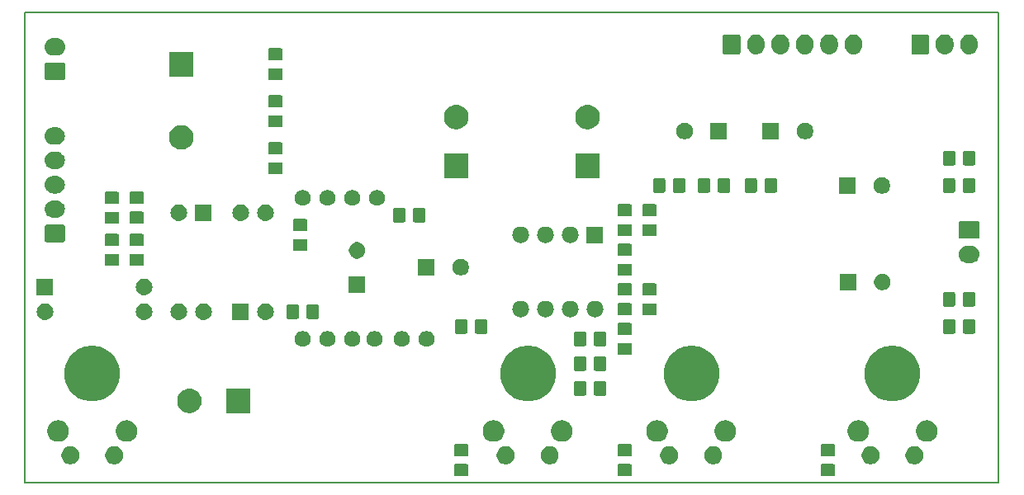
<source format=gts>
%TF.GenerationSoftware,KiCad,Pcbnew,5.0.2+dfsg1-1*%
%TF.CreationDate,2022-03-26T23:50:01+09:00*%
%TF.ProjectId,car-bluetooth,6361722d-626c-4756-9574-6f6f74682e6b,rev?*%
%TF.SameCoordinates,Original*%
%TF.FileFunction,Soldermask,Top*%
%TF.FilePolarity,Negative*%
%FSLAX46Y46*%
G04 Gerber Fmt 4.6, Leading zero omitted, Abs format (unit mm)*
G04 Created by KiCad (PCBNEW 5.0.2+dfsg1-1) date Sat 26 Mar 2022 11:50:01 PM JST*
%MOMM*%
%LPD*%
G01*
G04 APERTURE LIST*
%ADD10C,0.150000*%
%ADD11C,0.100000*%
G04 APERTURE END LIST*
D10*
X61214000Y-104140000D02*
X61214000Y-152400000D01*
X161036000Y-104140000D02*
X61214000Y-104140000D01*
X161036000Y-152400000D02*
X161036000Y-104140000D01*
X61214000Y-152400000D02*
X161036000Y-152400000D01*
D11*
G36*
X106506677Y-150508465D02*
X106544364Y-150519898D01*
X106579103Y-150538466D01*
X106609548Y-150563452D01*
X106634534Y-150593897D01*
X106653102Y-150628636D01*
X106664535Y-150666323D01*
X106669000Y-150711661D01*
X106669000Y-151548339D01*
X106664535Y-151593677D01*
X106653102Y-151631364D01*
X106634534Y-151666103D01*
X106609548Y-151696548D01*
X106579103Y-151721534D01*
X106544364Y-151740102D01*
X106506677Y-151751535D01*
X106461339Y-151756000D01*
X105374661Y-151756000D01*
X105329323Y-151751535D01*
X105291636Y-151740102D01*
X105256897Y-151721534D01*
X105226452Y-151696548D01*
X105201466Y-151666103D01*
X105182898Y-151631364D01*
X105171465Y-151593677D01*
X105167000Y-151548339D01*
X105167000Y-150711661D01*
X105171465Y-150666323D01*
X105182898Y-150628636D01*
X105201466Y-150593897D01*
X105226452Y-150563452D01*
X105256897Y-150538466D01*
X105291636Y-150519898D01*
X105329323Y-150508465D01*
X105374661Y-150504000D01*
X106461339Y-150504000D01*
X106506677Y-150508465D01*
X106506677Y-150508465D01*
G37*
G36*
X123270677Y-150508465D02*
X123308364Y-150519898D01*
X123343103Y-150538466D01*
X123373548Y-150563452D01*
X123398534Y-150593897D01*
X123417102Y-150628636D01*
X123428535Y-150666323D01*
X123433000Y-150711661D01*
X123433000Y-151548339D01*
X123428535Y-151593677D01*
X123417102Y-151631364D01*
X123398534Y-151666103D01*
X123373548Y-151696548D01*
X123343103Y-151721534D01*
X123308364Y-151740102D01*
X123270677Y-151751535D01*
X123225339Y-151756000D01*
X122138661Y-151756000D01*
X122093323Y-151751535D01*
X122055636Y-151740102D01*
X122020897Y-151721534D01*
X121990452Y-151696548D01*
X121965466Y-151666103D01*
X121946898Y-151631364D01*
X121935465Y-151593677D01*
X121931000Y-151548339D01*
X121931000Y-150711661D01*
X121935465Y-150666323D01*
X121946898Y-150628636D01*
X121965466Y-150593897D01*
X121990452Y-150563452D01*
X122020897Y-150538466D01*
X122055636Y-150519898D01*
X122093323Y-150508465D01*
X122138661Y-150504000D01*
X123225339Y-150504000D01*
X123270677Y-150508465D01*
X123270677Y-150508465D01*
G37*
G36*
X144098677Y-150508465D02*
X144136364Y-150519898D01*
X144171103Y-150538466D01*
X144201548Y-150563452D01*
X144226534Y-150593897D01*
X144245102Y-150628636D01*
X144256535Y-150666323D01*
X144261000Y-150711661D01*
X144261000Y-151548339D01*
X144256535Y-151593677D01*
X144245102Y-151631364D01*
X144226534Y-151666103D01*
X144201548Y-151696548D01*
X144171103Y-151721534D01*
X144136364Y-151740102D01*
X144098677Y-151751535D01*
X144053339Y-151756000D01*
X142966661Y-151756000D01*
X142921323Y-151751535D01*
X142883636Y-151740102D01*
X142848897Y-151721534D01*
X142818452Y-151696548D01*
X142793466Y-151666103D01*
X142774898Y-151631364D01*
X142763465Y-151593677D01*
X142759000Y-151548339D01*
X142759000Y-150711661D01*
X142763465Y-150666323D01*
X142774898Y-150628636D01*
X142793466Y-150593897D01*
X142818452Y-150563452D01*
X142848897Y-150538466D01*
X142883636Y-150519898D01*
X142921323Y-150508465D01*
X142966661Y-150504000D01*
X144053339Y-150504000D01*
X144098677Y-150508465D01*
X144098677Y-150508465D01*
G37*
G36*
X127524104Y-148715585D02*
X127692626Y-148785389D01*
X127844291Y-148886728D01*
X127973272Y-149015709D01*
X128074611Y-149167374D01*
X128144415Y-149335896D01*
X128180000Y-149514797D01*
X128180000Y-149697203D01*
X128144415Y-149876104D01*
X128074611Y-150044626D01*
X127973272Y-150196291D01*
X127844291Y-150325272D01*
X127692626Y-150426611D01*
X127524104Y-150496415D01*
X127345203Y-150532000D01*
X127162797Y-150532000D01*
X126983896Y-150496415D01*
X126815374Y-150426611D01*
X126663709Y-150325272D01*
X126534728Y-150196291D01*
X126433389Y-150044626D01*
X126363585Y-149876104D01*
X126328000Y-149697203D01*
X126328000Y-149514797D01*
X126363585Y-149335896D01*
X126433389Y-149167374D01*
X126534728Y-149015709D01*
X126663709Y-148886728D01*
X126815374Y-148785389D01*
X126983896Y-148715585D01*
X127162797Y-148680000D01*
X127345203Y-148680000D01*
X127524104Y-148715585D01*
X127524104Y-148715585D01*
G37*
G36*
X148170104Y-148715585D02*
X148338626Y-148785389D01*
X148490291Y-148886728D01*
X148619272Y-149015709D01*
X148720611Y-149167374D01*
X148790415Y-149335896D01*
X148826000Y-149514797D01*
X148826000Y-149697203D01*
X148790415Y-149876104D01*
X148720611Y-150044626D01*
X148619272Y-150196291D01*
X148490291Y-150325272D01*
X148338626Y-150426611D01*
X148170104Y-150496415D01*
X147991203Y-150532000D01*
X147808797Y-150532000D01*
X147629896Y-150496415D01*
X147461374Y-150426611D01*
X147309709Y-150325272D01*
X147180728Y-150196291D01*
X147079389Y-150044626D01*
X147009585Y-149876104D01*
X146974000Y-149697203D01*
X146974000Y-149514797D01*
X147009585Y-149335896D01*
X147079389Y-149167374D01*
X147180728Y-149015709D01*
X147309709Y-148886728D01*
X147461374Y-148785389D01*
X147629896Y-148715585D01*
X147808797Y-148680000D01*
X147991203Y-148680000D01*
X148170104Y-148715585D01*
X148170104Y-148715585D01*
G37*
G36*
X132024104Y-148715585D02*
X132192626Y-148785389D01*
X132344291Y-148886728D01*
X132473272Y-149015709D01*
X132574611Y-149167374D01*
X132644415Y-149335896D01*
X132680000Y-149514797D01*
X132680000Y-149697203D01*
X132644415Y-149876104D01*
X132574611Y-150044626D01*
X132473272Y-150196291D01*
X132344291Y-150325272D01*
X132192626Y-150426611D01*
X132024104Y-150496415D01*
X131845203Y-150532000D01*
X131662797Y-150532000D01*
X131483896Y-150496415D01*
X131315374Y-150426611D01*
X131163709Y-150325272D01*
X131034728Y-150196291D01*
X130933389Y-150044626D01*
X130863585Y-149876104D01*
X130828000Y-149697203D01*
X130828000Y-149514797D01*
X130863585Y-149335896D01*
X130933389Y-149167374D01*
X131034728Y-149015709D01*
X131163709Y-148886728D01*
X131315374Y-148785389D01*
X131483896Y-148715585D01*
X131662797Y-148680000D01*
X131845203Y-148680000D01*
X132024104Y-148715585D01*
X132024104Y-148715585D01*
G37*
G36*
X152670104Y-148715585D02*
X152838626Y-148785389D01*
X152990291Y-148886728D01*
X153119272Y-149015709D01*
X153220611Y-149167374D01*
X153290415Y-149335896D01*
X153326000Y-149514797D01*
X153326000Y-149697203D01*
X153290415Y-149876104D01*
X153220611Y-150044626D01*
X153119272Y-150196291D01*
X152990291Y-150325272D01*
X152838626Y-150426611D01*
X152670104Y-150496415D01*
X152491203Y-150532000D01*
X152308797Y-150532000D01*
X152129896Y-150496415D01*
X151961374Y-150426611D01*
X151809709Y-150325272D01*
X151680728Y-150196291D01*
X151579389Y-150044626D01*
X151509585Y-149876104D01*
X151474000Y-149697203D01*
X151474000Y-149514797D01*
X151509585Y-149335896D01*
X151579389Y-149167374D01*
X151680728Y-149015709D01*
X151809709Y-148886728D01*
X151961374Y-148785389D01*
X152129896Y-148715585D01*
X152308797Y-148680000D01*
X152491203Y-148680000D01*
X152670104Y-148715585D01*
X152670104Y-148715585D01*
G37*
G36*
X66128104Y-148715585D02*
X66296626Y-148785389D01*
X66448291Y-148886728D01*
X66577272Y-149015709D01*
X66678611Y-149167374D01*
X66748415Y-149335896D01*
X66784000Y-149514797D01*
X66784000Y-149697203D01*
X66748415Y-149876104D01*
X66678611Y-150044626D01*
X66577272Y-150196291D01*
X66448291Y-150325272D01*
X66296626Y-150426611D01*
X66128104Y-150496415D01*
X65949203Y-150532000D01*
X65766797Y-150532000D01*
X65587896Y-150496415D01*
X65419374Y-150426611D01*
X65267709Y-150325272D01*
X65138728Y-150196291D01*
X65037389Y-150044626D01*
X64967585Y-149876104D01*
X64932000Y-149697203D01*
X64932000Y-149514797D01*
X64967585Y-149335896D01*
X65037389Y-149167374D01*
X65138728Y-149015709D01*
X65267709Y-148886728D01*
X65419374Y-148785389D01*
X65587896Y-148715585D01*
X65766797Y-148680000D01*
X65949203Y-148680000D01*
X66128104Y-148715585D01*
X66128104Y-148715585D01*
G37*
G36*
X70628104Y-148715585D02*
X70796626Y-148785389D01*
X70948291Y-148886728D01*
X71077272Y-149015709D01*
X71178611Y-149167374D01*
X71248415Y-149335896D01*
X71284000Y-149514797D01*
X71284000Y-149697203D01*
X71248415Y-149876104D01*
X71178611Y-150044626D01*
X71077272Y-150196291D01*
X70948291Y-150325272D01*
X70796626Y-150426611D01*
X70628104Y-150496415D01*
X70449203Y-150532000D01*
X70266797Y-150532000D01*
X70087896Y-150496415D01*
X69919374Y-150426611D01*
X69767709Y-150325272D01*
X69638728Y-150196291D01*
X69537389Y-150044626D01*
X69467585Y-149876104D01*
X69432000Y-149697203D01*
X69432000Y-149514797D01*
X69467585Y-149335896D01*
X69537389Y-149167374D01*
X69638728Y-149015709D01*
X69767709Y-148886728D01*
X69919374Y-148785389D01*
X70087896Y-148715585D01*
X70266797Y-148680000D01*
X70449203Y-148680000D01*
X70628104Y-148715585D01*
X70628104Y-148715585D01*
G37*
G36*
X115260104Y-148715585D02*
X115428626Y-148785389D01*
X115580291Y-148886728D01*
X115709272Y-149015709D01*
X115810611Y-149167374D01*
X115880415Y-149335896D01*
X115916000Y-149514797D01*
X115916000Y-149697203D01*
X115880415Y-149876104D01*
X115810611Y-150044626D01*
X115709272Y-150196291D01*
X115580291Y-150325272D01*
X115428626Y-150426611D01*
X115260104Y-150496415D01*
X115081203Y-150532000D01*
X114898797Y-150532000D01*
X114719896Y-150496415D01*
X114551374Y-150426611D01*
X114399709Y-150325272D01*
X114270728Y-150196291D01*
X114169389Y-150044626D01*
X114099585Y-149876104D01*
X114064000Y-149697203D01*
X114064000Y-149514797D01*
X114099585Y-149335896D01*
X114169389Y-149167374D01*
X114270728Y-149015709D01*
X114399709Y-148886728D01*
X114551374Y-148785389D01*
X114719896Y-148715585D01*
X114898797Y-148680000D01*
X115081203Y-148680000D01*
X115260104Y-148715585D01*
X115260104Y-148715585D01*
G37*
G36*
X110760104Y-148715585D02*
X110928626Y-148785389D01*
X111080291Y-148886728D01*
X111209272Y-149015709D01*
X111310611Y-149167374D01*
X111380415Y-149335896D01*
X111416000Y-149514797D01*
X111416000Y-149697203D01*
X111380415Y-149876104D01*
X111310611Y-150044626D01*
X111209272Y-150196291D01*
X111080291Y-150325272D01*
X110928626Y-150426611D01*
X110760104Y-150496415D01*
X110581203Y-150532000D01*
X110398797Y-150532000D01*
X110219896Y-150496415D01*
X110051374Y-150426611D01*
X109899709Y-150325272D01*
X109770728Y-150196291D01*
X109669389Y-150044626D01*
X109599585Y-149876104D01*
X109564000Y-149697203D01*
X109564000Y-149514797D01*
X109599585Y-149335896D01*
X109669389Y-149167374D01*
X109770728Y-149015709D01*
X109899709Y-148886728D01*
X110051374Y-148785389D01*
X110219896Y-148715585D01*
X110398797Y-148680000D01*
X110581203Y-148680000D01*
X110760104Y-148715585D01*
X110760104Y-148715585D01*
G37*
G36*
X144098677Y-148458465D02*
X144136364Y-148469898D01*
X144171103Y-148488466D01*
X144201548Y-148513452D01*
X144226534Y-148543897D01*
X144245102Y-148578636D01*
X144256535Y-148616323D01*
X144261000Y-148661661D01*
X144261000Y-149498339D01*
X144256535Y-149543677D01*
X144245102Y-149581364D01*
X144226534Y-149616103D01*
X144201548Y-149646548D01*
X144171103Y-149671534D01*
X144136364Y-149690102D01*
X144098677Y-149701535D01*
X144053339Y-149706000D01*
X142966661Y-149706000D01*
X142921323Y-149701535D01*
X142883636Y-149690102D01*
X142848897Y-149671534D01*
X142818452Y-149646548D01*
X142793466Y-149616103D01*
X142774898Y-149581364D01*
X142763465Y-149543677D01*
X142759000Y-149498339D01*
X142759000Y-148661661D01*
X142763465Y-148616323D01*
X142774898Y-148578636D01*
X142793466Y-148543897D01*
X142818452Y-148513452D01*
X142848897Y-148488466D01*
X142883636Y-148469898D01*
X142921323Y-148458465D01*
X142966661Y-148454000D01*
X144053339Y-148454000D01*
X144098677Y-148458465D01*
X144098677Y-148458465D01*
G37*
G36*
X123270677Y-148458465D02*
X123308364Y-148469898D01*
X123343103Y-148488466D01*
X123373548Y-148513452D01*
X123398534Y-148543897D01*
X123417102Y-148578636D01*
X123428535Y-148616323D01*
X123433000Y-148661661D01*
X123433000Y-149498339D01*
X123428535Y-149543677D01*
X123417102Y-149581364D01*
X123398534Y-149616103D01*
X123373548Y-149646548D01*
X123343103Y-149671534D01*
X123308364Y-149690102D01*
X123270677Y-149701535D01*
X123225339Y-149706000D01*
X122138661Y-149706000D01*
X122093323Y-149701535D01*
X122055636Y-149690102D01*
X122020897Y-149671534D01*
X121990452Y-149646548D01*
X121965466Y-149616103D01*
X121946898Y-149581364D01*
X121935465Y-149543677D01*
X121931000Y-149498339D01*
X121931000Y-148661661D01*
X121935465Y-148616323D01*
X121946898Y-148578636D01*
X121965466Y-148543897D01*
X121990452Y-148513452D01*
X122020897Y-148488466D01*
X122055636Y-148469898D01*
X122093323Y-148458465D01*
X122138661Y-148454000D01*
X123225339Y-148454000D01*
X123270677Y-148458465D01*
X123270677Y-148458465D01*
G37*
G36*
X106506677Y-148458465D02*
X106544364Y-148469898D01*
X106579103Y-148488466D01*
X106609548Y-148513452D01*
X106634534Y-148543897D01*
X106653102Y-148578636D01*
X106664535Y-148616323D01*
X106669000Y-148661661D01*
X106669000Y-149498339D01*
X106664535Y-149543677D01*
X106653102Y-149581364D01*
X106634534Y-149616103D01*
X106609548Y-149646548D01*
X106579103Y-149671534D01*
X106544364Y-149690102D01*
X106506677Y-149701535D01*
X106461339Y-149706000D01*
X105374661Y-149706000D01*
X105329323Y-149701535D01*
X105291636Y-149690102D01*
X105256897Y-149671534D01*
X105226452Y-149646548D01*
X105201466Y-149616103D01*
X105182898Y-149581364D01*
X105171465Y-149543677D01*
X105167000Y-149498339D01*
X105167000Y-148661661D01*
X105171465Y-148616323D01*
X105182898Y-148578636D01*
X105201466Y-148543897D01*
X105226452Y-148513452D01*
X105256897Y-148488466D01*
X105291636Y-148469898D01*
X105329323Y-148458465D01*
X105374661Y-148454000D01*
X106461339Y-148454000D01*
X106506677Y-148458465D01*
X106506677Y-148458465D01*
G37*
G36*
X146854794Y-146036155D02*
X146961150Y-146057311D01*
X147031990Y-146086654D01*
X147161516Y-146140305D01*
X147341850Y-146260801D01*
X147495199Y-146414150D01*
X147615695Y-146594484D01*
X147698689Y-146794851D01*
X147741000Y-147007560D01*
X147741000Y-147224440D01*
X147698689Y-147437149D01*
X147615695Y-147637516D01*
X147495199Y-147817850D01*
X147341850Y-147971199D01*
X147161516Y-148091695D01*
X147031990Y-148145346D01*
X146961150Y-148174689D01*
X146854795Y-148195844D01*
X146748440Y-148217000D01*
X146531560Y-148217000D01*
X146425205Y-148195844D01*
X146318850Y-148174689D01*
X146248010Y-148145346D01*
X146118484Y-148091695D01*
X145938150Y-147971199D01*
X145784801Y-147817850D01*
X145664305Y-147637516D01*
X145581311Y-147437149D01*
X145539000Y-147224440D01*
X145539000Y-147007560D01*
X145581311Y-146794851D01*
X145664305Y-146594484D01*
X145784801Y-146414150D01*
X145938150Y-146260801D01*
X146118484Y-146140305D01*
X146248010Y-146086654D01*
X146318850Y-146057311D01*
X146425206Y-146036155D01*
X146531560Y-146015000D01*
X146748440Y-146015000D01*
X146854794Y-146036155D01*
X146854794Y-146036155D01*
G37*
G36*
X116454794Y-146036155D02*
X116561150Y-146057311D01*
X116631990Y-146086654D01*
X116761516Y-146140305D01*
X116941850Y-146260801D01*
X117095199Y-146414150D01*
X117215695Y-146594484D01*
X117298689Y-146794851D01*
X117341000Y-147007560D01*
X117341000Y-147224440D01*
X117298689Y-147437149D01*
X117215695Y-147637516D01*
X117095199Y-147817850D01*
X116941850Y-147971199D01*
X116761516Y-148091695D01*
X116631990Y-148145346D01*
X116561150Y-148174689D01*
X116454795Y-148195844D01*
X116348440Y-148217000D01*
X116131560Y-148217000D01*
X116025205Y-148195844D01*
X115918850Y-148174689D01*
X115848010Y-148145346D01*
X115718484Y-148091695D01*
X115538150Y-147971199D01*
X115384801Y-147817850D01*
X115264305Y-147637516D01*
X115181311Y-147437149D01*
X115139000Y-147224440D01*
X115139000Y-147007560D01*
X115181311Y-146794851D01*
X115264305Y-146594484D01*
X115384801Y-146414150D01*
X115538150Y-146260801D01*
X115718484Y-146140305D01*
X115848010Y-146086654D01*
X115918850Y-146057311D01*
X116025206Y-146036155D01*
X116131560Y-146015000D01*
X116348440Y-146015000D01*
X116454794Y-146036155D01*
X116454794Y-146036155D01*
G37*
G36*
X133218794Y-146036155D02*
X133325150Y-146057311D01*
X133395990Y-146086654D01*
X133525516Y-146140305D01*
X133705850Y-146260801D01*
X133859199Y-146414150D01*
X133979695Y-146594484D01*
X134062689Y-146794851D01*
X134105000Y-147007560D01*
X134105000Y-147224440D01*
X134062689Y-147437149D01*
X133979695Y-147637516D01*
X133859199Y-147817850D01*
X133705850Y-147971199D01*
X133525516Y-148091695D01*
X133395990Y-148145346D01*
X133325150Y-148174689D01*
X133218795Y-148195844D01*
X133112440Y-148217000D01*
X132895560Y-148217000D01*
X132789205Y-148195844D01*
X132682850Y-148174689D01*
X132612010Y-148145346D01*
X132482484Y-148091695D01*
X132302150Y-147971199D01*
X132148801Y-147817850D01*
X132028305Y-147637516D01*
X131945311Y-147437149D01*
X131903000Y-147224440D01*
X131903000Y-147007560D01*
X131945311Y-146794851D01*
X132028305Y-146594484D01*
X132148801Y-146414150D01*
X132302150Y-146260801D01*
X132482484Y-146140305D01*
X132612010Y-146086654D01*
X132682850Y-146057311D01*
X132789206Y-146036155D01*
X132895560Y-146015000D01*
X133112440Y-146015000D01*
X133218794Y-146036155D01*
X133218794Y-146036155D01*
G37*
G36*
X126208794Y-146036155D02*
X126315150Y-146057311D01*
X126385990Y-146086654D01*
X126515516Y-146140305D01*
X126695850Y-146260801D01*
X126849199Y-146414150D01*
X126969695Y-146594484D01*
X127052689Y-146794851D01*
X127095000Y-147007560D01*
X127095000Y-147224440D01*
X127052689Y-147437149D01*
X126969695Y-147637516D01*
X126849199Y-147817850D01*
X126695850Y-147971199D01*
X126515516Y-148091695D01*
X126385990Y-148145346D01*
X126315150Y-148174689D01*
X126208795Y-148195844D01*
X126102440Y-148217000D01*
X125885560Y-148217000D01*
X125779205Y-148195844D01*
X125672850Y-148174689D01*
X125602010Y-148145346D01*
X125472484Y-148091695D01*
X125292150Y-147971199D01*
X125138801Y-147817850D01*
X125018305Y-147637516D01*
X124935311Y-147437149D01*
X124893000Y-147224440D01*
X124893000Y-147007560D01*
X124935311Y-146794851D01*
X125018305Y-146594484D01*
X125138801Y-146414150D01*
X125292150Y-146260801D01*
X125472484Y-146140305D01*
X125602010Y-146086654D01*
X125672850Y-146057311D01*
X125779206Y-146036155D01*
X125885560Y-146015000D01*
X126102440Y-146015000D01*
X126208794Y-146036155D01*
X126208794Y-146036155D01*
G37*
G36*
X153864794Y-146036155D02*
X153971150Y-146057311D01*
X154041990Y-146086654D01*
X154171516Y-146140305D01*
X154351850Y-146260801D01*
X154505199Y-146414150D01*
X154625695Y-146594484D01*
X154708689Y-146794851D01*
X154751000Y-147007560D01*
X154751000Y-147224440D01*
X154708689Y-147437149D01*
X154625695Y-147637516D01*
X154505199Y-147817850D01*
X154351850Y-147971199D01*
X154171516Y-148091695D01*
X154041990Y-148145346D01*
X153971150Y-148174689D01*
X153864795Y-148195844D01*
X153758440Y-148217000D01*
X153541560Y-148217000D01*
X153435205Y-148195844D01*
X153328850Y-148174689D01*
X153258010Y-148145346D01*
X153128484Y-148091695D01*
X152948150Y-147971199D01*
X152794801Y-147817850D01*
X152674305Y-147637516D01*
X152591311Y-147437149D01*
X152549000Y-147224440D01*
X152549000Y-147007560D01*
X152591311Y-146794851D01*
X152674305Y-146594484D01*
X152794801Y-146414150D01*
X152948150Y-146260801D01*
X153128484Y-146140305D01*
X153258010Y-146086654D01*
X153328850Y-146057311D01*
X153435206Y-146036155D01*
X153541560Y-146015000D01*
X153758440Y-146015000D01*
X153864794Y-146036155D01*
X153864794Y-146036155D01*
G37*
G36*
X71822794Y-146036155D02*
X71929150Y-146057311D01*
X71999990Y-146086654D01*
X72129516Y-146140305D01*
X72309850Y-146260801D01*
X72463199Y-146414150D01*
X72583695Y-146594484D01*
X72666689Y-146794851D01*
X72709000Y-147007560D01*
X72709000Y-147224440D01*
X72666689Y-147437149D01*
X72583695Y-147637516D01*
X72463199Y-147817850D01*
X72309850Y-147971199D01*
X72129516Y-148091695D01*
X71999990Y-148145346D01*
X71929150Y-148174689D01*
X71822795Y-148195844D01*
X71716440Y-148217000D01*
X71499560Y-148217000D01*
X71393205Y-148195844D01*
X71286850Y-148174689D01*
X71216010Y-148145346D01*
X71086484Y-148091695D01*
X70906150Y-147971199D01*
X70752801Y-147817850D01*
X70632305Y-147637516D01*
X70549311Y-147437149D01*
X70507000Y-147224440D01*
X70507000Y-147007560D01*
X70549311Y-146794851D01*
X70632305Y-146594484D01*
X70752801Y-146414150D01*
X70906150Y-146260801D01*
X71086484Y-146140305D01*
X71216010Y-146086654D01*
X71286850Y-146057311D01*
X71393206Y-146036155D01*
X71499560Y-146015000D01*
X71716440Y-146015000D01*
X71822794Y-146036155D01*
X71822794Y-146036155D01*
G37*
G36*
X64812794Y-146036155D02*
X64919150Y-146057311D01*
X64989990Y-146086654D01*
X65119516Y-146140305D01*
X65299850Y-146260801D01*
X65453199Y-146414150D01*
X65573695Y-146594484D01*
X65656689Y-146794851D01*
X65699000Y-147007560D01*
X65699000Y-147224440D01*
X65656689Y-147437149D01*
X65573695Y-147637516D01*
X65453199Y-147817850D01*
X65299850Y-147971199D01*
X65119516Y-148091695D01*
X64989990Y-148145346D01*
X64919150Y-148174689D01*
X64812795Y-148195844D01*
X64706440Y-148217000D01*
X64489560Y-148217000D01*
X64383205Y-148195844D01*
X64276850Y-148174689D01*
X64206010Y-148145346D01*
X64076484Y-148091695D01*
X63896150Y-147971199D01*
X63742801Y-147817850D01*
X63622305Y-147637516D01*
X63539311Y-147437149D01*
X63497000Y-147224440D01*
X63497000Y-147007560D01*
X63539311Y-146794851D01*
X63622305Y-146594484D01*
X63742801Y-146414150D01*
X63896150Y-146260801D01*
X64076484Y-146140305D01*
X64206010Y-146086654D01*
X64276850Y-146057311D01*
X64383206Y-146036155D01*
X64489560Y-146015000D01*
X64706440Y-146015000D01*
X64812794Y-146036155D01*
X64812794Y-146036155D01*
G37*
G36*
X109444794Y-146036155D02*
X109551150Y-146057311D01*
X109621990Y-146086654D01*
X109751516Y-146140305D01*
X109931850Y-146260801D01*
X110085199Y-146414150D01*
X110205695Y-146594484D01*
X110288689Y-146794851D01*
X110331000Y-147007560D01*
X110331000Y-147224440D01*
X110288689Y-147437149D01*
X110205695Y-147637516D01*
X110085199Y-147817850D01*
X109931850Y-147971199D01*
X109751516Y-148091695D01*
X109621990Y-148145346D01*
X109551150Y-148174689D01*
X109444795Y-148195844D01*
X109338440Y-148217000D01*
X109121560Y-148217000D01*
X109015205Y-148195844D01*
X108908850Y-148174689D01*
X108838010Y-148145346D01*
X108708484Y-148091695D01*
X108528150Y-147971199D01*
X108374801Y-147817850D01*
X108254305Y-147637516D01*
X108171311Y-147437149D01*
X108129000Y-147224440D01*
X108129000Y-147007560D01*
X108171311Y-146794851D01*
X108254305Y-146594484D01*
X108374801Y-146414150D01*
X108528150Y-146260801D01*
X108708484Y-146140305D01*
X108838010Y-146086654D01*
X108908850Y-146057311D01*
X109015206Y-146036155D01*
X109121560Y-146015000D01*
X109338440Y-146015000D01*
X109444794Y-146036155D01*
X109444794Y-146036155D01*
G37*
G36*
X84309000Y-145269000D02*
X81807000Y-145269000D01*
X81807000Y-142767000D01*
X84309000Y-142767000D01*
X84309000Y-145269000D01*
X84309000Y-145269000D01*
G37*
G36*
X78241635Y-142779019D02*
X78422903Y-142815075D01*
X78650571Y-142909378D01*
X78848166Y-143041407D01*
X78855469Y-143046287D01*
X79029713Y-143220531D01*
X79029715Y-143220534D01*
X79166622Y-143425429D01*
X79260925Y-143653097D01*
X79309000Y-143894787D01*
X79309000Y-144141213D01*
X79260925Y-144382903D01*
X79166622Y-144610571D01*
X79030332Y-144814542D01*
X79029713Y-144815469D01*
X78855469Y-144989713D01*
X78855466Y-144989715D01*
X78650571Y-145126622D01*
X78422903Y-145220925D01*
X78241636Y-145256981D01*
X78181214Y-145269000D01*
X77934786Y-145269000D01*
X77874364Y-145256981D01*
X77693097Y-145220925D01*
X77465429Y-145126622D01*
X77260534Y-144989715D01*
X77260531Y-144989713D01*
X77086287Y-144815469D01*
X77085668Y-144814542D01*
X76949378Y-144610571D01*
X76855075Y-144382903D01*
X76807000Y-144141213D01*
X76807000Y-143894787D01*
X76855075Y-143653097D01*
X76949378Y-143425429D01*
X77086285Y-143220534D01*
X77086287Y-143220531D01*
X77260531Y-143046287D01*
X77267834Y-143041407D01*
X77465429Y-142909378D01*
X77693097Y-142815075D01*
X77874365Y-142779019D01*
X77934786Y-142767000D01*
X78181214Y-142767000D01*
X78241635Y-142779019D01*
X78241635Y-142779019D01*
G37*
G36*
X68557764Y-138413770D02*
X68903606Y-138482562D01*
X69422455Y-138697476D01*
X69886259Y-139007380D01*
X69889410Y-139009486D01*
X70286514Y-139406590D01*
X70286516Y-139406593D01*
X70598524Y-139873545D01*
X70598524Y-139873546D01*
X70813438Y-140392395D01*
X70922981Y-140943102D01*
X70923000Y-140943201D01*
X70923000Y-141504799D01*
X70813438Y-142055606D01*
X70598524Y-142574455D01*
X70374735Y-142909378D01*
X70286514Y-143041410D01*
X69889410Y-143438514D01*
X69889407Y-143438516D01*
X69422455Y-143750524D01*
X68903606Y-143965438D01*
X68352800Y-144075000D01*
X67791200Y-144075000D01*
X67240394Y-143965438D01*
X66721545Y-143750524D01*
X66254593Y-143438516D01*
X66254590Y-143438514D01*
X65857486Y-143041410D01*
X65769265Y-142909378D01*
X65545476Y-142574455D01*
X65330562Y-142055606D01*
X65221000Y-141504799D01*
X65221000Y-140943201D01*
X65221020Y-140943102D01*
X65330562Y-140392395D01*
X65545476Y-139873546D01*
X65545476Y-139873545D01*
X65857484Y-139406593D01*
X65857486Y-139406590D01*
X66254590Y-139009486D01*
X66257741Y-139007380D01*
X66721545Y-138697476D01*
X67240394Y-138482562D01*
X67586236Y-138413770D01*
X67791200Y-138373000D01*
X68352800Y-138373000D01*
X68557764Y-138413770D01*
X68557764Y-138413770D01*
G37*
G36*
X113261764Y-138413770D02*
X113607606Y-138482562D01*
X114126455Y-138697476D01*
X114590259Y-139007380D01*
X114593410Y-139009486D01*
X114990514Y-139406590D01*
X114990516Y-139406593D01*
X115302524Y-139873545D01*
X115302524Y-139873546D01*
X115517438Y-140392395D01*
X115626981Y-140943102D01*
X115627000Y-140943201D01*
X115627000Y-141504799D01*
X115517438Y-142055606D01*
X115302524Y-142574455D01*
X115078735Y-142909378D01*
X114990514Y-143041410D01*
X114593410Y-143438514D01*
X114593407Y-143438516D01*
X114126455Y-143750524D01*
X113607606Y-143965438D01*
X113056800Y-144075000D01*
X112495200Y-144075000D01*
X111944394Y-143965438D01*
X111425545Y-143750524D01*
X110958593Y-143438516D01*
X110958590Y-143438514D01*
X110561486Y-143041410D01*
X110473265Y-142909378D01*
X110249476Y-142574455D01*
X110034562Y-142055606D01*
X109925000Y-141504799D01*
X109925000Y-140943201D01*
X109925020Y-140943102D01*
X110034562Y-140392395D01*
X110249476Y-139873546D01*
X110249476Y-139873545D01*
X110561484Y-139406593D01*
X110561486Y-139406590D01*
X110958590Y-139009486D01*
X110961741Y-139007380D01*
X111425545Y-138697476D01*
X111944394Y-138482562D01*
X112290236Y-138413770D01*
X112495200Y-138373000D01*
X113056800Y-138373000D01*
X113261764Y-138413770D01*
X113261764Y-138413770D01*
G37*
G36*
X150599764Y-138413770D02*
X150945606Y-138482562D01*
X151464455Y-138697476D01*
X151928259Y-139007380D01*
X151931410Y-139009486D01*
X152328514Y-139406590D01*
X152328516Y-139406593D01*
X152640524Y-139873545D01*
X152640524Y-139873546D01*
X152855438Y-140392395D01*
X152964981Y-140943102D01*
X152965000Y-140943201D01*
X152965000Y-141504799D01*
X152855438Y-142055606D01*
X152640524Y-142574455D01*
X152416735Y-142909378D01*
X152328514Y-143041410D01*
X151931410Y-143438514D01*
X151931407Y-143438516D01*
X151464455Y-143750524D01*
X150945606Y-143965438D01*
X150394800Y-144075000D01*
X149833200Y-144075000D01*
X149282394Y-143965438D01*
X148763545Y-143750524D01*
X148296593Y-143438516D01*
X148296590Y-143438514D01*
X147899486Y-143041410D01*
X147811265Y-142909378D01*
X147587476Y-142574455D01*
X147372562Y-142055606D01*
X147263000Y-141504799D01*
X147263000Y-140943201D01*
X147263020Y-140943102D01*
X147372562Y-140392395D01*
X147587476Y-139873546D01*
X147587476Y-139873545D01*
X147899484Y-139406593D01*
X147899486Y-139406590D01*
X148296590Y-139009486D01*
X148299741Y-139007380D01*
X148763545Y-138697476D01*
X149282394Y-138482562D01*
X149628236Y-138413770D01*
X149833200Y-138373000D01*
X150394800Y-138373000D01*
X150599764Y-138413770D01*
X150599764Y-138413770D01*
G37*
G36*
X130025764Y-138413770D02*
X130371606Y-138482562D01*
X130890455Y-138697476D01*
X131354259Y-139007380D01*
X131357410Y-139009486D01*
X131754514Y-139406590D01*
X131754516Y-139406593D01*
X132066524Y-139873545D01*
X132066524Y-139873546D01*
X132281438Y-140392395D01*
X132390981Y-140943102D01*
X132391000Y-140943201D01*
X132391000Y-141504799D01*
X132281438Y-142055606D01*
X132066524Y-142574455D01*
X131842735Y-142909378D01*
X131754514Y-143041410D01*
X131357410Y-143438514D01*
X131357407Y-143438516D01*
X130890455Y-143750524D01*
X130371606Y-143965438D01*
X129820800Y-144075000D01*
X129259200Y-144075000D01*
X128708394Y-143965438D01*
X128189545Y-143750524D01*
X127722593Y-143438516D01*
X127722590Y-143438514D01*
X127325486Y-143041410D01*
X127237265Y-142909378D01*
X127013476Y-142574455D01*
X126798562Y-142055606D01*
X126689000Y-141504799D01*
X126689000Y-140943201D01*
X126689020Y-140943102D01*
X126798562Y-140392395D01*
X127013476Y-139873546D01*
X127013476Y-139873545D01*
X127325484Y-139406593D01*
X127325486Y-139406590D01*
X127722590Y-139009486D01*
X127725741Y-139007380D01*
X128189545Y-138697476D01*
X128708394Y-138482562D01*
X129054236Y-138413770D01*
X129259200Y-138373000D01*
X129820800Y-138373000D01*
X130025764Y-138413770D01*
X130025764Y-138413770D01*
G37*
G36*
X120623677Y-142001465D02*
X120661364Y-142012898D01*
X120696103Y-142031466D01*
X120726548Y-142056452D01*
X120751534Y-142086897D01*
X120770102Y-142121636D01*
X120781535Y-142159323D01*
X120786000Y-142204661D01*
X120786000Y-143291339D01*
X120781535Y-143336677D01*
X120770102Y-143374364D01*
X120751534Y-143409103D01*
X120726548Y-143439548D01*
X120696103Y-143464534D01*
X120661364Y-143483102D01*
X120623677Y-143494535D01*
X120578339Y-143499000D01*
X119741661Y-143499000D01*
X119696323Y-143494535D01*
X119658636Y-143483102D01*
X119623897Y-143464534D01*
X119593452Y-143439548D01*
X119568466Y-143409103D01*
X119549898Y-143374364D01*
X119538465Y-143336677D01*
X119534000Y-143291339D01*
X119534000Y-142204661D01*
X119538465Y-142159323D01*
X119549898Y-142121636D01*
X119568466Y-142086897D01*
X119593452Y-142056452D01*
X119623897Y-142031466D01*
X119658636Y-142012898D01*
X119696323Y-142001465D01*
X119741661Y-141997000D01*
X120578339Y-141997000D01*
X120623677Y-142001465D01*
X120623677Y-142001465D01*
G37*
G36*
X118573677Y-142001465D02*
X118611364Y-142012898D01*
X118646103Y-142031466D01*
X118676548Y-142056452D01*
X118701534Y-142086897D01*
X118720102Y-142121636D01*
X118731535Y-142159323D01*
X118736000Y-142204661D01*
X118736000Y-143291339D01*
X118731535Y-143336677D01*
X118720102Y-143374364D01*
X118701534Y-143409103D01*
X118676548Y-143439548D01*
X118646103Y-143464534D01*
X118611364Y-143483102D01*
X118573677Y-143494535D01*
X118528339Y-143499000D01*
X117691661Y-143499000D01*
X117646323Y-143494535D01*
X117608636Y-143483102D01*
X117573897Y-143464534D01*
X117543452Y-143439548D01*
X117518466Y-143409103D01*
X117499898Y-143374364D01*
X117488465Y-143336677D01*
X117484000Y-143291339D01*
X117484000Y-142204661D01*
X117488465Y-142159323D01*
X117499898Y-142121636D01*
X117518466Y-142086897D01*
X117543452Y-142056452D01*
X117573897Y-142031466D01*
X117608636Y-142012898D01*
X117646323Y-142001465D01*
X117691661Y-141997000D01*
X118528339Y-141997000D01*
X118573677Y-142001465D01*
X118573677Y-142001465D01*
G37*
G36*
X118573677Y-139461465D02*
X118611364Y-139472898D01*
X118646103Y-139491466D01*
X118676548Y-139516452D01*
X118701534Y-139546897D01*
X118720102Y-139581636D01*
X118731535Y-139619323D01*
X118736000Y-139664661D01*
X118736000Y-140751339D01*
X118731535Y-140796677D01*
X118720102Y-140834364D01*
X118701534Y-140869103D01*
X118676548Y-140899548D01*
X118646103Y-140924534D01*
X118611364Y-140943102D01*
X118573677Y-140954535D01*
X118528339Y-140959000D01*
X117691661Y-140959000D01*
X117646323Y-140954535D01*
X117608636Y-140943102D01*
X117573897Y-140924534D01*
X117543452Y-140899548D01*
X117518466Y-140869103D01*
X117499898Y-140834364D01*
X117488465Y-140796677D01*
X117484000Y-140751339D01*
X117484000Y-139664661D01*
X117488465Y-139619323D01*
X117499898Y-139581636D01*
X117518466Y-139546897D01*
X117543452Y-139516452D01*
X117573897Y-139491466D01*
X117608636Y-139472898D01*
X117646323Y-139461465D01*
X117691661Y-139457000D01*
X118528339Y-139457000D01*
X118573677Y-139461465D01*
X118573677Y-139461465D01*
G37*
G36*
X120623677Y-139461465D02*
X120661364Y-139472898D01*
X120696103Y-139491466D01*
X120726548Y-139516452D01*
X120751534Y-139546897D01*
X120770102Y-139581636D01*
X120781535Y-139619323D01*
X120786000Y-139664661D01*
X120786000Y-140751339D01*
X120781535Y-140796677D01*
X120770102Y-140834364D01*
X120751534Y-140869103D01*
X120726548Y-140899548D01*
X120696103Y-140924534D01*
X120661364Y-140943102D01*
X120623677Y-140954535D01*
X120578339Y-140959000D01*
X119741661Y-140959000D01*
X119696323Y-140954535D01*
X119658636Y-140943102D01*
X119623897Y-140924534D01*
X119593452Y-140899548D01*
X119568466Y-140869103D01*
X119549898Y-140834364D01*
X119538465Y-140796677D01*
X119534000Y-140751339D01*
X119534000Y-139664661D01*
X119538465Y-139619323D01*
X119549898Y-139581636D01*
X119568466Y-139546897D01*
X119593452Y-139516452D01*
X119623897Y-139491466D01*
X119658636Y-139472898D01*
X119696323Y-139461465D01*
X119741661Y-139457000D01*
X120578339Y-139457000D01*
X120623677Y-139461465D01*
X120623677Y-139461465D01*
G37*
G36*
X123270677Y-138071465D02*
X123308364Y-138082898D01*
X123343103Y-138101466D01*
X123373548Y-138126452D01*
X123398534Y-138156897D01*
X123417102Y-138191636D01*
X123428535Y-138229323D01*
X123433000Y-138274661D01*
X123433000Y-139111339D01*
X123428535Y-139156677D01*
X123417102Y-139194364D01*
X123398534Y-139229103D01*
X123373548Y-139259548D01*
X123343103Y-139284534D01*
X123308364Y-139303102D01*
X123270677Y-139314535D01*
X123225339Y-139319000D01*
X122138661Y-139319000D01*
X122093323Y-139314535D01*
X122055636Y-139303102D01*
X122020897Y-139284534D01*
X121990452Y-139259548D01*
X121965466Y-139229103D01*
X121946898Y-139194364D01*
X121935465Y-139156677D01*
X121931000Y-139111339D01*
X121931000Y-138274661D01*
X121935465Y-138229323D01*
X121946898Y-138191636D01*
X121965466Y-138156897D01*
X121990452Y-138126452D01*
X122020897Y-138101466D01*
X122055636Y-138082898D01*
X122093323Y-138071465D01*
X122138661Y-138067000D01*
X123225339Y-138067000D01*
X123270677Y-138071465D01*
X123270677Y-138071465D01*
G37*
G36*
X92439142Y-136886242D02*
X92587102Y-136947530D01*
X92610058Y-136962869D01*
X92720257Y-137036501D01*
X92833499Y-137149743D01*
X92859845Y-137189173D01*
X92922470Y-137282898D01*
X92983758Y-137430858D01*
X93015000Y-137587925D01*
X93015000Y-137748075D01*
X92983758Y-137905142D01*
X92922470Y-138053102D01*
X92910200Y-138071465D01*
X92853117Y-138156897D01*
X92833498Y-138186258D01*
X92720258Y-138299498D01*
X92587102Y-138388470D01*
X92439142Y-138449758D01*
X92282075Y-138481000D01*
X92121925Y-138481000D01*
X91964858Y-138449758D01*
X91816898Y-138388470D01*
X91683742Y-138299498D01*
X91570502Y-138186258D01*
X91550884Y-138156897D01*
X91493800Y-138071465D01*
X91481530Y-138053102D01*
X91420242Y-137905142D01*
X91389000Y-137748075D01*
X91389000Y-137587925D01*
X91420242Y-137430858D01*
X91481530Y-137282898D01*
X91544155Y-137189173D01*
X91570501Y-137149743D01*
X91683743Y-137036501D01*
X91793942Y-136962869D01*
X91816898Y-136947530D01*
X91964858Y-136886242D01*
X92121925Y-136855000D01*
X92282075Y-136855000D01*
X92439142Y-136886242D01*
X92439142Y-136886242D01*
G37*
G36*
X94979142Y-136886242D02*
X95127102Y-136947530D01*
X95150058Y-136962869D01*
X95260257Y-137036501D01*
X95373499Y-137149743D01*
X95399845Y-137189173D01*
X95462470Y-137282898D01*
X95523758Y-137430858D01*
X95555000Y-137587925D01*
X95555000Y-137748075D01*
X95523758Y-137905142D01*
X95462470Y-138053102D01*
X95450200Y-138071465D01*
X95393117Y-138156897D01*
X95373498Y-138186258D01*
X95260258Y-138299498D01*
X95127102Y-138388470D01*
X94979142Y-138449758D01*
X94822075Y-138481000D01*
X94661925Y-138481000D01*
X94504858Y-138449758D01*
X94356898Y-138388470D01*
X94223742Y-138299498D01*
X94110502Y-138186258D01*
X94090884Y-138156897D01*
X94033800Y-138071465D01*
X94021530Y-138053102D01*
X93960242Y-137905142D01*
X93929000Y-137748075D01*
X93929000Y-137587925D01*
X93960242Y-137430858D01*
X94021530Y-137282898D01*
X94084155Y-137189173D01*
X94110501Y-137149743D01*
X94223743Y-137036501D01*
X94333942Y-136962869D01*
X94356898Y-136947530D01*
X94504858Y-136886242D01*
X94661925Y-136855000D01*
X94822075Y-136855000D01*
X94979142Y-136886242D01*
X94979142Y-136886242D01*
G37*
G36*
X97265142Y-136886242D02*
X97413102Y-136947530D01*
X97436058Y-136962869D01*
X97546257Y-137036501D01*
X97659499Y-137149743D01*
X97685845Y-137189173D01*
X97748470Y-137282898D01*
X97809758Y-137430858D01*
X97841000Y-137587925D01*
X97841000Y-137748075D01*
X97809758Y-137905142D01*
X97748470Y-138053102D01*
X97736200Y-138071465D01*
X97679117Y-138156897D01*
X97659498Y-138186258D01*
X97546258Y-138299498D01*
X97413102Y-138388470D01*
X97265142Y-138449758D01*
X97108075Y-138481000D01*
X96947925Y-138481000D01*
X96790858Y-138449758D01*
X96642898Y-138388470D01*
X96509742Y-138299498D01*
X96396502Y-138186258D01*
X96376884Y-138156897D01*
X96319800Y-138071465D01*
X96307530Y-138053102D01*
X96246242Y-137905142D01*
X96215000Y-137748075D01*
X96215000Y-137587925D01*
X96246242Y-137430858D01*
X96307530Y-137282898D01*
X96370155Y-137189173D01*
X96396501Y-137149743D01*
X96509743Y-137036501D01*
X96619942Y-136962869D01*
X96642898Y-136947530D01*
X96790858Y-136886242D01*
X96947925Y-136855000D01*
X97108075Y-136855000D01*
X97265142Y-136886242D01*
X97265142Y-136886242D01*
G37*
G36*
X89899142Y-136886242D02*
X90047102Y-136947530D01*
X90070058Y-136962869D01*
X90180257Y-137036501D01*
X90293499Y-137149743D01*
X90319845Y-137189173D01*
X90382470Y-137282898D01*
X90443758Y-137430858D01*
X90475000Y-137587925D01*
X90475000Y-137748075D01*
X90443758Y-137905142D01*
X90382470Y-138053102D01*
X90370200Y-138071465D01*
X90313117Y-138156897D01*
X90293498Y-138186258D01*
X90180258Y-138299498D01*
X90047102Y-138388470D01*
X89899142Y-138449758D01*
X89742075Y-138481000D01*
X89581925Y-138481000D01*
X89424858Y-138449758D01*
X89276898Y-138388470D01*
X89143742Y-138299498D01*
X89030502Y-138186258D01*
X89010884Y-138156897D01*
X88953800Y-138071465D01*
X88941530Y-138053102D01*
X88880242Y-137905142D01*
X88849000Y-137748075D01*
X88849000Y-137587925D01*
X88880242Y-137430858D01*
X88941530Y-137282898D01*
X89004155Y-137189173D01*
X89030501Y-137149743D01*
X89143743Y-137036501D01*
X89253942Y-136962869D01*
X89276898Y-136947530D01*
X89424858Y-136886242D01*
X89581925Y-136855000D01*
X89742075Y-136855000D01*
X89899142Y-136886242D01*
X89899142Y-136886242D01*
G37*
G36*
X100059142Y-136886242D02*
X100207102Y-136947530D01*
X100230058Y-136962869D01*
X100340257Y-137036501D01*
X100453499Y-137149743D01*
X100479845Y-137189173D01*
X100542470Y-137282898D01*
X100603758Y-137430858D01*
X100635000Y-137587925D01*
X100635000Y-137748075D01*
X100603758Y-137905142D01*
X100542470Y-138053102D01*
X100530200Y-138071465D01*
X100473117Y-138156897D01*
X100453498Y-138186258D01*
X100340258Y-138299498D01*
X100207102Y-138388470D01*
X100059142Y-138449758D01*
X99902075Y-138481000D01*
X99741925Y-138481000D01*
X99584858Y-138449758D01*
X99436898Y-138388470D01*
X99303742Y-138299498D01*
X99190502Y-138186258D01*
X99170884Y-138156897D01*
X99113800Y-138071465D01*
X99101530Y-138053102D01*
X99040242Y-137905142D01*
X99009000Y-137748075D01*
X99009000Y-137587925D01*
X99040242Y-137430858D01*
X99101530Y-137282898D01*
X99164155Y-137189173D01*
X99190501Y-137149743D01*
X99303743Y-137036501D01*
X99413942Y-136962869D01*
X99436898Y-136947530D01*
X99584858Y-136886242D01*
X99741925Y-136855000D01*
X99902075Y-136855000D01*
X100059142Y-136886242D01*
X100059142Y-136886242D01*
G37*
G36*
X102599142Y-136886242D02*
X102747102Y-136947530D01*
X102770058Y-136962869D01*
X102880257Y-137036501D01*
X102993499Y-137149743D01*
X103019845Y-137189173D01*
X103082470Y-137282898D01*
X103143758Y-137430858D01*
X103175000Y-137587925D01*
X103175000Y-137748075D01*
X103143758Y-137905142D01*
X103082470Y-138053102D01*
X103070200Y-138071465D01*
X103013117Y-138156897D01*
X102993498Y-138186258D01*
X102880258Y-138299498D01*
X102747102Y-138388470D01*
X102599142Y-138449758D01*
X102442075Y-138481000D01*
X102281925Y-138481000D01*
X102124858Y-138449758D01*
X101976898Y-138388470D01*
X101843742Y-138299498D01*
X101730502Y-138186258D01*
X101710884Y-138156897D01*
X101653800Y-138071465D01*
X101641530Y-138053102D01*
X101580242Y-137905142D01*
X101549000Y-137748075D01*
X101549000Y-137587925D01*
X101580242Y-137430858D01*
X101641530Y-137282898D01*
X101704155Y-137189173D01*
X101730501Y-137149743D01*
X101843743Y-137036501D01*
X101953942Y-136962869D01*
X101976898Y-136947530D01*
X102124858Y-136886242D01*
X102281925Y-136855000D01*
X102442075Y-136855000D01*
X102599142Y-136886242D01*
X102599142Y-136886242D01*
G37*
G36*
X118573677Y-136921465D02*
X118611364Y-136932898D01*
X118646103Y-136951466D01*
X118676548Y-136976452D01*
X118701534Y-137006897D01*
X118720102Y-137041636D01*
X118731535Y-137079323D01*
X118736000Y-137124661D01*
X118736000Y-138211339D01*
X118731535Y-138256677D01*
X118720102Y-138294364D01*
X118701534Y-138329103D01*
X118676548Y-138359548D01*
X118646103Y-138384534D01*
X118611364Y-138403102D01*
X118573677Y-138414535D01*
X118528339Y-138419000D01*
X117691661Y-138419000D01*
X117646323Y-138414535D01*
X117608636Y-138403102D01*
X117573897Y-138384534D01*
X117543452Y-138359548D01*
X117518466Y-138329103D01*
X117499898Y-138294364D01*
X117488465Y-138256677D01*
X117484000Y-138211339D01*
X117484000Y-137124661D01*
X117488465Y-137079323D01*
X117499898Y-137041636D01*
X117518466Y-137006897D01*
X117543452Y-136976452D01*
X117573897Y-136951466D01*
X117608636Y-136932898D01*
X117646323Y-136921465D01*
X117691661Y-136917000D01*
X118528339Y-136917000D01*
X118573677Y-136921465D01*
X118573677Y-136921465D01*
G37*
G36*
X120623677Y-136921465D02*
X120661364Y-136932898D01*
X120696103Y-136951466D01*
X120726548Y-136976452D01*
X120751534Y-137006897D01*
X120770102Y-137041636D01*
X120781535Y-137079323D01*
X120786000Y-137124661D01*
X120786000Y-138211339D01*
X120781535Y-138256677D01*
X120770102Y-138294364D01*
X120751534Y-138329103D01*
X120726548Y-138359548D01*
X120696103Y-138384534D01*
X120661364Y-138403102D01*
X120623677Y-138414535D01*
X120578339Y-138419000D01*
X119741661Y-138419000D01*
X119696323Y-138414535D01*
X119658636Y-138403102D01*
X119623897Y-138384534D01*
X119593452Y-138359548D01*
X119568466Y-138329103D01*
X119549898Y-138294364D01*
X119538465Y-138256677D01*
X119534000Y-138211339D01*
X119534000Y-137124661D01*
X119538465Y-137079323D01*
X119549898Y-137041636D01*
X119568466Y-137006897D01*
X119593452Y-136976452D01*
X119623897Y-136951466D01*
X119658636Y-136932898D01*
X119696323Y-136921465D01*
X119741661Y-136917000D01*
X120578339Y-136917000D01*
X120623677Y-136921465D01*
X120623677Y-136921465D01*
G37*
G36*
X123270677Y-136021465D02*
X123308364Y-136032898D01*
X123343103Y-136051466D01*
X123373548Y-136076452D01*
X123398534Y-136106897D01*
X123417102Y-136141636D01*
X123428535Y-136179323D01*
X123433000Y-136224661D01*
X123433000Y-137061339D01*
X123428535Y-137106677D01*
X123417102Y-137144364D01*
X123398534Y-137179103D01*
X123373548Y-137209548D01*
X123343103Y-137234534D01*
X123308364Y-137253102D01*
X123270677Y-137264535D01*
X123225339Y-137269000D01*
X122138661Y-137269000D01*
X122093323Y-137264535D01*
X122055636Y-137253102D01*
X122020897Y-137234534D01*
X121990452Y-137209548D01*
X121965466Y-137179103D01*
X121946898Y-137144364D01*
X121935465Y-137106677D01*
X121931000Y-137061339D01*
X121931000Y-136224661D01*
X121935465Y-136179323D01*
X121946898Y-136141636D01*
X121965466Y-136106897D01*
X121990452Y-136076452D01*
X122020897Y-136051466D01*
X122055636Y-136032898D01*
X122093323Y-136021465D01*
X122138661Y-136017000D01*
X123225339Y-136017000D01*
X123270677Y-136021465D01*
X123270677Y-136021465D01*
G37*
G36*
X106381677Y-135651465D02*
X106419364Y-135662898D01*
X106454103Y-135681466D01*
X106484548Y-135706452D01*
X106509534Y-135736897D01*
X106528102Y-135771636D01*
X106539535Y-135809323D01*
X106544000Y-135854661D01*
X106544000Y-136941339D01*
X106539535Y-136986677D01*
X106528102Y-137024364D01*
X106509534Y-137059103D01*
X106484548Y-137089548D01*
X106454103Y-137114534D01*
X106419364Y-137133102D01*
X106381677Y-137144535D01*
X106336339Y-137149000D01*
X105499661Y-137149000D01*
X105454323Y-137144535D01*
X105416636Y-137133102D01*
X105381897Y-137114534D01*
X105351452Y-137089548D01*
X105326466Y-137059103D01*
X105307898Y-137024364D01*
X105296465Y-136986677D01*
X105292000Y-136941339D01*
X105292000Y-135854661D01*
X105296465Y-135809323D01*
X105307898Y-135771636D01*
X105326466Y-135736897D01*
X105351452Y-135706452D01*
X105381897Y-135681466D01*
X105416636Y-135662898D01*
X105454323Y-135651465D01*
X105499661Y-135647000D01*
X106336339Y-135647000D01*
X106381677Y-135651465D01*
X106381677Y-135651465D01*
G37*
G36*
X158460677Y-135651465D02*
X158498364Y-135662898D01*
X158533103Y-135681466D01*
X158563548Y-135706452D01*
X158588534Y-135736897D01*
X158607102Y-135771636D01*
X158618535Y-135809323D01*
X158623000Y-135854661D01*
X158623000Y-136941339D01*
X158618535Y-136986677D01*
X158607102Y-137024364D01*
X158588534Y-137059103D01*
X158563548Y-137089548D01*
X158533103Y-137114534D01*
X158498364Y-137133102D01*
X158460677Y-137144535D01*
X158415339Y-137149000D01*
X157578661Y-137149000D01*
X157533323Y-137144535D01*
X157495636Y-137133102D01*
X157460897Y-137114534D01*
X157430452Y-137089548D01*
X157405466Y-137059103D01*
X157386898Y-137024364D01*
X157375465Y-136986677D01*
X157371000Y-136941339D01*
X157371000Y-135854661D01*
X157375465Y-135809323D01*
X157386898Y-135771636D01*
X157405466Y-135736897D01*
X157430452Y-135706452D01*
X157460897Y-135681466D01*
X157495636Y-135662898D01*
X157533323Y-135651465D01*
X157578661Y-135647000D01*
X158415339Y-135647000D01*
X158460677Y-135651465D01*
X158460677Y-135651465D01*
G37*
G36*
X108431677Y-135651465D02*
X108469364Y-135662898D01*
X108504103Y-135681466D01*
X108534548Y-135706452D01*
X108559534Y-135736897D01*
X108578102Y-135771636D01*
X108589535Y-135809323D01*
X108594000Y-135854661D01*
X108594000Y-136941339D01*
X108589535Y-136986677D01*
X108578102Y-137024364D01*
X108559534Y-137059103D01*
X108534548Y-137089548D01*
X108504103Y-137114534D01*
X108469364Y-137133102D01*
X108431677Y-137144535D01*
X108386339Y-137149000D01*
X107549661Y-137149000D01*
X107504323Y-137144535D01*
X107466636Y-137133102D01*
X107431897Y-137114534D01*
X107401452Y-137089548D01*
X107376466Y-137059103D01*
X107357898Y-137024364D01*
X107346465Y-136986677D01*
X107342000Y-136941339D01*
X107342000Y-135854661D01*
X107346465Y-135809323D01*
X107357898Y-135771636D01*
X107376466Y-135736897D01*
X107401452Y-135706452D01*
X107431897Y-135681466D01*
X107466636Y-135662898D01*
X107504323Y-135651465D01*
X107549661Y-135647000D01*
X108386339Y-135647000D01*
X108431677Y-135651465D01*
X108431677Y-135651465D01*
G37*
G36*
X156410677Y-135651465D02*
X156448364Y-135662898D01*
X156483103Y-135681466D01*
X156513548Y-135706452D01*
X156538534Y-135736897D01*
X156557102Y-135771636D01*
X156568535Y-135809323D01*
X156573000Y-135854661D01*
X156573000Y-136941339D01*
X156568535Y-136986677D01*
X156557102Y-137024364D01*
X156538534Y-137059103D01*
X156513548Y-137089548D01*
X156483103Y-137114534D01*
X156448364Y-137133102D01*
X156410677Y-137144535D01*
X156365339Y-137149000D01*
X155528661Y-137149000D01*
X155483323Y-137144535D01*
X155445636Y-137133102D01*
X155410897Y-137114534D01*
X155380452Y-137089548D01*
X155355466Y-137059103D01*
X155336898Y-137024364D01*
X155325465Y-136986677D01*
X155321000Y-136941339D01*
X155321000Y-135854661D01*
X155325465Y-135809323D01*
X155336898Y-135771636D01*
X155355466Y-135736897D01*
X155380452Y-135706452D01*
X155410897Y-135681466D01*
X155445636Y-135662898D01*
X155483323Y-135651465D01*
X155528661Y-135647000D01*
X156365339Y-135647000D01*
X156410677Y-135651465D01*
X156410677Y-135651465D01*
G37*
G36*
X63412821Y-134035313D02*
X63412824Y-134035314D01*
X63412825Y-134035314D01*
X63573239Y-134083975D01*
X63573241Y-134083976D01*
X63573244Y-134083977D01*
X63721078Y-134162995D01*
X63850659Y-134269341D01*
X63957005Y-134398922D01*
X64036023Y-134546756D01*
X64084687Y-134707179D01*
X64101117Y-134874000D01*
X64084687Y-135040821D01*
X64084686Y-135040824D01*
X64084686Y-135040825D01*
X64041169Y-135184282D01*
X64036023Y-135201244D01*
X63957005Y-135349078D01*
X63850659Y-135478659D01*
X63721078Y-135585005D01*
X63573244Y-135664023D01*
X63573241Y-135664024D01*
X63573239Y-135664025D01*
X63412825Y-135712686D01*
X63412824Y-135712686D01*
X63412821Y-135712687D01*
X63287804Y-135725000D01*
X63204196Y-135725000D01*
X63079179Y-135712687D01*
X63079176Y-135712686D01*
X63079175Y-135712686D01*
X62918761Y-135664025D01*
X62918759Y-135664024D01*
X62918756Y-135664023D01*
X62770922Y-135585005D01*
X62641341Y-135478659D01*
X62534995Y-135349078D01*
X62455977Y-135201244D01*
X62450832Y-135184282D01*
X62407314Y-135040825D01*
X62407314Y-135040824D01*
X62407313Y-135040821D01*
X62390883Y-134874000D01*
X62407313Y-134707179D01*
X62455977Y-134546756D01*
X62534995Y-134398922D01*
X62641341Y-134269341D01*
X62770922Y-134162995D01*
X62918756Y-134083977D01*
X62918759Y-134083976D01*
X62918761Y-134083975D01*
X63079175Y-134035314D01*
X63079176Y-134035314D01*
X63079179Y-134035313D01*
X63204196Y-134023000D01*
X63287804Y-134023000D01*
X63412821Y-134035313D01*
X63412821Y-134035313D01*
G37*
G36*
X86018821Y-134035313D02*
X86018824Y-134035314D01*
X86018825Y-134035314D01*
X86179239Y-134083975D01*
X86179241Y-134083976D01*
X86179244Y-134083977D01*
X86327078Y-134162995D01*
X86456659Y-134269341D01*
X86563005Y-134398922D01*
X86642023Y-134546756D01*
X86690687Y-134707179D01*
X86707117Y-134874000D01*
X86690687Y-135040821D01*
X86690686Y-135040824D01*
X86690686Y-135040825D01*
X86647169Y-135184282D01*
X86642023Y-135201244D01*
X86563005Y-135349078D01*
X86456659Y-135478659D01*
X86327078Y-135585005D01*
X86179244Y-135664023D01*
X86179241Y-135664024D01*
X86179239Y-135664025D01*
X86018825Y-135712686D01*
X86018824Y-135712686D01*
X86018821Y-135712687D01*
X85893804Y-135725000D01*
X85810196Y-135725000D01*
X85685179Y-135712687D01*
X85685176Y-135712686D01*
X85685175Y-135712686D01*
X85524761Y-135664025D01*
X85524759Y-135664024D01*
X85524756Y-135664023D01*
X85376922Y-135585005D01*
X85247341Y-135478659D01*
X85140995Y-135349078D01*
X85061977Y-135201244D01*
X85056832Y-135184282D01*
X85013314Y-135040825D01*
X85013314Y-135040824D01*
X85013313Y-135040821D01*
X84996883Y-134874000D01*
X85013313Y-134707179D01*
X85061977Y-134546756D01*
X85140995Y-134398922D01*
X85247341Y-134269341D01*
X85376922Y-134162995D01*
X85524756Y-134083977D01*
X85524759Y-134083976D01*
X85524761Y-134083975D01*
X85685175Y-134035314D01*
X85685176Y-134035314D01*
X85685179Y-134035313D01*
X85810196Y-134023000D01*
X85893804Y-134023000D01*
X86018821Y-134035313D01*
X86018821Y-134035313D01*
G37*
G36*
X73572821Y-134035313D02*
X73572824Y-134035314D01*
X73572825Y-134035314D01*
X73733239Y-134083975D01*
X73733241Y-134083976D01*
X73733244Y-134083977D01*
X73881078Y-134162995D01*
X74010659Y-134269341D01*
X74117005Y-134398922D01*
X74196023Y-134546756D01*
X74244687Y-134707179D01*
X74261117Y-134874000D01*
X74244687Y-135040821D01*
X74244686Y-135040824D01*
X74244686Y-135040825D01*
X74201169Y-135184282D01*
X74196023Y-135201244D01*
X74117005Y-135349078D01*
X74010659Y-135478659D01*
X73881078Y-135585005D01*
X73733244Y-135664023D01*
X73733241Y-135664024D01*
X73733239Y-135664025D01*
X73572825Y-135712686D01*
X73572824Y-135712686D01*
X73572821Y-135712687D01*
X73447804Y-135725000D01*
X73364196Y-135725000D01*
X73239179Y-135712687D01*
X73239176Y-135712686D01*
X73239175Y-135712686D01*
X73078761Y-135664025D01*
X73078759Y-135664024D01*
X73078756Y-135664023D01*
X72930922Y-135585005D01*
X72801341Y-135478659D01*
X72694995Y-135349078D01*
X72615977Y-135201244D01*
X72610832Y-135184282D01*
X72567314Y-135040825D01*
X72567314Y-135040824D01*
X72567313Y-135040821D01*
X72550883Y-134874000D01*
X72567313Y-134707179D01*
X72615977Y-134546756D01*
X72694995Y-134398922D01*
X72801341Y-134269341D01*
X72930922Y-134162995D01*
X73078756Y-134083977D01*
X73078759Y-134083976D01*
X73078761Y-134083975D01*
X73239175Y-134035314D01*
X73239176Y-134035314D01*
X73239179Y-134035313D01*
X73364196Y-134023000D01*
X73447804Y-134023000D01*
X73572821Y-134035313D01*
X73572821Y-134035313D01*
G37*
G36*
X77128821Y-134035313D02*
X77128824Y-134035314D01*
X77128825Y-134035314D01*
X77289239Y-134083975D01*
X77289241Y-134083976D01*
X77289244Y-134083977D01*
X77437078Y-134162995D01*
X77566659Y-134269341D01*
X77673005Y-134398922D01*
X77752023Y-134546756D01*
X77800687Y-134707179D01*
X77817117Y-134874000D01*
X77800687Y-135040821D01*
X77800686Y-135040824D01*
X77800686Y-135040825D01*
X77757169Y-135184282D01*
X77752023Y-135201244D01*
X77673005Y-135349078D01*
X77566659Y-135478659D01*
X77437078Y-135585005D01*
X77289244Y-135664023D01*
X77289241Y-135664024D01*
X77289239Y-135664025D01*
X77128825Y-135712686D01*
X77128824Y-135712686D01*
X77128821Y-135712687D01*
X77003804Y-135725000D01*
X76920196Y-135725000D01*
X76795179Y-135712687D01*
X76795176Y-135712686D01*
X76795175Y-135712686D01*
X76634761Y-135664025D01*
X76634759Y-135664024D01*
X76634756Y-135664023D01*
X76486922Y-135585005D01*
X76357341Y-135478659D01*
X76250995Y-135349078D01*
X76171977Y-135201244D01*
X76166832Y-135184282D01*
X76123314Y-135040825D01*
X76123314Y-135040824D01*
X76123313Y-135040821D01*
X76106883Y-134874000D01*
X76123313Y-134707179D01*
X76171977Y-134546756D01*
X76250995Y-134398922D01*
X76357341Y-134269341D01*
X76486922Y-134162995D01*
X76634756Y-134083977D01*
X76634759Y-134083976D01*
X76634761Y-134083975D01*
X76795175Y-134035314D01*
X76795176Y-134035314D01*
X76795179Y-134035313D01*
X76920196Y-134023000D01*
X77003804Y-134023000D01*
X77128821Y-134035313D01*
X77128821Y-134035313D01*
G37*
G36*
X79668821Y-134035313D02*
X79668824Y-134035314D01*
X79668825Y-134035314D01*
X79829239Y-134083975D01*
X79829241Y-134083976D01*
X79829244Y-134083977D01*
X79977078Y-134162995D01*
X80106659Y-134269341D01*
X80213005Y-134398922D01*
X80292023Y-134546756D01*
X80340687Y-134707179D01*
X80357117Y-134874000D01*
X80340687Y-135040821D01*
X80340686Y-135040824D01*
X80340686Y-135040825D01*
X80297169Y-135184282D01*
X80292023Y-135201244D01*
X80213005Y-135349078D01*
X80106659Y-135478659D01*
X79977078Y-135585005D01*
X79829244Y-135664023D01*
X79829241Y-135664024D01*
X79829239Y-135664025D01*
X79668825Y-135712686D01*
X79668824Y-135712686D01*
X79668821Y-135712687D01*
X79543804Y-135725000D01*
X79460196Y-135725000D01*
X79335179Y-135712687D01*
X79335176Y-135712686D01*
X79335175Y-135712686D01*
X79174761Y-135664025D01*
X79174759Y-135664024D01*
X79174756Y-135664023D01*
X79026922Y-135585005D01*
X78897341Y-135478659D01*
X78790995Y-135349078D01*
X78711977Y-135201244D01*
X78706832Y-135184282D01*
X78663314Y-135040825D01*
X78663314Y-135040824D01*
X78663313Y-135040821D01*
X78646883Y-134874000D01*
X78663313Y-134707179D01*
X78711977Y-134546756D01*
X78790995Y-134398922D01*
X78897341Y-134269341D01*
X79026922Y-134162995D01*
X79174756Y-134083977D01*
X79174759Y-134083976D01*
X79174761Y-134083975D01*
X79335175Y-134035314D01*
X79335176Y-134035314D01*
X79335179Y-134035313D01*
X79460196Y-134023000D01*
X79543804Y-134023000D01*
X79668821Y-134035313D01*
X79668821Y-134035313D01*
G37*
G36*
X84163000Y-135725000D02*
X82461000Y-135725000D01*
X82461000Y-134023000D01*
X84163000Y-134023000D01*
X84163000Y-135725000D01*
X84163000Y-135725000D01*
G37*
G36*
X89109677Y-134127465D02*
X89147364Y-134138898D01*
X89182103Y-134157466D01*
X89212548Y-134182452D01*
X89237534Y-134212897D01*
X89256102Y-134247636D01*
X89267535Y-134285323D01*
X89272000Y-134330661D01*
X89272000Y-135417339D01*
X89267535Y-135462677D01*
X89256102Y-135500364D01*
X89237534Y-135535103D01*
X89212548Y-135565548D01*
X89182103Y-135590534D01*
X89147364Y-135609102D01*
X89109677Y-135620535D01*
X89064339Y-135625000D01*
X88227661Y-135625000D01*
X88182323Y-135620535D01*
X88144636Y-135609102D01*
X88109897Y-135590534D01*
X88079452Y-135565548D01*
X88054466Y-135535103D01*
X88035898Y-135500364D01*
X88024465Y-135462677D01*
X88020000Y-135417339D01*
X88020000Y-134330661D01*
X88024465Y-134285323D01*
X88035898Y-134247636D01*
X88054466Y-134212897D01*
X88079452Y-134182452D01*
X88109897Y-134157466D01*
X88144636Y-134138898D01*
X88182323Y-134127465D01*
X88227661Y-134123000D01*
X89064339Y-134123000D01*
X89109677Y-134127465D01*
X89109677Y-134127465D01*
G37*
G36*
X91159677Y-134127465D02*
X91197364Y-134138898D01*
X91232103Y-134157466D01*
X91262548Y-134182452D01*
X91287534Y-134212897D01*
X91306102Y-134247636D01*
X91317535Y-134285323D01*
X91322000Y-134330661D01*
X91322000Y-135417339D01*
X91317535Y-135462677D01*
X91306102Y-135500364D01*
X91287534Y-135535103D01*
X91262548Y-135565548D01*
X91232103Y-135590534D01*
X91197364Y-135609102D01*
X91159677Y-135620535D01*
X91114339Y-135625000D01*
X90277661Y-135625000D01*
X90232323Y-135620535D01*
X90194636Y-135609102D01*
X90159897Y-135590534D01*
X90129452Y-135565548D01*
X90104466Y-135535103D01*
X90085898Y-135500364D01*
X90074465Y-135462677D01*
X90070000Y-135417339D01*
X90070000Y-134330661D01*
X90074465Y-134285323D01*
X90085898Y-134247636D01*
X90104466Y-134212897D01*
X90129452Y-134182452D01*
X90159897Y-134157466D01*
X90194636Y-134138898D01*
X90232323Y-134127465D01*
X90277661Y-134123000D01*
X91114339Y-134123000D01*
X91159677Y-134127465D01*
X91159677Y-134127465D01*
G37*
G36*
X112180821Y-133759444D02*
X112180824Y-133759445D01*
X112180825Y-133759445D01*
X112341239Y-133808106D01*
X112341241Y-133808107D01*
X112341244Y-133808108D01*
X112489078Y-133887126D01*
X112618659Y-133993472D01*
X112725005Y-134123053D01*
X112804023Y-134270887D01*
X112804024Y-134270890D01*
X112804025Y-134270892D01*
X112823254Y-134334282D01*
X112852687Y-134431310D01*
X112869117Y-134598131D01*
X112852687Y-134764952D01*
X112804023Y-134925375D01*
X112725005Y-135073209D01*
X112618659Y-135202790D01*
X112489078Y-135309136D01*
X112341244Y-135388154D01*
X112341241Y-135388155D01*
X112341239Y-135388156D01*
X112180825Y-135436817D01*
X112180824Y-135436817D01*
X112180821Y-135436818D01*
X112055804Y-135449131D01*
X111972196Y-135449131D01*
X111847179Y-135436818D01*
X111847176Y-135436817D01*
X111847175Y-135436817D01*
X111686761Y-135388156D01*
X111686759Y-135388155D01*
X111686756Y-135388154D01*
X111538922Y-135309136D01*
X111409341Y-135202790D01*
X111302995Y-135073209D01*
X111223977Y-134925375D01*
X111175313Y-134764952D01*
X111158883Y-134598131D01*
X111175313Y-134431310D01*
X111204746Y-134334282D01*
X111223975Y-134270892D01*
X111223976Y-134270890D01*
X111223977Y-134270887D01*
X111302995Y-134123053D01*
X111409341Y-133993472D01*
X111538922Y-133887126D01*
X111686756Y-133808108D01*
X111686759Y-133808107D01*
X111686761Y-133808106D01*
X111847175Y-133759445D01*
X111847176Y-133759445D01*
X111847179Y-133759444D01*
X111972196Y-133747131D01*
X112055804Y-133747131D01*
X112180821Y-133759444D01*
X112180821Y-133759444D01*
G37*
G36*
X117260821Y-133759444D02*
X117260824Y-133759445D01*
X117260825Y-133759445D01*
X117421239Y-133808106D01*
X117421241Y-133808107D01*
X117421244Y-133808108D01*
X117569078Y-133887126D01*
X117698659Y-133993472D01*
X117805005Y-134123053D01*
X117884023Y-134270887D01*
X117884024Y-134270890D01*
X117884025Y-134270892D01*
X117903254Y-134334282D01*
X117932687Y-134431310D01*
X117949117Y-134598131D01*
X117932687Y-134764952D01*
X117884023Y-134925375D01*
X117805005Y-135073209D01*
X117698659Y-135202790D01*
X117569078Y-135309136D01*
X117421244Y-135388154D01*
X117421241Y-135388155D01*
X117421239Y-135388156D01*
X117260825Y-135436817D01*
X117260824Y-135436817D01*
X117260821Y-135436818D01*
X117135804Y-135449131D01*
X117052196Y-135449131D01*
X116927179Y-135436818D01*
X116927176Y-135436817D01*
X116927175Y-135436817D01*
X116766761Y-135388156D01*
X116766759Y-135388155D01*
X116766756Y-135388154D01*
X116618922Y-135309136D01*
X116489341Y-135202790D01*
X116382995Y-135073209D01*
X116303977Y-134925375D01*
X116255313Y-134764952D01*
X116238883Y-134598131D01*
X116255313Y-134431310D01*
X116284746Y-134334282D01*
X116303975Y-134270892D01*
X116303976Y-134270890D01*
X116303977Y-134270887D01*
X116382995Y-134123053D01*
X116489341Y-133993472D01*
X116618922Y-133887126D01*
X116766756Y-133808108D01*
X116766759Y-133808107D01*
X116766761Y-133808106D01*
X116927175Y-133759445D01*
X116927176Y-133759445D01*
X116927179Y-133759444D01*
X117052196Y-133747131D01*
X117135804Y-133747131D01*
X117260821Y-133759444D01*
X117260821Y-133759444D01*
G37*
G36*
X119800821Y-133759444D02*
X119800824Y-133759445D01*
X119800825Y-133759445D01*
X119961239Y-133808106D01*
X119961241Y-133808107D01*
X119961244Y-133808108D01*
X120109078Y-133887126D01*
X120238659Y-133993472D01*
X120345005Y-134123053D01*
X120424023Y-134270887D01*
X120424024Y-134270890D01*
X120424025Y-134270892D01*
X120443254Y-134334282D01*
X120472687Y-134431310D01*
X120489117Y-134598131D01*
X120472687Y-134764952D01*
X120424023Y-134925375D01*
X120345005Y-135073209D01*
X120238659Y-135202790D01*
X120109078Y-135309136D01*
X119961244Y-135388154D01*
X119961241Y-135388155D01*
X119961239Y-135388156D01*
X119800825Y-135436817D01*
X119800824Y-135436817D01*
X119800821Y-135436818D01*
X119675804Y-135449131D01*
X119592196Y-135449131D01*
X119467179Y-135436818D01*
X119467176Y-135436817D01*
X119467175Y-135436817D01*
X119306761Y-135388156D01*
X119306759Y-135388155D01*
X119306756Y-135388154D01*
X119158922Y-135309136D01*
X119029341Y-135202790D01*
X118922995Y-135073209D01*
X118843977Y-134925375D01*
X118795313Y-134764952D01*
X118778883Y-134598131D01*
X118795313Y-134431310D01*
X118824746Y-134334282D01*
X118843975Y-134270892D01*
X118843976Y-134270890D01*
X118843977Y-134270887D01*
X118922995Y-134123053D01*
X119029341Y-133993472D01*
X119158922Y-133887126D01*
X119306756Y-133808108D01*
X119306759Y-133808107D01*
X119306761Y-133808106D01*
X119467175Y-133759445D01*
X119467176Y-133759445D01*
X119467179Y-133759444D01*
X119592196Y-133747131D01*
X119675804Y-133747131D01*
X119800821Y-133759444D01*
X119800821Y-133759444D01*
G37*
G36*
X114720821Y-133759444D02*
X114720824Y-133759445D01*
X114720825Y-133759445D01*
X114881239Y-133808106D01*
X114881241Y-133808107D01*
X114881244Y-133808108D01*
X115029078Y-133887126D01*
X115158659Y-133993472D01*
X115265005Y-134123053D01*
X115344023Y-134270887D01*
X115344024Y-134270890D01*
X115344025Y-134270892D01*
X115363254Y-134334282D01*
X115392687Y-134431310D01*
X115409117Y-134598131D01*
X115392687Y-134764952D01*
X115344023Y-134925375D01*
X115265005Y-135073209D01*
X115158659Y-135202790D01*
X115029078Y-135309136D01*
X114881244Y-135388154D01*
X114881241Y-135388155D01*
X114881239Y-135388156D01*
X114720825Y-135436817D01*
X114720824Y-135436817D01*
X114720821Y-135436818D01*
X114595804Y-135449131D01*
X114512196Y-135449131D01*
X114387179Y-135436818D01*
X114387176Y-135436817D01*
X114387175Y-135436817D01*
X114226761Y-135388156D01*
X114226759Y-135388155D01*
X114226756Y-135388154D01*
X114078922Y-135309136D01*
X113949341Y-135202790D01*
X113842995Y-135073209D01*
X113763977Y-134925375D01*
X113715313Y-134764952D01*
X113698883Y-134598131D01*
X113715313Y-134431310D01*
X113744746Y-134334282D01*
X113763975Y-134270892D01*
X113763976Y-134270890D01*
X113763977Y-134270887D01*
X113842995Y-134123053D01*
X113949341Y-133993472D01*
X114078922Y-133887126D01*
X114226756Y-133808108D01*
X114226759Y-133808107D01*
X114226761Y-133808106D01*
X114387175Y-133759445D01*
X114387176Y-133759445D01*
X114387179Y-133759444D01*
X114512196Y-133747131D01*
X114595804Y-133747131D01*
X114720821Y-133759444D01*
X114720821Y-133759444D01*
G37*
G36*
X125810677Y-134016465D02*
X125848364Y-134027898D01*
X125883103Y-134046466D01*
X125913548Y-134071452D01*
X125938534Y-134101897D01*
X125957102Y-134136636D01*
X125968535Y-134174323D01*
X125973000Y-134219661D01*
X125973000Y-135056339D01*
X125968535Y-135101677D01*
X125957102Y-135139364D01*
X125938534Y-135174103D01*
X125913548Y-135204548D01*
X125883103Y-135229534D01*
X125848364Y-135248102D01*
X125810677Y-135259535D01*
X125765339Y-135264000D01*
X124678661Y-135264000D01*
X124633323Y-135259535D01*
X124595636Y-135248102D01*
X124560897Y-135229534D01*
X124530452Y-135204548D01*
X124505466Y-135174103D01*
X124486898Y-135139364D01*
X124475465Y-135101677D01*
X124471000Y-135056339D01*
X124471000Y-134219661D01*
X124475465Y-134174323D01*
X124486898Y-134136636D01*
X124505466Y-134101897D01*
X124530452Y-134071452D01*
X124560897Y-134046466D01*
X124595636Y-134027898D01*
X124633323Y-134016465D01*
X124678661Y-134012000D01*
X125765339Y-134012000D01*
X125810677Y-134016465D01*
X125810677Y-134016465D01*
G37*
G36*
X123270677Y-133998465D02*
X123308364Y-134009898D01*
X123343103Y-134028466D01*
X123373548Y-134053452D01*
X123398534Y-134083897D01*
X123417102Y-134118636D01*
X123428535Y-134156323D01*
X123433000Y-134201661D01*
X123433000Y-135038339D01*
X123428535Y-135083677D01*
X123417102Y-135121364D01*
X123398534Y-135156103D01*
X123373548Y-135186548D01*
X123343103Y-135211534D01*
X123308364Y-135230102D01*
X123270677Y-135241535D01*
X123225339Y-135246000D01*
X122138661Y-135246000D01*
X122093323Y-135241535D01*
X122055636Y-135230102D01*
X122020897Y-135211534D01*
X121990452Y-135186548D01*
X121965466Y-135156103D01*
X121946898Y-135121364D01*
X121935465Y-135083677D01*
X121931000Y-135038339D01*
X121931000Y-134201661D01*
X121935465Y-134156323D01*
X121946898Y-134118636D01*
X121965466Y-134083897D01*
X121990452Y-134053452D01*
X122020897Y-134028466D01*
X122055636Y-134009898D01*
X122093323Y-133998465D01*
X122138661Y-133994000D01*
X123225339Y-133994000D01*
X123270677Y-133998465D01*
X123270677Y-133998465D01*
G37*
G36*
X158451677Y-132857465D02*
X158489364Y-132868898D01*
X158524103Y-132887466D01*
X158554548Y-132912452D01*
X158579534Y-132942897D01*
X158598102Y-132977636D01*
X158609535Y-133015323D01*
X158614000Y-133060661D01*
X158614000Y-134147339D01*
X158609535Y-134192677D01*
X158598102Y-134230364D01*
X158579534Y-134265103D01*
X158554548Y-134295548D01*
X158524103Y-134320534D01*
X158489364Y-134339102D01*
X158451677Y-134350535D01*
X158406339Y-134355000D01*
X157569661Y-134355000D01*
X157524323Y-134350535D01*
X157486636Y-134339102D01*
X157451897Y-134320534D01*
X157421452Y-134295548D01*
X157396466Y-134265103D01*
X157377898Y-134230364D01*
X157366465Y-134192677D01*
X157362000Y-134147339D01*
X157362000Y-133060661D01*
X157366465Y-133015323D01*
X157377898Y-132977636D01*
X157396466Y-132942897D01*
X157421452Y-132912452D01*
X157451897Y-132887466D01*
X157486636Y-132868898D01*
X157524323Y-132857465D01*
X157569661Y-132853000D01*
X158406339Y-132853000D01*
X158451677Y-132857465D01*
X158451677Y-132857465D01*
G37*
G36*
X156401677Y-132857465D02*
X156439364Y-132868898D01*
X156474103Y-132887466D01*
X156504548Y-132912452D01*
X156529534Y-132942897D01*
X156548102Y-132977636D01*
X156559535Y-133015323D01*
X156564000Y-133060661D01*
X156564000Y-134147339D01*
X156559535Y-134192677D01*
X156548102Y-134230364D01*
X156529534Y-134265103D01*
X156504548Y-134295548D01*
X156474103Y-134320534D01*
X156439364Y-134339102D01*
X156401677Y-134350535D01*
X156356339Y-134355000D01*
X155519661Y-134355000D01*
X155474323Y-134350535D01*
X155436636Y-134339102D01*
X155401897Y-134320534D01*
X155371452Y-134295548D01*
X155346466Y-134265103D01*
X155327898Y-134230364D01*
X155316465Y-134192677D01*
X155312000Y-134147339D01*
X155312000Y-133060661D01*
X155316465Y-133015323D01*
X155327898Y-132977636D01*
X155346466Y-132942897D01*
X155371452Y-132912452D01*
X155401897Y-132887466D01*
X155436636Y-132868898D01*
X155474323Y-132857465D01*
X155519661Y-132853000D01*
X156356339Y-132853000D01*
X156401677Y-132857465D01*
X156401677Y-132857465D01*
G37*
G36*
X125810677Y-131966465D02*
X125848364Y-131977898D01*
X125883103Y-131996466D01*
X125913548Y-132021452D01*
X125938534Y-132051897D01*
X125957102Y-132086636D01*
X125968535Y-132124323D01*
X125973000Y-132169661D01*
X125973000Y-133006339D01*
X125968535Y-133051677D01*
X125957102Y-133089364D01*
X125938534Y-133124103D01*
X125913548Y-133154548D01*
X125883103Y-133179534D01*
X125848364Y-133198102D01*
X125810677Y-133209535D01*
X125765339Y-133214000D01*
X124678661Y-133214000D01*
X124633323Y-133209535D01*
X124595636Y-133198102D01*
X124560897Y-133179534D01*
X124530452Y-133154548D01*
X124505466Y-133124103D01*
X124486898Y-133089364D01*
X124475465Y-133051677D01*
X124471000Y-133006339D01*
X124471000Y-132169661D01*
X124475465Y-132124323D01*
X124486898Y-132086636D01*
X124505466Y-132051897D01*
X124530452Y-132021452D01*
X124560897Y-131996466D01*
X124595636Y-131977898D01*
X124633323Y-131966465D01*
X124678661Y-131962000D01*
X125765339Y-131962000D01*
X125810677Y-131966465D01*
X125810677Y-131966465D01*
G37*
G36*
X123270677Y-131948465D02*
X123308364Y-131959898D01*
X123343103Y-131978466D01*
X123373548Y-132003452D01*
X123398534Y-132033897D01*
X123417102Y-132068636D01*
X123428535Y-132106323D01*
X123433000Y-132151661D01*
X123433000Y-132988339D01*
X123428535Y-133033677D01*
X123417102Y-133071364D01*
X123398534Y-133106103D01*
X123373548Y-133136548D01*
X123343103Y-133161534D01*
X123308364Y-133180102D01*
X123270677Y-133191535D01*
X123225339Y-133196000D01*
X122138661Y-133196000D01*
X122093323Y-133191535D01*
X122055636Y-133180102D01*
X122020897Y-133161534D01*
X121990452Y-133136548D01*
X121965466Y-133106103D01*
X121946898Y-133071364D01*
X121935465Y-133033677D01*
X121931000Y-132988339D01*
X121931000Y-132151661D01*
X121935465Y-132106323D01*
X121946898Y-132068636D01*
X121965466Y-132033897D01*
X121990452Y-132003452D01*
X122020897Y-131978466D01*
X122055636Y-131959898D01*
X122093323Y-131948465D01*
X122138661Y-131944000D01*
X123225339Y-131944000D01*
X123270677Y-131948465D01*
X123270677Y-131948465D01*
G37*
G36*
X73572821Y-131495313D02*
X73572824Y-131495314D01*
X73572825Y-131495314D01*
X73733239Y-131543975D01*
X73733241Y-131543976D01*
X73733244Y-131543977D01*
X73881078Y-131622995D01*
X74010659Y-131729341D01*
X74117005Y-131858922D01*
X74196023Y-132006756D01*
X74196024Y-132006759D01*
X74196025Y-132006761D01*
X74227954Y-132112017D01*
X74244687Y-132167179D01*
X74261117Y-132334000D01*
X74244687Y-132500821D01*
X74244686Y-132500824D01*
X74244686Y-132500825D01*
X74201165Y-132644296D01*
X74196023Y-132661244D01*
X74117005Y-132809078D01*
X74010659Y-132938659D01*
X73881078Y-133045005D01*
X73733244Y-133124023D01*
X73733241Y-133124024D01*
X73733239Y-133124025D01*
X73572825Y-133172686D01*
X73572824Y-133172686D01*
X73572821Y-133172687D01*
X73447804Y-133185000D01*
X73364196Y-133185000D01*
X73239179Y-133172687D01*
X73239176Y-133172686D01*
X73239175Y-133172686D01*
X73078761Y-133124025D01*
X73078759Y-133124024D01*
X73078756Y-133124023D01*
X72930922Y-133045005D01*
X72801341Y-132938659D01*
X72694995Y-132809078D01*
X72615977Y-132661244D01*
X72610836Y-132644296D01*
X72567314Y-132500825D01*
X72567314Y-132500824D01*
X72567313Y-132500821D01*
X72550883Y-132334000D01*
X72567313Y-132167179D01*
X72584046Y-132112017D01*
X72615975Y-132006761D01*
X72615976Y-132006759D01*
X72615977Y-132006756D01*
X72694995Y-131858922D01*
X72801341Y-131729341D01*
X72930922Y-131622995D01*
X73078756Y-131543977D01*
X73078759Y-131543976D01*
X73078761Y-131543975D01*
X73239175Y-131495314D01*
X73239176Y-131495314D01*
X73239179Y-131495313D01*
X73364196Y-131483000D01*
X73447804Y-131483000D01*
X73572821Y-131495313D01*
X73572821Y-131495313D01*
G37*
G36*
X64097000Y-133185000D02*
X62395000Y-133185000D01*
X62395000Y-131483000D01*
X64097000Y-131483000D01*
X64097000Y-133185000D01*
X64097000Y-133185000D01*
G37*
G36*
X96101000Y-132931000D02*
X94399000Y-132931000D01*
X94399000Y-131229000D01*
X96101000Y-131229000D01*
X96101000Y-132931000D01*
X96101000Y-132931000D01*
G37*
G36*
X146449000Y-132677000D02*
X144747000Y-132677000D01*
X144747000Y-130975000D01*
X146449000Y-130975000D01*
X146449000Y-132677000D01*
X146449000Y-132677000D01*
G37*
G36*
X149346228Y-131007703D02*
X149501100Y-131071853D01*
X149640481Y-131164985D01*
X149759015Y-131283519D01*
X149852147Y-131422900D01*
X149916297Y-131577772D01*
X149949000Y-131742184D01*
X149949000Y-131909816D01*
X149916297Y-132074228D01*
X149852147Y-132229100D01*
X149759015Y-132368481D01*
X149640481Y-132487015D01*
X149501100Y-132580147D01*
X149346228Y-132644297D01*
X149181816Y-132677000D01*
X149014184Y-132677000D01*
X148849772Y-132644297D01*
X148694900Y-132580147D01*
X148555519Y-132487015D01*
X148436985Y-132368481D01*
X148343853Y-132229100D01*
X148279703Y-132074228D01*
X148247000Y-131909816D01*
X148247000Y-131742184D01*
X148279703Y-131577772D01*
X148343853Y-131422900D01*
X148436985Y-131283519D01*
X148555519Y-131164985D01*
X148694900Y-131071853D01*
X148849772Y-131007703D01*
X149014184Y-130975000D01*
X149181816Y-130975000D01*
X149346228Y-131007703D01*
X149346228Y-131007703D01*
G37*
G36*
X123270677Y-129952465D02*
X123308364Y-129963898D01*
X123343103Y-129982466D01*
X123373548Y-130007452D01*
X123398534Y-130037897D01*
X123417102Y-130072636D01*
X123428535Y-130110323D01*
X123433000Y-130155661D01*
X123433000Y-130992339D01*
X123428535Y-131037677D01*
X123417102Y-131075364D01*
X123398534Y-131110103D01*
X123373548Y-131140548D01*
X123343103Y-131165534D01*
X123308364Y-131184102D01*
X123270677Y-131195535D01*
X123225339Y-131200000D01*
X122138661Y-131200000D01*
X122093323Y-131195535D01*
X122055636Y-131184102D01*
X122020897Y-131165534D01*
X121990452Y-131140548D01*
X121965466Y-131110103D01*
X121946898Y-131075364D01*
X121935465Y-131037677D01*
X121931000Y-130992339D01*
X121931000Y-130155661D01*
X121935465Y-130110323D01*
X121946898Y-130072636D01*
X121965466Y-130037897D01*
X121990452Y-130007452D01*
X122020897Y-129982466D01*
X122055636Y-129963898D01*
X122093323Y-129952465D01*
X122138661Y-129948000D01*
X123225339Y-129948000D01*
X123270677Y-129952465D01*
X123270677Y-129952465D01*
G37*
G36*
X106110228Y-129483703D02*
X106265100Y-129547853D01*
X106404481Y-129640985D01*
X106523015Y-129759519D01*
X106616147Y-129898900D01*
X106680297Y-130053772D01*
X106713000Y-130218184D01*
X106713000Y-130385816D01*
X106680297Y-130550228D01*
X106616147Y-130705100D01*
X106523015Y-130844481D01*
X106404481Y-130963015D01*
X106265100Y-131056147D01*
X106110228Y-131120297D01*
X105945816Y-131153000D01*
X105778184Y-131153000D01*
X105613772Y-131120297D01*
X105458900Y-131056147D01*
X105319519Y-130963015D01*
X105200985Y-130844481D01*
X105107853Y-130705100D01*
X105043703Y-130550228D01*
X105011000Y-130385816D01*
X105011000Y-130218184D01*
X105043703Y-130053772D01*
X105107853Y-129898900D01*
X105200985Y-129759519D01*
X105319519Y-129640985D01*
X105458900Y-129547853D01*
X105613772Y-129483703D01*
X105778184Y-129451000D01*
X105945816Y-129451000D01*
X106110228Y-129483703D01*
X106110228Y-129483703D01*
G37*
G36*
X103213000Y-131153000D02*
X101511000Y-131153000D01*
X101511000Y-129451000D01*
X103213000Y-129451000D01*
X103213000Y-131153000D01*
X103213000Y-131153000D01*
G37*
G36*
X70692677Y-128936465D02*
X70730364Y-128947898D01*
X70765103Y-128966466D01*
X70795548Y-128991452D01*
X70820534Y-129021897D01*
X70839102Y-129056636D01*
X70850535Y-129094323D01*
X70855000Y-129139661D01*
X70855000Y-129976339D01*
X70850535Y-130021677D01*
X70839102Y-130059364D01*
X70820534Y-130094103D01*
X70795548Y-130124548D01*
X70765103Y-130149534D01*
X70730364Y-130168102D01*
X70692677Y-130179535D01*
X70647339Y-130184000D01*
X69560661Y-130184000D01*
X69515323Y-130179535D01*
X69477636Y-130168102D01*
X69442897Y-130149534D01*
X69412452Y-130124548D01*
X69387466Y-130094103D01*
X69368898Y-130059364D01*
X69357465Y-130021677D01*
X69353000Y-129976339D01*
X69353000Y-129139661D01*
X69357465Y-129094323D01*
X69368898Y-129056636D01*
X69387466Y-129021897D01*
X69412452Y-128991452D01*
X69442897Y-128966466D01*
X69477636Y-128947898D01*
X69515323Y-128936465D01*
X69560661Y-128932000D01*
X70647339Y-128932000D01*
X70692677Y-128936465D01*
X70692677Y-128936465D01*
G37*
G36*
X73232677Y-128927465D02*
X73270364Y-128938898D01*
X73305103Y-128957466D01*
X73335548Y-128982452D01*
X73360534Y-129012897D01*
X73379102Y-129047636D01*
X73390535Y-129085323D01*
X73395000Y-129130661D01*
X73395000Y-129967339D01*
X73390535Y-130012677D01*
X73379102Y-130050364D01*
X73360534Y-130085103D01*
X73335548Y-130115548D01*
X73305103Y-130140534D01*
X73270364Y-130159102D01*
X73232677Y-130170535D01*
X73187339Y-130175000D01*
X72100661Y-130175000D01*
X72055323Y-130170535D01*
X72017636Y-130159102D01*
X71982897Y-130140534D01*
X71952452Y-130115548D01*
X71927466Y-130085103D01*
X71908898Y-130050364D01*
X71897465Y-130012677D01*
X71893000Y-129967339D01*
X71893000Y-129130661D01*
X71897465Y-129085323D01*
X71908898Y-129047636D01*
X71927466Y-129012897D01*
X71952452Y-128982452D01*
X71982897Y-128957466D01*
X72017636Y-128938898D01*
X72055323Y-128927465D01*
X72100661Y-128923000D01*
X73187339Y-128923000D01*
X73232677Y-128927465D01*
X73232677Y-128927465D01*
G37*
G36*
X158248443Y-128097519D02*
X158314627Y-128104037D01*
X158413402Y-128134000D01*
X158484467Y-128155557D01*
X158524396Y-128176900D01*
X158640991Y-128239222D01*
X158676729Y-128268552D01*
X158778186Y-128351814D01*
X158861448Y-128453271D01*
X158890778Y-128489009D01*
X158890779Y-128489011D01*
X158974443Y-128645533D01*
X158974443Y-128645534D01*
X159025963Y-128815373D01*
X159043359Y-128992000D01*
X159025963Y-129168627D01*
X159004004Y-129241015D01*
X158974443Y-129338467D01*
X158924982Y-129431000D01*
X158890778Y-129494991D01*
X158861448Y-129530729D01*
X158778186Y-129632186D01*
X158676729Y-129715448D01*
X158640991Y-129744778D01*
X158640989Y-129744779D01*
X158484467Y-129828443D01*
X158427853Y-129845616D01*
X158314627Y-129879963D01*
X158248443Y-129886481D01*
X158182260Y-129893000D01*
X157793740Y-129893000D01*
X157727557Y-129886481D01*
X157661373Y-129879963D01*
X157548147Y-129845616D01*
X157491533Y-129828443D01*
X157335011Y-129744779D01*
X157335009Y-129744778D01*
X157299271Y-129715448D01*
X157197814Y-129632186D01*
X157114552Y-129530729D01*
X157085222Y-129494991D01*
X157051018Y-129431000D01*
X157001557Y-129338467D01*
X156971996Y-129241015D01*
X156950037Y-129168627D01*
X156932641Y-128992000D01*
X156950037Y-128815373D01*
X157001557Y-128645534D01*
X157001557Y-128645533D01*
X157085221Y-128489011D01*
X157085222Y-128489009D01*
X157114552Y-128453271D01*
X157197814Y-128351814D01*
X157299271Y-128268552D01*
X157335009Y-128239222D01*
X157451604Y-128176900D01*
X157491533Y-128155557D01*
X157562598Y-128134000D01*
X157661373Y-128104037D01*
X157727557Y-128097519D01*
X157793740Y-128091000D01*
X158182260Y-128091000D01*
X158248443Y-128097519D01*
X158248443Y-128097519D01*
G37*
G36*
X95498228Y-127761703D02*
X95653100Y-127825853D01*
X95792481Y-127918985D01*
X95911015Y-128037519D01*
X96004147Y-128176900D01*
X96068297Y-128331772D01*
X96101000Y-128496184D01*
X96101000Y-128663816D01*
X96068297Y-128828228D01*
X96004147Y-128983100D01*
X95911015Y-129122481D01*
X95792481Y-129241015D01*
X95653100Y-129334147D01*
X95498228Y-129398297D01*
X95333816Y-129431000D01*
X95166184Y-129431000D01*
X95001772Y-129398297D01*
X94846900Y-129334147D01*
X94707519Y-129241015D01*
X94588985Y-129122481D01*
X94495853Y-128983100D01*
X94431703Y-128828228D01*
X94399000Y-128663816D01*
X94399000Y-128496184D01*
X94431703Y-128331772D01*
X94495853Y-128176900D01*
X94588985Y-128037519D01*
X94707519Y-127918985D01*
X94846900Y-127825853D01*
X95001772Y-127761703D01*
X95166184Y-127729000D01*
X95333816Y-127729000D01*
X95498228Y-127761703D01*
X95498228Y-127761703D01*
G37*
G36*
X123270677Y-127902465D02*
X123308364Y-127913898D01*
X123343103Y-127932466D01*
X123373548Y-127957452D01*
X123398534Y-127987897D01*
X123417102Y-128022636D01*
X123428535Y-128060323D01*
X123433000Y-128105661D01*
X123433000Y-128942339D01*
X123428535Y-128987677D01*
X123417102Y-129025364D01*
X123398534Y-129060103D01*
X123373548Y-129090548D01*
X123343103Y-129115534D01*
X123308364Y-129134102D01*
X123270677Y-129145535D01*
X123225339Y-129150000D01*
X122138661Y-129150000D01*
X122093323Y-129145535D01*
X122055636Y-129134102D01*
X122020897Y-129115534D01*
X121990452Y-129090548D01*
X121965466Y-129060103D01*
X121946898Y-129025364D01*
X121935465Y-128987677D01*
X121931000Y-128942339D01*
X121931000Y-128105661D01*
X121935465Y-128060323D01*
X121946898Y-128022636D01*
X121965466Y-127987897D01*
X121990452Y-127957452D01*
X122020897Y-127932466D01*
X122055636Y-127913898D01*
X122093323Y-127902465D01*
X122138661Y-127898000D01*
X123225339Y-127898000D01*
X123270677Y-127902465D01*
X123270677Y-127902465D01*
G37*
G36*
X89996677Y-127403465D02*
X90034364Y-127414898D01*
X90069103Y-127433466D01*
X90099548Y-127458452D01*
X90124534Y-127488897D01*
X90143102Y-127523636D01*
X90154535Y-127561323D01*
X90159000Y-127606661D01*
X90159000Y-128443339D01*
X90154535Y-128488677D01*
X90143102Y-128526364D01*
X90124534Y-128561103D01*
X90099548Y-128591548D01*
X90069103Y-128616534D01*
X90034364Y-128635102D01*
X89996677Y-128646535D01*
X89951339Y-128651000D01*
X88864661Y-128651000D01*
X88819323Y-128646535D01*
X88781636Y-128635102D01*
X88746897Y-128616534D01*
X88716452Y-128591548D01*
X88691466Y-128561103D01*
X88672898Y-128526364D01*
X88661465Y-128488677D01*
X88657000Y-128443339D01*
X88657000Y-127606661D01*
X88661465Y-127561323D01*
X88672898Y-127523636D01*
X88691466Y-127488897D01*
X88716452Y-127458452D01*
X88746897Y-127433466D01*
X88781636Y-127414898D01*
X88819323Y-127403465D01*
X88864661Y-127399000D01*
X89951339Y-127399000D01*
X89996677Y-127403465D01*
X89996677Y-127403465D01*
G37*
G36*
X70692677Y-126886465D02*
X70730364Y-126897898D01*
X70765103Y-126916466D01*
X70795548Y-126941452D01*
X70820534Y-126971897D01*
X70839102Y-127006636D01*
X70850535Y-127044323D01*
X70855000Y-127089661D01*
X70855000Y-127926339D01*
X70850535Y-127971677D01*
X70839102Y-128009364D01*
X70820534Y-128044103D01*
X70795548Y-128074548D01*
X70765103Y-128099534D01*
X70730364Y-128118102D01*
X70692677Y-128129535D01*
X70647339Y-128134000D01*
X69560661Y-128134000D01*
X69515323Y-128129535D01*
X69477636Y-128118102D01*
X69442897Y-128099534D01*
X69412452Y-128074548D01*
X69387466Y-128044103D01*
X69368898Y-128009364D01*
X69357465Y-127971677D01*
X69353000Y-127926339D01*
X69353000Y-127089661D01*
X69357465Y-127044323D01*
X69368898Y-127006636D01*
X69387466Y-126971897D01*
X69412452Y-126941452D01*
X69442897Y-126916466D01*
X69477636Y-126897898D01*
X69515323Y-126886465D01*
X69560661Y-126882000D01*
X70647339Y-126882000D01*
X70692677Y-126886465D01*
X70692677Y-126886465D01*
G37*
G36*
X73232677Y-126877465D02*
X73270364Y-126888898D01*
X73305103Y-126907466D01*
X73335548Y-126932452D01*
X73360534Y-126962897D01*
X73379102Y-126997636D01*
X73390535Y-127035323D01*
X73395000Y-127080661D01*
X73395000Y-127917339D01*
X73390535Y-127962677D01*
X73379102Y-128000364D01*
X73360534Y-128035103D01*
X73335548Y-128065548D01*
X73305103Y-128090534D01*
X73270364Y-128109102D01*
X73232677Y-128120535D01*
X73187339Y-128125000D01*
X72100661Y-128125000D01*
X72055323Y-128120535D01*
X72017636Y-128109102D01*
X71982897Y-128090534D01*
X71952452Y-128065548D01*
X71927466Y-128035103D01*
X71908898Y-128000364D01*
X71897465Y-127962677D01*
X71893000Y-127917339D01*
X71893000Y-127080661D01*
X71897465Y-127035323D01*
X71908898Y-126997636D01*
X71927466Y-126962897D01*
X71952452Y-126932452D01*
X71982897Y-126907466D01*
X72017636Y-126888898D01*
X72055323Y-126877465D01*
X72100661Y-126873000D01*
X73187339Y-126873000D01*
X73232677Y-126877465D01*
X73232677Y-126877465D01*
G37*
G36*
X112180821Y-126139444D02*
X112180824Y-126139445D01*
X112180825Y-126139445D01*
X112341239Y-126188106D01*
X112341241Y-126188107D01*
X112341244Y-126188108D01*
X112489078Y-126267126D01*
X112618659Y-126373472D01*
X112725005Y-126503053D01*
X112804023Y-126650887D01*
X112852687Y-126811310D01*
X112869117Y-126978131D01*
X112852687Y-127144952D01*
X112804023Y-127305375D01*
X112725005Y-127453209D01*
X112618659Y-127582790D01*
X112489078Y-127689136D01*
X112341244Y-127768154D01*
X112341241Y-127768155D01*
X112341239Y-127768156D01*
X112180825Y-127816817D01*
X112180824Y-127816817D01*
X112180821Y-127816818D01*
X112055804Y-127829131D01*
X111972196Y-127829131D01*
X111847179Y-127816818D01*
X111847176Y-127816817D01*
X111847175Y-127816817D01*
X111686761Y-127768156D01*
X111686759Y-127768155D01*
X111686756Y-127768154D01*
X111538922Y-127689136D01*
X111409341Y-127582790D01*
X111302995Y-127453209D01*
X111223977Y-127305375D01*
X111175313Y-127144952D01*
X111158883Y-126978131D01*
X111175313Y-126811310D01*
X111223977Y-126650887D01*
X111302995Y-126503053D01*
X111409341Y-126373472D01*
X111538922Y-126267126D01*
X111686756Y-126188108D01*
X111686759Y-126188107D01*
X111686761Y-126188106D01*
X111847175Y-126139445D01*
X111847176Y-126139445D01*
X111847179Y-126139444D01*
X111972196Y-126127131D01*
X112055804Y-126127131D01*
X112180821Y-126139444D01*
X112180821Y-126139444D01*
G37*
G36*
X117260821Y-126139444D02*
X117260824Y-126139445D01*
X117260825Y-126139445D01*
X117421239Y-126188106D01*
X117421241Y-126188107D01*
X117421244Y-126188108D01*
X117569078Y-126267126D01*
X117698659Y-126373472D01*
X117805005Y-126503053D01*
X117884023Y-126650887D01*
X117932687Y-126811310D01*
X117949117Y-126978131D01*
X117932687Y-127144952D01*
X117884023Y-127305375D01*
X117805005Y-127453209D01*
X117698659Y-127582790D01*
X117569078Y-127689136D01*
X117421244Y-127768154D01*
X117421241Y-127768155D01*
X117421239Y-127768156D01*
X117260825Y-127816817D01*
X117260824Y-127816817D01*
X117260821Y-127816818D01*
X117135804Y-127829131D01*
X117052196Y-127829131D01*
X116927179Y-127816818D01*
X116927176Y-127816817D01*
X116927175Y-127816817D01*
X116766761Y-127768156D01*
X116766759Y-127768155D01*
X116766756Y-127768154D01*
X116618922Y-127689136D01*
X116489341Y-127582790D01*
X116382995Y-127453209D01*
X116303977Y-127305375D01*
X116255313Y-127144952D01*
X116238883Y-126978131D01*
X116255313Y-126811310D01*
X116303977Y-126650887D01*
X116382995Y-126503053D01*
X116489341Y-126373472D01*
X116618922Y-126267126D01*
X116766756Y-126188108D01*
X116766759Y-126188107D01*
X116766761Y-126188106D01*
X116927175Y-126139445D01*
X116927176Y-126139445D01*
X116927179Y-126139444D01*
X117052196Y-126127131D01*
X117135804Y-126127131D01*
X117260821Y-126139444D01*
X117260821Y-126139444D01*
G37*
G36*
X114720821Y-126139444D02*
X114720824Y-126139445D01*
X114720825Y-126139445D01*
X114881239Y-126188106D01*
X114881241Y-126188107D01*
X114881244Y-126188108D01*
X115029078Y-126267126D01*
X115158659Y-126373472D01*
X115265005Y-126503053D01*
X115344023Y-126650887D01*
X115392687Y-126811310D01*
X115409117Y-126978131D01*
X115392687Y-127144952D01*
X115344023Y-127305375D01*
X115265005Y-127453209D01*
X115158659Y-127582790D01*
X115029078Y-127689136D01*
X114881244Y-127768154D01*
X114881241Y-127768155D01*
X114881239Y-127768156D01*
X114720825Y-127816817D01*
X114720824Y-127816817D01*
X114720821Y-127816818D01*
X114595804Y-127829131D01*
X114512196Y-127829131D01*
X114387179Y-127816818D01*
X114387176Y-127816817D01*
X114387175Y-127816817D01*
X114226761Y-127768156D01*
X114226759Y-127768155D01*
X114226756Y-127768154D01*
X114078922Y-127689136D01*
X113949341Y-127582790D01*
X113842995Y-127453209D01*
X113763977Y-127305375D01*
X113715313Y-127144952D01*
X113698883Y-126978131D01*
X113715313Y-126811310D01*
X113763977Y-126650887D01*
X113842995Y-126503053D01*
X113949341Y-126373472D01*
X114078922Y-126267126D01*
X114226756Y-126188108D01*
X114226759Y-126188107D01*
X114226761Y-126188106D01*
X114387175Y-126139445D01*
X114387176Y-126139445D01*
X114387179Y-126139444D01*
X114512196Y-126127131D01*
X114595804Y-126127131D01*
X114720821Y-126139444D01*
X114720821Y-126139444D01*
G37*
G36*
X120485000Y-127829131D02*
X118783000Y-127829131D01*
X118783000Y-126127131D01*
X120485000Y-126127131D01*
X120485000Y-127829131D01*
X120485000Y-127829131D01*
G37*
G36*
X65145600Y-125942989D02*
X65178649Y-125953014D01*
X65209106Y-125969294D01*
X65235799Y-125991201D01*
X65257706Y-126017894D01*
X65273986Y-126048351D01*
X65284011Y-126081400D01*
X65288000Y-126121904D01*
X65288000Y-127558096D01*
X65284011Y-127598600D01*
X65273986Y-127631649D01*
X65257706Y-127662106D01*
X65235799Y-127688799D01*
X65209106Y-127710706D01*
X65178649Y-127726986D01*
X65145600Y-127737011D01*
X65105096Y-127741000D01*
X63418904Y-127741000D01*
X63378400Y-127737011D01*
X63345351Y-127726986D01*
X63314894Y-127710706D01*
X63288201Y-127688799D01*
X63266294Y-127662106D01*
X63250014Y-127631649D01*
X63239989Y-127598600D01*
X63236000Y-127558096D01*
X63236000Y-126121904D01*
X63239989Y-126081400D01*
X63250014Y-126048351D01*
X63266294Y-126017894D01*
X63288201Y-125991201D01*
X63314894Y-125969294D01*
X63345351Y-125953014D01*
X63378400Y-125942989D01*
X63418904Y-125939000D01*
X65105096Y-125939000D01*
X65145600Y-125942989D01*
X65145600Y-125942989D01*
G37*
G36*
X158896600Y-125594989D02*
X158929649Y-125605014D01*
X158960106Y-125621294D01*
X158986799Y-125643201D01*
X159008706Y-125669894D01*
X159024986Y-125700351D01*
X159035011Y-125733400D01*
X159039000Y-125773904D01*
X159039000Y-127210096D01*
X159035011Y-127250600D01*
X159024986Y-127283649D01*
X159008706Y-127314106D01*
X158986799Y-127340799D01*
X158960106Y-127362706D01*
X158929649Y-127378986D01*
X158896600Y-127389011D01*
X158856096Y-127393000D01*
X157119904Y-127393000D01*
X157079400Y-127389011D01*
X157046351Y-127378986D01*
X157015894Y-127362706D01*
X156989201Y-127340799D01*
X156967294Y-127314106D01*
X156951014Y-127283649D01*
X156940989Y-127250600D01*
X156937000Y-127210096D01*
X156937000Y-125773904D01*
X156940989Y-125733400D01*
X156951014Y-125700351D01*
X156967294Y-125669894D01*
X156989201Y-125643201D01*
X157015894Y-125621294D01*
X157046351Y-125605014D01*
X157079400Y-125594989D01*
X157119904Y-125591000D01*
X158856096Y-125591000D01*
X158896600Y-125594989D01*
X158896600Y-125594989D01*
G37*
G36*
X125810677Y-125879465D02*
X125848364Y-125890898D01*
X125883103Y-125909466D01*
X125913548Y-125934452D01*
X125938534Y-125964897D01*
X125957102Y-125999636D01*
X125968535Y-126037323D01*
X125973000Y-126082661D01*
X125973000Y-126919339D01*
X125968535Y-126964677D01*
X125957102Y-127002364D01*
X125938534Y-127037103D01*
X125913548Y-127067548D01*
X125883103Y-127092534D01*
X125848364Y-127111102D01*
X125810677Y-127122535D01*
X125765339Y-127127000D01*
X124678661Y-127127000D01*
X124633323Y-127122535D01*
X124595636Y-127111102D01*
X124560897Y-127092534D01*
X124530452Y-127067548D01*
X124505466Y-127037103D01*
X124486898Y-127002364D01*
X124475465Y-126964677D01*
X124471000Y-126919339D01*
X124471000Y-126082661D01*
X124475465Y-126037323D01*
X124486898Y-125999636D01*
X124505466Y-125964897D01*
X124530452Y-125934452D01*
X124560897Y-125909466D01*
X124595636Y-125890898D01*
X124633323Y-125879465D01*
X124678661Y-125875000D01*
X125765339Y-125875000D01*
X125810677Y-125879465D01*
X125810677Y-125879465D01*
G37*
G36*
X123270677Y-125879465D02*
X123308364Y-125890898D01*
X123343103Y-125909466D01*
X123373548Y-125934452D01*
X123398534Y-125964897D01*
X123417102Y-125999636D01*
X123428535Y-126037323D01*
X123433000Y-126082661D01*
X123433000Y-126919339D01*
X123428535Y-126964677D01*
X123417102Y-127002364D01*
X123398534Y-127037103D01*
X123373548Y-127067548D01*
X123343103Y-127092534D01*
X123308364Y-127111102D01*
X123270677Y-127122535D01*
X123225339Y-127127000D01*
X122138661Y-127127000D01*
X122093323Y-127122535D01*
X122055636Y-127111102D01*
X122020897Y-127092534D01*
X121990452Y-127067548D01*
X121965466Y-127037103D01*
X121946898Y-127002364D01*
X121935465Y-126964677D01*
X121931000Y-126919339D01*
X121931000Y-126082661D01*
X121935465Y-126037323D01*
X121946898Y-125999636D01*
X121965466Y-125964897D01*
X121990452Y-125934452D01*
X122020897Y-125909466D01*
X122055636Y-125890898D01*
X122093323Y-125879465D01*
X122138661Y-125875000D01*
X123225339Y-125875000D01*
X123270677Y-125879465D01*
X123270677Y-125879465D01*
G37*
G36*
X89996677Y-125353465D02*
X90034364Y-125364898D01*
X90069103Y-125383466D01*
X90099548Y-125408452D01*
X90124534Y-125438897D01*
X90143102Y-125473636D01*
X90154535Y-125511323D01*
X90159000Y-125556661D01*
X90159000Y-126393339D01*
X90154535Y-126438677D01*
X90143102Y-126476364D01*
X90124534Y-126511103D01*
X90099548Y-126541548D01*
X90069103Y-126566534D01*
X90034364Y-126585102D01*
X89996677Y-126596535D01*
X89951339Y-126601000D01*
X88864661Y-126601000D01*
X88819323Y-126596535D01*
X88781636Y-126585102D01*
X88746897Y-126566534D01*
X88716452Y-126541548D01*
X88691466Y-126511103D01*
X88672898Y-126476364D01*
X88661465Y-126438677D01*
X88657000Y-126393339D01*
X88657000Y-125556661D01*
X88661465Y-125511323D01*
X88672898Y-125473636D01*
X88691466Y-125438897D01*
X88716452Y-125408452D01*
X88746897Y-125383466D01*
X88781636Y-125364898D01*
X88819323Y-125353465D01*
X88864661Y-125349000D01*
X89951339Y-125349000D01*
X89996677Y-125353465D01*
X89996677Y-125353465D01*
G37*
G36*
X70692677Y-124609465D02*
X70730364Y-124620898D01*
X70765103Y-124639466D01*
X70795548Y-124664452D01*
X70820534Y-124694897D01*
X70839102Y-124729636D01*
X70850535Y-124767323D01*
X70855000Y-124812661D01*
X70855000Y-125649339D01*
X70850535Y-125694677D01*
X70839102Y-125732364D01*
X70820534Y-125767103D01*
X70795548Y-125797548D01*
X70765103Y-125822534D01*
X70730364Y-125841102D01*
X70692677Y-125852535D01*
X70647339Y-125857000D01*
X69560661Y-125857000D01*
X69515323Y-125852535D01*
X69477636Y-125841102D01*
X69442897Y-125822534D01*
X69412452Y-125797548D01*
X69387466Y-125767103D01*
X69368898Y-125732364D01*
X69357465Y-125694677D01*
X69353000Y-125649339D01*
X69353000Y-124812661D01*
X69357465Y-124767323D01*
X69368898Y-124729636D01*
X69387466Y-124694897D01*
X69412452Y-124664452D01*
X69442897Y-124639466D01*
X69477636Y-124620898D01*
X69515323Y-124609465D01*
X69560661Y-124605000D01*
X70647339Y-124605000D01*
X70692677Y-124609465D01*
X70692677Y-124609465D01*
G37*
G36*
X73232677Y-124600465D02*
X73270364Y-124611898D01*
X73305103Y-124630466D01*
X73335548Y-124655452D01*
X73360534Y-124685897D01*
X73379102Y-124720636D01*
X73390535Y-124758323D01*
X73395000Y-124803661D01*
X73395000Y-125640339D01*
X73390535Y-125685677D01*
X73379102Y-125723364D01*
X73360534Y-125758103D01*
X73335548Y-125788548D01*
X73305103Y-125813534D01*
X73270364Y-125832102D01*
X73232677Y-125843535D01*
X73187339Y-125848000D01*
X72100661Y-125848000D01*
X72055323Y-125843535D01*
X72017636Y-125832102D01*
X71982897Y-125813534D01*
X71952452Y-125788548D01*
X71927466Y-125758103D01*
X71908898Y-125723364D01*
X71897465Y-125685677D01*
X71893000Y-125640339D01*
X71893000Y-124803661D01*
X71897465Y-124758323D01*
X71908898Y-124720636D01*
X71927466Y-124685897D01*
X71952452Y-124655452D01*
X71982897Y-124630466D01*
X72017636Y-124611898D01*
X72055323Y-124600465D01*
X72100661Y-124596000D01*
X73187339Y-124596000D01*
X73232677Y-124600465D01*
X73232677Y-124600465D01*
G37*
G36*
X102081677Y-124221465D02*
X102119364Y-124232898D01*
X102154103Y-124251466D01*
X102184548Y-124276452D01*
X102209534Y-124306897D01*
X102228102Y-124341636D01*
X102239535Y-124379323D01*
X102244000Y-124424661D01*
X102244000Y-125511339D01*
X102239535Y-125556677D01*
X102228102Y-125594364D01*
X102209534Y-125629103D01*
X102184548Y-125659548D01*
X102154103Y-125684534D01*
X102119364Y-125703102D01*
X102081677Y-125714535D01*
X102036339Y-125719000D01*
X101199661Y-125719000D01*
X101154323Y-125714535D01*
X101116636Y-125703102D01*
X101081897Y-125684534D01*
X101051452Y-125659548D01*
X101026466Y-125629103D01*
X101007898Y-125594364D01*
X100996465Y-125556677D01*
X100992000Y-125511339D01*
X100992000Y-124424661D01*
X100996465Y-124379323D01*
X101007898Y-124341636D01*
X101026466Y-124306897D01*
X101051452Y-124276452D01*
X101081897Y-124251466D01*
X101116636Y-124232898D01*
X101154323Y-124221465D01*
X101199661Y-124217000D01*
X102036339Y-124217000D01*
X102081677Y-124221465D01*
X102081677Y-124221465D01*
G37*
G36*
X100031677Y-124221465D02*
X100069364Y-124232898D01*
X100104103Y-124251466D01*
X100134548Y-124276452D01*
X100159534Y-124306897D01*
X100178102Y-124341636D01*
X100189535Y-124379323D01*
X100194000Y-124424661D01*
X100194000Y-125511339D01*
X100189535Y-125556677D01*
X100178102Y-125594364D01*
X100159534Y-125629103D01*
X100134548Y-125659548D01*
X100104103Y-125684534D01*
X100069364Y-125703102D01*
X100031677Y-125714535D01*
X99986339Y-125719000D01*
X99149661Y-125719000D01*
X99104323Y-125714535D01*
X99066636Y-125703102D01*
X99031897Y-125684534D01*
X99001452Y-125659548D01*
X98976466Y-125629103D01*
X98957898Y-125594364D01*
X98946465Y-125556677D01*
X98942000Y-125511339D01*
X98942000Y-124424661D01*
X98946465Y-124379323D01*
X98957898Y-124341636D01*
X98976466Y-124306897D01*
X99001452Y-124276452D01*
X99031897Y-124251466D01*
X99066636Y-124232898D01*
X99104323Y-124221465D01*
X99149661Y-124217000D01*
X99986339Y-124217000D01*
X100031677Y-124221465D01*
X100031677Y-124221465D01*
G37*
G36*
X80353000Y-125565000D02*
X78651000Y-125565000D01*
X78651000Y-123863000D01*
X80353000Y-123863000D01*
X80353000Y-125565000D01*
X80353000Y-125565000D01*
G37*
G36*
X86018821Y-123875313D02*
X86018824Y-123875314D01*
X86018825Y-123875314D01*
X86179239Y-123923975D01*
X86179241Y-123923976D01*
X86179244Y-123923977D01*
X86327078Y-124002995D01*
X86456659Y-124109341D01*
X86563005Y-124238922D01*
X86642023Y-124386756D01*
X86642024Y-124386759D01*
X86642025Y-124386761D01*
X86656984Y-124436075D01*
X86690687Y-124547179D01*
X86707117Y-124714000D01*
X86690687Y-124880821D01*
X86690686Y-124880824D01*
X86690686Y-124880825D01*
X86649212Y-125017548D01*
X86642023Y-125041244D01*
X86563005Y-125189078D01*
X86456659Y-125318659D01*
X86327078Y-125425005D01*
X86179244Y-125504023D01*
X86179241Y-125504024D01*
X86179239Y-125504025D01*
X86018825Y-125552686D01*
X86018824Y-125552686D01*
X86018821Y-125552687D01*
X85893804Y-125565000D01*
X85810196Y-125565000D01*
X85685179Y-125552687D01*
X85685176Y-125552686D01*
X85685175Y-125552686D01*
X85524761Y-125504025D01*
X85524759Y-125504024D01*
X85524756Y-125504023D01*
X85376922Y-125425005D01*
X85247341Y-125318659D01*
X85140995Y-125189078D01*
X85061977Y-125041244D01*
X85054789Y-125017548D01*
X85013314Y-124880825D01*
X85013314Y-124880824D01*
X85013313Y-124880821D01*
X84996883Y-124714000D01*
X85013313Y-124547179D01*
X85047016Y-124436075D01*
X85061975Y-124386761D01*
X85061976Y-124386759D01*
X85061977Y-124386756D01*
X85140995Y-124238922D01*
X85247341Y-124109341D01*
X85376922Y-124002995D01*
X85524756Y-123923977D01*
X85524759Y-123923976D01*
X85524761Y-123923975D01*
X85685175Y-123875314D01*
X85685176Y-123875314D01*
X85685179Y-123875313D01*
X85810196Y-123863000D01*
X85893804Y-123863000D01*
X86018821Y-123875313D01*
X86018821Y-123875313D01*
G37*
G36*
X83478821Y-123875313D02*
X83478824Y-123875314D01*
X83478825Y-123875314D01*
X83639239Y-123923975D01*
X83639241Y-123923976D01*
X83639244Y-123923977D01*
X83787078Y-124002995D01*
X83916659Y-124109341D01*
X84023005Y-124238922D01*
X84102023Y-124386756D01*
X84102024Y-124386759D01*
X84102025Y-124386761D01*
X84116984Y-124436075D01*
X84150687Y-124547179D01*
X84167117Y-124714000D01*
X84150687Y-124880821D01*
X84150686Y-124880824D01*
X84150686Y-124880825D01*
X84109212Y-125017548D01*
X84102023Y-125041244D01*
X84023005Y-125189078D01*
X83916659Y-125318659D01*
X83787078Y-125425005D01*
X83639244Y-125504023D01*
X83639241Y-125504024D01*
X83639239Y-125504025D01*
X83478825Y-125552686D01*
X83478824Y-125552686D01*
X83478821Y-125552687D01*
X83353804Y-125565000D01*
X83270196Y-125565000D01*
X83145179Y-125552687D01*
X83145176Y-125552686D01*
X83145175Y-125552686D01*
X82984761Y-125504025D01*
X82984759Y-125504024D01*
X82984756Y-125504023D01*
X82836922Y-125425005D01*
X82707341Y-125318659D01*
X82600995Y-125189078D01*
X82521977Y-125041244D01*
X82514789Y-125017548D01*
X82473314Y-124880825D01*
X82473314Y-124880824D01*
X82473313Y-124880821D01*
X82456883Y-124714000D01*
X82473313Y-124547179D01*
X82507016Y-124436075D01*
X82521975Y-124386761D01*
X82521976Y-124386759D01*
X82521977Y-124386756D01*
X82600995Y-124238922D01*
X82707341Y-124109341D01*
X82836922Y-124002995D01*
X82984756Y-123923977D01*
X82984759Y-123923976D01*
X82984761Y-123923975D01*
X83145175Y-123875314D01*
X83145176Y-123875314D01*
X83145179Y-123875313D01*
X83270196Y-123863000D01*
X83353804Y-123863000D01*
X83478821Y-123875313D01*
X83478821Y-123875313D01*
G37*
G36*
X77128821Y-123875313D02*
X77128824Y-123875314D01*
X77128825Y-123875314D01*
X77289239Y-123923975D01*
X77289241Y-123923976D01*
X77289244Y-123923977D01*
X77437078Y-124002995D01*
X77566659Y-124109341D01*
X77673005Y-124238922D01*
X77752023Y-124386756D01*
X77752024Y-124386759D01*
X77752025Y-124386761D01*
X77766984Y-124436075D01*
X77800687Y-124547179D01*
X77817117Y-124714000D01*
X77800687Y-124880821D01*
X77800686Y-124880824D01*
X77800686Y-124880825D01*
X77759212Y-125017548D01*
X77752023Y-125041244D01*
X77673005Y-125189078D01*
X77566659Y-125318659D01*
X77437078Y-125425005D01*
X77289244Y-125504023D01*
X77289241Y-125504024D01*
X77289239Y-125504025D01*
X77128825Y-125552686D01*
X77128824Y-125552686D01*
X77128821Y-125552687D01*
X77003804Y-125565000D01*
X76920196Y-125565000D01*
X76795179Y-125552687D01*
X76795176Y-125552686D01*
X76795175Y-125552686D01*
X76634761Y-125504025D01*
X76634759Y-125504024D01*
X76634756Y-125504023D01*
X76486922Y-125425005D01*
X76357341Y-125318659D01*
X76250995Y-125189078D01*
X76171977Y-125041244D01*
X76164789Y-125017548D01*
X76123314Y-124880825D01*
X76123314Y-124880824D01*
X76123313Y-124880821D01*
X76106883Y-124714000D01*
X76123313Y-124547179D01*
X76157016Y-124436075D01*
X76171975Y-124386761D01*
X76171976Y-124386759D01*
X76171977Y-124386756D01*
X76250995Y-124238922D01*
X76357341Y-124109341D01*
X76486922Y-124002995D01*
X76634756Y-123923977D01*
X76634759Y-123923976D01*
X76634761Y-123923975D01*
X76795175Y-123875314D01*
X76795176Y-123875314D01*
X76795179Y-123875313D01*
X76920196Y-123863000D01*
X77003804Y-123863000D01*
X77128821Y-123875313D01*
X77128821Y-123875313D01*
G37*
G36*
X64497442Y-123445518D02*
X64563627Y-123452037D01*
X64676853Y-123486384D01*
X64733467Y-123503557D01*
X64791968Y-123534827D01*
X64889991Y-123587222D01*
X64925729Y-123616552D01*
X65027186Y-123699814D01*
X65090761Y-123777282D01*
X65139778Y-123837009D01*
X65139779Y-123837011D01*
X65223443Y-123993533D01*
X65235312Y-124032661D01*
X65274963Y-124163373D01*
X65292359Y-124340000D01*
X65274963Y-124516627D01*
X65249531Y-124600465D01*
X65223443Y-124686467D01*
X65160177Y-124804827D01*
X65139778Y-124842991D01*
X65111725Y-124877173D01*
X65027186Y-124980186D01*
X64934461Y-125056282D01*
X64889991Y-125092778D01*
X64889989Y-125092779D01*
X64733467Y-125176443D01*
X64691814Y-125189078D01*
X64563627Y-125227963D01*
X64497442Y-125234482D01*
X64431260Y-125241000D01*
X64092740Y-125241000D01*
X64026558Y-125234482D01*
X63960373Y-125227963D01*
X63832186Y-125189078D01*
X63790533Y-125176443D01*
X63634011Y-125092779D01*
X63634009Y-125092778D01*
X63589539Y-125056282D01*
X63496814Y-124980186D01*
X63412275Y-124877173D01*
X63384222Y-124842991D01*
X63363823Y-124804827D01*
X63300557Y-124686467D01*
X63274469Y-124600465D01*
X63249037Y-124516627D01*
X63231641Y-124340000D01*
X63249037Y-124163373D01*
X63288688Y-124032661D01*
X63300557Y-123993533D01*
X63384221Y-123837011D01*
X63384222Y-123837009D01*
X63433239Y-123777282D01*
X63496814Y-123699814D01*
X63598271Y-123616552D01*
X63634009Y-123587222D01*
X63732032Y-123534827D01*
X63790533Y-123503557D01*
X63847147Y-123486384D01*
X63960373Y-123452037D01*
X64026558Y-123445518D01*
X64092740Y-123439000D01*
X64431260Y-123439000D01*
X64497442Y-123445518D01*
X64497442Y-123445518D01*
G37*
G36*
X123270677Y-123829465D02*
X123308364Y-123840898D01*
X123343103Y-123859466D01*
X123373548Y-123884452D01*
X123398534Y-123914897D01*
X123417102Y-123949636D01*
X123428535Y-123987323D01*
X123433000Y-124032661D01*
X123433000Y-124869339D01*
X123428535Y-124914677D01*
X123417102Y-124952364D01*
X123398534Y-124987103D01*
X123373548Y-125017548D01*
X123343103Y-125042534D01*
X123308364Y-125061102D01*
X123270677Y-125072535D01*
X123225339Y-125077000D01*
X122138661Y-125077000D01*
X122093323Y-125072535D01*
X122055636Y-125061102D01*
X122020897Y-125042534D01*
X121990452Y-125017548D01*
X121965466Y-124987103D01*
X121946898Y-124952364D01*
X121935465Y-124914677D01*
X121931000Y-124869339D01*
X121931000Y-124032661D01*
X121935465Y-123987323D01*
X121946898Y-123949636D01*
X121965466Y-123914897D01*
X121990452Y-123884452D01*
X122020897Y-123859466D01*
X122055636Y-123840898D01*
X122093323Y-123829465D01*
X122138661Y-123825000D01*
X123225339Y-123825000D01*
X123270677Y-123829465D01*
X123270677Y-123829465D01*
G37*
G36*
X125810677Y-123829465D02*
X125848364Y-123840898D01*
X125883103Y-123859466D01*
X125913548Y-123884452D01*
X125938534Y-123914897D01*
X125957102Y-123949636D01*
X125968535Y-123987323D01*
X125973000Y-124032661D01*
X125973000Y-124869339D01*
X125968535Y-124914677D01*
X125957102Y-124952364D01*
X125938534Y-124987103D01*
X125913548Y-125017548D01*
X125883103Y-125042534D01*
X125848364Y-125061102D01*
X125810677Y-125072535D01*
X125765339Y-125077000D01*
X124678661Y-125077000D01*
X124633323Y-125072535D01*
X124595636Y-125061102D01*
X124560897Y-125042534D01*
X124530452Y-125017548D01*
X124505466Y-124987103D01*
X124486898Y-124952364D01*
X124475465Y-124914677D01*
X124471000Y-124869339D01*
X124471000Y-124032661D01*
X124475465Y-123987323D01*
X124486898Y-123949636D01*
X124505466Y-123914897D01*
X124530452Y-123884452D01*
X124560897Y-123859466D01*
X124595636Y-123840898D01*
X124633323Y-123829465D01*
X124678661Y-123825000D01*
X125765339Y-123825000D01*
X125810677Y-123829465D01*
X125810677Y-123829465D01*
G37*
G36*
X94979142Y-122408242D02*
X95084600Y-122451925D01*
X95110085Y-122462481D01*
X95127102Y-122469530D01*
X95177168Y-122502983D01*
X95260257Y-122558501D01*
X95373499Y-122671743D01*
X95375105Y-122674147D01*
X95462470Y-122804898D01*
X95523758Y-122952858D01*
X95555000Y-123109925D01*
X95555000Y-123270075D01*
X95523758Y-123427142D01*
X95462470Y-123575102D01*
X95453902Y-123587925D01*
X95379140Y-123699815D01*
X95373498Y-123708258D01*
X95260258Y-123821498D01*
X95127102Y-123910470D01*
X95127101Y-123910471D01*
X95127100Y-123910471D01*
X95094499Y-123923975D01*
X94979142Y-123971758D01*
X94822075Y-124003000D01*
X94661925Y-124003000D01*
X94504858Y-123971758D01*
X94389501Y-123923975D01*
X94356900Y-123910471D01*
X94356899Y-123910471D01*
X94356898Y-123910470D01*
X94223742Y-123821498D01*
X94110502Y-123708258D01*
X94104861Y-123699815D01*
X94030098Y-123587925D01*
X94021530Y-123575102D01*
X93960242Y-123427142D01*
X93929000Y-123270075D01*
X93929000Y-123109925D01*
X93960242Y-122952858D01*
X94021530Y-122804898D01*
X94108895Y-122674147D01*
X94110501Y-122671743D01*
X94223743Y-122558501D01*
X94306832Y-122502983D01*
X94356898Y-122469530D01*
X94373916Y-122462481D01*
X94399400Y-122451925D01*
X94504858Y-122408242D01*
X94661925Y-122377000D01*
X94822075Y-122377000D01*
X94979142Y-122408242D01*
X94979142Y-122408242D01*
G37*
G36*
X89899142Y-122408242D02*
X90004600Y-122451925D01*
X90030085Y-122462481D01*
X90047102Y-122469530D01*
X90097168Y-122502983D01*
X90180257Y-122558501D01*
X90293499Y-122671743D01*
X90295105Y-122674147D01*
X90382470Y-122804898D01*
X90443758Y-122952858D01*
X90475000Y-123109925D01*
X90475000Y-123270075D01*
X90443758Y-123427142D01*
X90382470Y-123575102D01*
X90373902Y-123587925D01*
X90299140Y-123699815D01*
X90293498Y-123708258D01*
X90180258Y-123821498D01*
X90047102Y-123910470D01*
X90047101Y-123910471D01*
X90047100Y-123910471D01*
X90014499Y-123923975D01*
X89899142Y-123971758D01*
X89742075Y-124003000D01*
X89581925Y-124003000D01*
X89424858Y-123971758D01*
X89309501Y-123923975D01*
X89276900Y-123910471D01*
X89276899Y-123910471D01*
X89276898Y-123910470D01*
X89143742Y-123821498D01*
X89030502Y-123708258D01*
X89024861Y-123699815D01*
X88950098Y-123587925D01*
X88941530Y-123575102D01*
X88880242Y-123427142D01*
X88849000Y-123270075D01*
X88849000Y-123109925D01*
X88880242Y-122952858D01*
X88941530Y-122804898D01*
X89028895Y-122674147D01*
X89030501Y-122671743D01*
X89143743Y-122558501D01*
X89226832Y-122502983D01*
X89276898Y-122469530D01*
X89293916Y-122462481D01*
X89319400Y-122451925D01*
X89424858Y-122408242D01*
X89581925Y-122377000D01*
X89742075Y-122377000D01*
X89899142Y-122408242D01*
X89899142Y-122408242D01*
G37*
G36*
X92439142Y-122408242D02*
X92544600Y-122451925D01*
X92570085Y-122462481D01*
X92587102Y-122469530D01*
X92637168Y-122502983D01*
X92720257Y-122558501D01*
X92833499Y-122671743D01*
X92835105Y-122674147D01*
X92922470Y-122804898D01*
X92983758Y-122952858D01*
X93015000Y-123109925D01*
X93015000Y-123270075D01*
X92983758Y-123427142D01*
X92922470Y-123575102D01*
X92913902Y-123587925D01*
X92839140Y-123699815D01*
X92833498Y-123708258D01*
X92720258Y-123821498D01*
X92587102Y-123910470D01*
X92587101Y-123910471D01*
X92587100Y-123910471D01*
X92554499Y-123923975D01*
X92439142Y-123971758D01*
X92282075Y-124003000D01*
X92121925Y-124003000D01*
X91964858Y-123971758D01*
X91849501Y-123923975D01*
X91816900Y-123910471D01*
X91816899Y-123910471D01*
X91816898Y-123910470D01*
X91683742Y-123821498D01*
X91570502Y-123708258D01*
X91564861Y-123699815D01*
X91490098Y-123587925D01*
X91481530Y-123575102D01*
X91420242Y-123427142D01*
X91389000Y-123270075D01*
X91389000Y-123109925D01*
X91420242Y-122952858D01*
X91481530Y-122804898D01*
X91568895Y-122674147D01*
X91570501Y-122671743D01*
X91683743Y-122558501D01*
X91766832Y-122502983D01*
X91816898Y-122469530D01*
X91833916Y-122462481D01*
X91859400Y-122451925D01*
X91964858Y-122408242D01*
X92121925Y-122377000D01*
X92282075Y-122377000D01*
X92439142Y-122408242D01*
X92439142Y-122408242D01*
G37*
G36*
X97519142Y-122408242D02*
X97624600Y-122451925D01*
X97650085Y-122462481D01*
X97667102Y-122469530D01*
X97717168Y-122502983D01*
X97800257Y-122558501D01*
X97913499Y-122671743D01*
X97915105Y-122674147D01*
X98002470Y-122804898D01*
X98063758Y-122952858D01*
X98095000Y-123109925D01*
X98095000Y-123270075D01*
X98063758Y-123427142D01*
X98002470Y-123575102D01*
X97993902Y-123587925D01*
X97919140Y-123699815D01*
X97913498Y-123708258D01*
X97800258Y-123821498D01*
X97667102Y-123910470D01*
X97667101Y-123910471D01*
X97667100Y-123910471D01*
X97634499Y-123923975D01*
X97519142Y-123971758D01*
X97362075Y-124003000D01*
X97201925Y-124003000D01*
X97044858Y-123971758D01*
X96929501Y-123923975D01*
X96896900Y-123910471D01*
X96896899Y-123910471D01*
X96896898Y-123910470D01*
X96763742Y-123821498D01*
X96650502Y-123708258D01*
X96644861Y-123699815D01*
X96570098Y-123587925D01*
X96561530Y-123575102D01*
X96500242Y-123427142D01*
X96469000Y-123270075D01*
X96469000Y-123109925D01*
X96500242Y-122952858D01*
X96561530Y-122804898D01*
X96648895Y-122674147D01*
X96650501Y-122671743D01*
X96763743Y-122558501D01*
X96846832Y-122502983D01*
X96896898Y-122469530D01*
X96913916Y-122462481D01*
X96939400Y-122451925D01*
X97044858Y-122408242D01*
X97201925Y-122377000D01*
X97362075Y-122377000D01*
X97519142Y-122408242D01*
X97519142Y-122408242D01*
G37*
G36*
X70692677Y-122559465D02*
X70730364Y-122570898D01*
X70765103Y-122589466D01*
X70795548Y-122614452D01*
X70820534Y-122644897D01*
X70839102Y-122679636D01*
X70850535Y-122717323D01*
X70855000Y-122762661D01*
X70855000Y-123599339D01*
X70850535Y-123644677D01*
X70839102Y-123682364D01*
X70820534Y-123717103D01*
X70795548Y-123747548D01*
X70765103Y-123772534D01*
X70730364Y-123791102D01*
X70692677Y-123802535D01*
X70647339Y-123807000D01*
X69560661Y-123807000D01*
X69515323Y-123802535D01*
X69477636Y-123791102D01*
X69442897Y-123772534D01*
X69412452Y-123747548D01*
X69387466Y-123717103D01*
X69368898Y-123682364D01*
X69357465Y-123644677D01*
X69353000Y-123599339D01*
X69353000Y-122762661D01*
X69357465Y-122717323D01*
X69368898Y-122679636D01*
X69387466Y-122644897D01*
X69412452Y-122614452D01*
X69442897Y-122589466D01*
X69477636Y-122570898D01*
X69515323Y-122559465D01*
X69560661Y-122555000D01*
X70647339Y-122555000D01*
X70692677Y-122559465D01*
X70692677Y-122559465D01*
G37*
G36*
X73232677Y-122550465D02*
X73270364Y-122561898D01*
X73305103Y-122580466D01*
X73335548Y-122605452D01*
X73360534Y-122635897D01*
X73379102Y-122670636D01*
X73390535Y-122708323D01*
X73395000Y-122753661D01*
X73395000Y-123590339D01*
X73390535Y-123635677D01*
X73379102Y-123673364D01*
X73360534Y-123708103D01*
X73335548Y-123738548D01*
X73305103Y-123763534D01*
X73270364Y-123782102D01*
X73232677Y-123793535D01*
X73187339Y-123798000D01*
X72100661Y-123798000D01*
X72055323Y-123793535D01*
X72017636Y-123782102D01*
X71982897Y-123763534D01*
X71952452Y-123738548D01*
X71927466Y-123708103D01*
X71908898Y-123673364D01*
X71897465Y-123635677D01*
X71893000Y-123590339D01*
X71893000Y-122753661D01*
X71897465Y-122708323D01*
X71908898Y-122670636D01*
X71927466Y-122635897D01*
X71952452Y-122605452D01*
X71982897Y-122580466D01*
X72017636Y-122561898D01*
X72055323Y-122550465D01*
X72100661Y-122546000D01*
X73187339Y-122546000D01*
X73232677Y-122550465D01*
X73232677Y-122550465D01*
G37*
G36*
X149290228Y-121101703D02*
X149445100Y-121165853D01*
X149584481Y-121258985D01*
X149703015Y-121377519D01*
X149796147Y-121516900D01*
X149860297Y-121671772D01*
X149893000Y-121836184D01*
X149893000Y-122003816D01*
X149860297Y-122168228D01*
X149796147Y-122323100D01*
X149703015Y-122462481D01*
X149584481Y-122581015D01*
X149445100Y-122674147D01*
X149290228Y-122738297D01*
X149125816Y-122771000D01*
X148958184Y-122771000D01*
X148793772Y-122738297D01*
X148638900Y-122674147D01*
X148499519Y-122581015D01*
X148380985Y-122462481D01*
X148287853Y-122323100D01*
X148223703Y-122168228D01*
X148191000Y-122003816D01*
X148191000Y-121836184D01*
X148223703Y-121671772D01*
X148287853Y-121516900D01*
X148380985Y-121377519D01*
X148499519Y-121258985D01*
X148638900Y-121165853D01*
X148793772Y-121101703D01*
X148958184Y-121069000D01*
X149125816Y-121069000D01*
X149290228Y-121101703D01*
X149290228Y-121101703D01*
G37*
G36*
X146393000Y-122771000D02*
X144691000Y-122771000D01*
X144691000Y-121069000D01*
X146393000Y-121069000D01*
X146393000Y-122771000D01*
X146393000Y-122771000D01*
G37*
G36*
X64497442Y-120945518D02*
X64563627Y-120952037D01*
X64676853Y-120986384D01*
X64733467Y-121003557D01*
X64855900Y-121069000D01*
X64889991Y-121087222D01*
X64907636Y-121101703D01*
X65027186Y-121199814D01*
X65110448Y-121301271D01*
X65139778Y-121337009D01*
X65139779Y-121337011D01*
X65223443Y-121493533D01*
X65223443Y-121493534D01*
X65274963Y-121663373D01*
X65292359Y-121840000D01*
X65274963Y-122016627D01*
X65240616Y-122129853D01*
X65223443Y-122186467D01*
X65150410Y-122323100D01*
X65139778Y-122342991D01*
X65111867Y-122377000D01*
X65027186Y-122480186D01*
X64931757Y-122558501D01*
X64889991Y-122592778D01*
X64889989Y-122592779D01*
X64733467Y-122676443D01*
X64676853Y-122693616D01*
X64563627Y-122727963D01*
X64497443Y-122734481D01*
X64431260Y-122741000D01*
X64092740Y-122741000D01*
X64026557Y-122734481D01*
X63960373Y-122727963D01*
X63847147Y-122693616D01*
X63790533Y-122676443D01*
X63634011Y-122592779D01*
X63634009Y-122592778D01*
X63592243Y-122558501D01*
X63496814Y-122480186D01*
X63412133Y-122377000D01*
X63384222Y-122342991D01*
X63373590Y-122323100D01*
X63300557Y-122186467D01*
X63283384Y-122129853D01*
X63249037Y-122016627D01*
X63231641Y-121840000D01*
X63249037Y-121663373D01*
X63300557Y-121493534D01*
X63300557Y-121493533D01*
X63384221Y-121337011D01*
X63384222Y-121337009D01*
X63413552Y-121301271D01*
X63496814Y-121199814D01*
X63616364Y-121101703D01*
X63634009Y-121087222D01*
X63668100Y-121069000D01*
X63790533Y-121003557D01*
X63847147Y-120986384D01*
X63960373Y-120952037D01*
X64026558Y-120945518D01*
X64092740Y-120939000D01*
X64431260Y-120939000D01*
X64497442Y-120945518D01*
X64497442Y-120945518D01*
G37*
G36*
X138131677Y-121173465D02*
X138169364Y-121184898D01*
X138204103Y-121203466D01*
X138234548Y-121228452D01*
X138259534Y-121258897D01*
X138278102Y-121293636D01*
X138289535Y-121331323D01*
X138294000Y-121376661D01*
X138294000Y-122463339D01*
X138289535Y-122508677D01*
X138278102Y-122546364D01*
X138259534Y-122581103D01*
X138234548Y-122611548D01*
X138204103Y-122636534D01*
X138169364Y-122655102D01*
X138131677Y-122666535D01*
X138086339Y-122671000D01*
X137249661Y-122671000D01*
X137204323Y-122666535D01*
X137166636Y-122655102D01*
X137131897Y-122636534D01*
X137101452Y-122611548D01*
X137076466Y-122581103D01*
X137057898Y-122546364D01*
X137046465Y-122508677D01*
X137042000Y-122463339D01*
X137042000Y-121376661D01*
X137046465Y-121331323D01*
X137057898Y-121293636D01*
X137076466Y-121258897D01*
X137101452Y-121228452D01*
X137131897Y-121203466D01*
X137166636Y-121184898D01*
X137204323Y-121173465D01*
X137249661Y-121169000D01*
X138086339Y-121169000D01*
X138131677Y-121173465D01*
X138131677Y-121173465D01*
G37*
G36*
X158451677Y-121173465D02*
X158489364Y-121184898D01*
X158524103Y-121203466D01*
X158554548Y-121228452D01*
X158579534Y-121258897D01*
X158598102Y-121293636D01*
X158609535Y-121331323D01*
X158614000Y-121376661D01*
X158614000Y-122463339D01*
X158609535Y-122508677D01*
X158598102Y-122546364D01*
X158579534Y-122581103D01*
X158554548Y-122611548D01*
X158524103Y-122636534D01*
X158489364Y-122655102D01*
X158451677Y-122666535D01*
X158406339Y-122671000D01*
X157569661Y-122671000D01*
X157524323Y-122666535D01*
X157486636Y-122655102D01*
X157451897Y-122636534D01*
X157421452Y-122611548D01*
X157396466Y-122581103D01*
X157377898Y-122546364D01*
X157366465Y-122508677D01*
X157362000Y-122463339D01*
X157362000Y-121376661D01*
X157366465Y-121331323D01*
X157377898Y-121293636D01*
X157396466Y-121258897D01*
X157421452Y-121228452D01*
X157451897Y-121203466D01*
X157486636Y-121184898D01*
X157524323Y-121173465D01*
X157569661Y-121169000D01*
X158406339Y-121169000D01*
X158451677Y-121173465D01*
X158451677Y-121173465D01*
G37*
G36*
X156401677Y-121173465D02*
X156439364Y-121184898D01*
X156474103Y-121203466D01*
X156504548Y-121228452D01*
X156529534Y-121258897D01*
X156548102Y-121293636D01*
X156559535Y-121331323D01*
X156564000Y-121376661D01*
X156564000Y-122463339D01*
X156559535Y-122508677D01*
X156548102Y-122546364D01*
X156529534Y-122581103D01*
X156504548Y-122611548D01*
X156474103Y-122636534D01*
X156439364Y-122655102D01*
X156401677Y-122666535D01*
X156356339Y-122671000D01*
X155519661Y-122671000D01*
X155474323Y-122666535D01*
X155436636Y-122655102D01*
X155401897Y-122636534D01*
X155371452Y-122611548D01*
X155346466Y-122581103D01*
X155327898Y-122546364D01*
X155316465Y-122508677D01*
X155312000Y-122463339D01*
X155312000Y-121376661D01*
X155316465Y-121331323D01*
X155327898Y-121293636D01*
X155346466Y-121258897D01*
X155371452Y-121228452D01*
X155401897Y-121203466D01*
X155436636Y-121184898D01*
X155474323Y-121173465D01*
X155519661Y-121169000D01*
X156356339Y-121169000D01*
X156401677Y-121173465D01*
X156401677Y-121173465D01*
G37*
G36*
X131273677Y-121173465D02*
X131311364Y-121184898D01*
X131346103Y-121203466D01*
X131376548Y-121228452D01*
X131401534Y-121258897D01*
X131420102Y-121293636D01*
X131431535Y-121331323D01*
X131436000Y-121376661D01*
X131436000Y-122463339D01*
X131431535Y-122508677D01*
X131420102Y-122546364D01*
X131401534Y-122581103D01*
X131376548Y-122611548D01*
X131346103Y-122636534D01*
X131311364Y-122655102D01*
X131273677Y-122666535D01*
X131228339Y-122671000D01*
X130391661Y-122671000D01*
X130346323Y-122666535D01*
X130308636Y-122655102D01*
X130273897Y-122636534D01*
X130243452Y-122611548D01*
X130218466Y-122581103D01*
X130199898Y-122546364D01*
X130188465Y-122508677D01*
X130184000Y-122463339D01*
X130184000Y-121376661D01*
X130188465Y-121331323D01*
X130199898Y-121293636D01*
X130218466Y-121258897D01*
X130243452Y-121228452D01*
X130273897Y-121203466D01*
X130308636Y-121184898D01*
X130346323Y-121173465D01*
X130391661Y-121169000D01*
X131228339Y-121169000D01*
X131273677Y-121173465D01*
X131273677Y-121173465D01*
G37*
G36*
X133323677Y-121173465D02*
X133361364Y-121184898D01*
X133396103Y-121203466D01*
X133426548Y-121228452D01*
X133451534Y-121258897D01*
X133470102Y-121293636D01*
X133481535Y-121331323D01*
X133486000Y-121376661D01*
X133486000Y-122463339D01*
X133481535Y-122508677D01*
X133470102Y-122546364D01*
X133451534Y-122581103D01*
X133426548Y-122611548D01*
X133396103Y-122636534D01*
X133361364Y-122655102D01*
X133323677Y-122666535D01*
X133278339Y-122671000D01*
X132441661Y-122671000D01*
X132396323Y-122666535D01*
X132358636Y-122655102D01*
X132323897Y-122636534D01*
X132293452Y-122611548D01*
X132268466Y-122581103D01*
X132249898Y-122546364D01*
X132238465Y-122508677D01*
X132234000Y-122463339D01*
X132234000Y-121376661D01*
X132238465Y-121331323D01*
X132249898Y-121293636D01*
X132268466Y-121258897D01*
X132293452Y-121228452D01*
X132323897Y-121203466D01*
X132358636Y-121184898D01*
X132396323Y-121173465D01*
X132441661Y-121169000D01*
X133278339Y-121169000D01*
X133323677Y-121173465D01*
X133323677Y-121173465D01*
G37*
G36*
X136081677Y-121173465D02*
X136119364Y-121184898D01*
X136154103Y-121203466D01*
X136184548Y-121228452D01*
X136209534Y-121258897D01*
X136228102Y-121293636D01*
X136239535Y-121331323D01*
X136244000Y-121376661D01*
X136244000Y-122463339D01*
X136239535Y-122508677D01*
X136228102Y-122546364D01*
X136209534Y-122581103D01*
X136184548Y-122611548D01*
X136154103Y-122636534D01*
X136119364Y-122655102D01*
X136081677Y-122666535D01*
X136036339Y-122671000D01*
X135199661Y-122671000D01*
X135154323Y-122666535D01*
X135116636Y-122655102D01*
X135081897Y-122636534D01*
X135051452Y-122611548D01*
X135026466Y-122581103D01*
X135007898Y-122546364D01*
X134996465Y-122508677D01*
X134992000Y-122463339D01*
X134992000Y-121376661D01*
X134996465Y-121331323D01*
X135007898Y-121293636D01*
X135026466Y-121258897D01*
X135051452Y-121228452D01*
X135081897Y-121203466D01*
X135116636Y-121184898D01*
X135154323Y-121173465D01*
X135199661Y-121169000D01*
X136036339Y-121169000D01*
X136081677Y-121173465D01*
X136081677Y-121173465D01*
G37*
G36*
X128733677Y-121173465D02*
X128771364Y-121184898D01*
X128806103Y-121203466D01*
X128836548Y-121228452D01*
X128861534Y-121258897D01*
X128880102Y-121293636D01*
X128891535Y-121331323D01*
X128896000Y-121376661D01*
X128896000Y-122463339D01*
X128891535Y-122508677D01*
X128880102Y-122546364D01*
X128861534Y-122581103D01*
X128836548Y-122611548D01*
X128806103Y-122636534D01*
X128771364Y-122655102D01*
X128733677Y-122666535D01*
X128688339Y-122671000D01*
X127851661Y-122671000D01*
X127806323Y-122666535D01*
X127768636Y-122655102D01*
X127733897Y-122636534D01*
X127703452Y-122611548D01*
X127678466Y-122581103D01*
X127659898Y-122546364D01*
X127648465Y-122508677D01*
X127644000Y-122463339D01*
X127644000Y-121376661D01*
X127648465Y-121331323D01*
X127659898Y-121293636D01*
X127678466Y-121258897D01*
X127703452Y-121228452D01*
X127733897Y-121203466D01*
X127768636Y-121184898D01*
X127806323Y-121173465D01*
X127851661Y-121169000D01*
X128688339Y-121169000D01*
X128733677Y-121173465D01*
X128733677Y-121173465D01*
G37*
G36*
X126683677Y-121173465D02*
X126721364Y-121184898D01*
X126756103Y-121203466D01*
X126786548Y-121228452D01*
X126811534Y-121258897D01*
X126830102Y-121293636D01*
X126841535Y-121331323D01*
X126846000Y-121376661D01*
X126846000Y-122463339D01*
X126841535Y-122508677D01*
X126830102Y-122546364D01*
X126811534Y-122581103D01*
X126786548Y-122611548D01*
X126756103Y-122636534D01*
X126721364Y-122655102D01*
X126683677Y-122666535D01*
X126638339Y-122671000D01*
X125801661Y-122671000D01*
X125756323Y-122666535D01*
X125718636Y-122655102D01*
X125683897Y-122636534D01*
X125653452Y-122611548D01*
X125628466Y-122581103D01*
X125609898Y-122546364D01*
X125598465Y-122508677D01*
X125594000Y-122463339D01*
X125594000Y-121376661D01*
X125598465Y-121331323D01*
X125609898Y-121293636D01*
X125628466Y-121258897D01*
X125653452Y-121228452D01*
X125683897Y-121203466D01*
X125718636Y-121184898D01*
X125756323Y-121173465D01*
X125801661Y-121169000D01*
X126638339Y-121169000D01*
X126683677Y-121173465D01*
X126683677Y-121173465D01*
G37*
G36*
X120123000Y-121139000D02*
X117621000Y-121139000D01*
X117621000Y-118637000D01*
X120123000Y-118637000D01*
X120123000Y-121139000D01*
X120123000Y-121139000D01*
G37*
G36*
X106661000Y-121139000D02*
X104159000Y-121139000D01*
X104159000Y-118637000D01*
X106661000Y-118637000D01*
X106661000Y-121139000D01*
X106661000Y-121139000D01*
G37*
G36*
X87456677Y-119529465D02*
X87494364Y-119540898D01*
X87529103Y-119559466D01*
X87559548Y-119584452D01*
X87584534Y-119614897D01*
X87603102Y-119649636D01*
X87614535Y-119687323D01*
X87619000Y-119732661D01*
X87619000Y-120569339D01*
X87614535Y-120614677D01*
X87603102Y-120652364D01*
X87584534Y-120687103D01*
X87559548Y-120717548D01*
X87529103Y-120742534D01*
X87494364Y-120761102D01*
X87456677Y-120772535D01*
X87411339Y-120777000D01*
X86324661Y-120777000D01*
X86279323Y-120772535D01*
X86241636Y-120761102D01*
X86206897Y-120742534D01*
X86176452Y-120717548D01*
X86151466Y-120687103D01*
X86132898Y-120652364D01*
X86121465Y-120614677D01*
X86117000Y-120569339D01*
X86117000Y-119732661D01*
X86121465Y-119687323D01*
X86132898Y-119649636D01*
X86151466Y-119614897D01*
X86176452Y-119584452D01*
X86206897Y-119559466D01*
X86241636Y-119540898D01*
X86279323Y-119529465D01*
X86324661Y-119525000D01*
X87411339Y-119525000D01*
X87456677Y-119529465D01*
X87456677Y-119529465D01*
G37*
G36*
X64497442Y-118445518D02*
X64563627Y-118452037D01*
X64676853Y-118486384D01*
X64733467Y-118503557D01*
X64807290Y-118543017D01*
X64889991Y-118587222D01*
X64898341Y-118594075D01*
X65027186Y-118699814D01*
X65110448Y-118801271D01*
X65139778Y-118837009D01*
X65139779Y-118837011D01*
X65223443Y-118993533D01*
X65223443Y-118993534D01*
X65274963Y-119163373D01*
X65292359Y-119340000D01*
X65274963Y-119516627D01*
X65248241Y-119604718D01*
X65223443Y-119686467D01*
X65164210Y-119797282D01*
X65139778Y-119842991D01*
X65115532Y-119872535D01*
X65027186Y-119980186D01*
X64925729Y-120063448D01*
X64889991Y-120092778D01*
X64889989Y-120092779D01*
X64733467Y-120176443D01*
X64676853Y-120193616D01*
X64563627Y-120227963D01*
X64497442Y-120234482D01*
X64431260Y-120241000D01*
X64092740Y-120241000D01*
X64026558Y-120234482D01*
X63960373Y-120227963D01*
X63847147Y-120193616D01*
X63790533Y-120176443D01*
X63634011Y-120092779D01*
X63634009Y-120092778D01*
X63598271Y-120063448D01*
X63496814Y-119980186D01*
X63408468Y-119872535D01*
X63384222Y-119842991D01*
X63359790Y-119797282D01*
X63300557Y-119686467D01*
X63275759Y-119604718D01*
X63249037Y-119516627D01*
X63231641Y-119340000D01*
X63249037Y-119163373D01*
X63300557Y-118993534D01*
X63300557Y-118993533D01*
X63384221Y-118837011D01*
X63384222Y-118837009D01*
X63413552Y-118801271D01*
X63496814Y-118699814D01*
X63625659Y-118594075D01*
X63634009Y-118587222D01*
X63716710Y-118543017D01*
X63790533Y-118503557D01*
X63847147Y-118486384D01*
X63960373Y-118452037D01*
X64026558Y-118445518D01*
X64092740Y-118439000D01*
X64431260Y-118439000D01*
X64497442Y-118445518D01*
X64497442Y-118445518D01*
G37*
G36*
X156410677Y-118379465D02*
X156448364Y-118390898D01*
X156483103Y-118409466D01*
X156513548Y-118434452D01*
X156538534Y-118464897D01*
X156557102Y-118499636D01*
X156568535Y-118537323D01*
X156573000Y-118582661D01*
X156573000Y-119669339D01*
X156568535Y-119714677D01*
X156557102Y-119752364D01*
X156538534Y-119787103D01*
X156513548Y-119817548D01*
X156483103Y-119842534D01*
X156448364Y-119861102D01*
X156410677Y-119872535D01*
X156365339Y-119877000D01*
X155528661Y-119877000D01*
X155483323Y-119872535D01*
X155445636Y-119861102D01*
X155410897Y-119842534D01*
X155380452Y-119817548D01*
X155355466Y-119787103D01*
X155336898Y-119752364D01*
X155325465Y-119714677D01*
X155321000Y-119669339D01*
X155321000Y-118582661D01*
X155325465Y-118537323D01*
X155336898Y-118499636D01*
X155355466Y-118464897D01*
X155380452Y-118434452D01*
X155410897Y-118409466D01*
X155445636Y-118390898D01*
X155483323Y-118379465D01*
X155528661Y-118375000D01*
X156365339Y-118375000D01*
X156410677Y-118379465D01*
X156410677Y-118379465D01*
G37*
G36*
X158460677Y-118379465D02*
X158498364Y-118390898D01*
X158533103Y-118409466D01*
X158563548Y-118434452D01*
X158588534Y-118464897D01*
X158607102Y-118499636D01*
X158618535Y-118537323D01*
X158623000Y-118582661D01*
X158623000Y-119669339D01*
X158618535Y-119714677D01*
X158607102Y-119752364D01*
X158588534Y-119787103D01*
X158563548Y-119817548D01*
X158533103Y-119842534D01*
X158498364Y-119861102D01*
X158460677Y-119872535D01*
X158415339Y-119877000D01*
X157578661Y-119877000D01*
X157533323Y-119872535D01*
X157495636Y-119861102D01*
X157460897Y-119842534D01*
X157430452Y-119817548D01*
X157405466Y-119787103D01*
X157386898Y-119752364D01*
X157375465Y-119714677D01*
X157371000Y-119669339D01*
X157371000Y-118582661D01*
X157375465Y-118537323D01*
X157386898Y-118499636D01*
X157405466Y-118464897D01*
X157430452Y-118434452D01*
X157460897Y-118409466D01*
X157495636Y-118390898D01*
X157533323Y-118379465D01*
X157578661Y-118375000D01*
X158415339Y-118375000D01*
X158460677Y-118379465D01*
X158460677Y-118379465D01*
G37*
G36*
X87456677Y-117479465D02*
X87494364Y-117490898D01*
X87529103Y-117509466D01*
X87559548Y-117534452D01*
X87584534Y-117564897D01*
X87603102Y-117599636D01*
X87614535Y-117637323D01*
X87619000Y-117682661D01*
X87619000Y-118519339D01*
X87614535Y-118564677D01*
X87603102Y-118602364D01*
X87584534Y-118637103D01*
X87559548Y-118667548D01*
X87529103Y-118692534D01*
X87494364Y-118711102D01*
X87456677Y-118722535D01*
X87411339Y-118727000D01*
X86324661Y-118727000D01*
X86279323Y-118722535D01*
X86241636Y-118711102D01*
X86206897Y-118692534D01*
X86176452Y-118667548D01*
X86151466Y-118637103D01*
X86132898Y-118602364D01*
X86121465Y-118564677D01*
X86117000Y-118519339D01*
X86117000Y-117682661D01*
X86121465Y-117637323D01*
X86132898Y-117599636D01*
X86151466Y-117564897D01*
X86176452Y-117534452D01*
X86206897Y-117509466D01*
X86241636Y-117490898D01*
X86279323Y-117479465D01*
X86324661Y-117475000D01*
X87411339Y-117475000D01*
X87456677Y-117479465D01*
X87456677Y-117479465D01*
G37*
G36*
X77399635Y-115735019D02*
X77580903Y-115771075D01*
X77808571Y-115865378D01*
X77950182Y-115960000D01*
X78013469Y-116002287D01*
X78187713Y-116176531D01*
X78187715Y-116176534D01*
X78324622Y-116381429D01*
X78418925Y-116609097D01*
X78443988Y-116735100D01*
X78464855Y-116840000D01*
X78467000Y-116850787D01*
X78467000Y-117097213D01*
X78418925Y-117338903D01*
X78324622Y-117566571D01*
X78239426Y-117694075D01*
X78187713Y-117771469D01*
X78013469Y-117945713D01*
X78013466Y-117945715D01*
X77808571Y-118082622D01*
X77580903Y-118176925D01*
X77399635Y-118212981D01*
X77339214Y-118225000D01*
X77092786Y-118225000D01*
X77032365Y-118212981D01*
X76851097Y-118176925D01*
X76623429Y-118082622D01*
X76418534Y-117945715D01*
X76418531Y-117945713D01*
X76244287Y-117771469D01*
X76192574Y-117694075D01*
X76107378Y-117566571D01*
X76013075Y-117338903D01*
X75965000Y-117097213D01*
X75965000Y-116850787D01*
X75967146Y-116840000D01*
X75988012Y-116735100D01*
X76013075Y-116609097D01*
X76107378Y-116381429D01*
X76244285Y-116176534D01*
X76244287Y-116176531D01*
X76418531Y-116002287D01*
X76481818Y-115960000D01*
X76623429Y-115865378D01*
X76851097Y-115771075D01*
X77032365Y-115735019D01*
X77092786Y-115723000D01*
X77339214Y-115723000D01*
X77399635Y-115735019D01*
X77399635Y-115735019D01*
G37*
G36*
X64497442Y-115945518D02*
X64563627Y-115952037D01*
X64676853Y-115986384D01*
X64733467Y-116003557D01*
X64872087Y-116077652D01*
X64889991Y-116087222D01*
X64925729Y-116116552D01*
X65027186Y-116199814D01*
X65110448Y-116301271D01*
X65139778Y-116337009D01*
X65139779Y-116337011D01*
X65223443Y-116493533D01*
X65223443Y-116493534D01*
X65274963Y-116663373D01*
X65292359Y-116840000D01*
X65274963Y-117016627D01*
X65250517Y-117097214D01*
X65223443Y-117186467D01*
X65149348Y-117325087D01*
X65139778Y-117342991D01*
X65110448Y-117378729D01*
X65027186Y-117480186D01*
X64936367Y-117554718D01*
X64889991Y-117592778D01*
X64889989Y-117592779D01*
X64733467Y-117676443D01*
X64676853Y-117693616D01*
X64563627Y-117727963D01*
X64497442Y-117734482D01*
X64431260Y-117741000D01*
X64092740Y-117741000D01*
X64026558Y-117734482D01*
X63960373Y-117727963D01*
X63847147Y-117693616D01*
X63790533Y-117676443D01*
X63634011Y-117592779D01*
X63634009Y-117592778D01*
X63587633Y-117554718D01*
X63496814Y-117480186D01*
X63413552Y-117378729D01*
X63384222Y-117342991D01*
X63374652Y-117325087D01*
X63300557Y-117186467D01*
X63273483Y-117097214D01*
X63249037Y-117016627D01*
X63231641Y-116840000D01*
X63249037Y-116663373D01*
X63300557Y-116493534D01*
X63300557Y-116493533D01*
X63384221Y-116337011D01*
X63384222Y-116337009D01*
X63413552Y-116301271D01*
X63496814Y-116199814D01*
X63598271Y-116116552D01*
X63634009Y-116087222D01*
X63651913Y-116077652D01*
X63790533Y-116003557D01*
X63847147Y-115986384D01*
X63960373Y-115952037D01*
X64026558Y-115945518D01*
X64092740Y-115939000D01*
X64431260Y-115939000D01*
X64497442Y-115945518D01*
X64497442Y-115945518D01*
G37*
G36*
X141416228Y-115513703D02*
X141571100Y-115577853D01*
X141710481Y-115670985D01*
X141829015Y-115789519D01*
X141922147Y-115928900D01*
X141986297Y-116083772D01*
X142019000Y-116248184D01*
X142019000Y-116415816D01*
X141986297Y-116580228D01*
X141922147Y-116735100D01*
X141829015Y-116874481D01*
X141710481Y-116993015D01*
X141571100Y-117086147D01*
X141416228Y-117150297D01*
X141251816Y-117183000D01*
X141084184Y-117183000D01*
X140919772Y-117150297D01*
X140764900Y-117086147D01*
X140625519Y-116993015D01*
X140506985Y-116874481D01*
X140413853Y-116735100D01*
X140349703Y-116580228D01*
X140317000Y-116415816D01*
X140317000Y-116248184D01*
X140349703Y-116083772D01*
X140413853Y-115928900D01*
X140506985Y-115789519D01*
X140625519Y-115670985D01*
X140764900Y-115577853D01*
X140919772Y-115513703D01*
X141084184Y-115481000D01*
X141251816Y-115481000D01*
X141416228Y-115513703D01*
X141416228Y-115513703D01*
G37*
G36*
X133185000Y-117183000D02*
X131483000Y-117183000D01*
X131483000Y-115481000D01*
X133185000Y-115481000D01*
X133185000Y-117183000D01*
X133185000Y-117183000D01*
G37*
G36*
X129082228Y-115513703D02*
X129237100Y-115577853D01*
X129376481Y-115670985D01*
X129495015Y-115789519D01*
X129588147Y-115928900D01*
X129652297Y-116083772D01*
X129685000Y-116248184D01*
X129685000Y-116415816D01*
X129652297Y-116580228D01*
X129588147Y-116735100D01*
X129495015Y-116874481D01*
X129376481Y-116993015D01*
X129237100Y-117086147D01*
X129082228Y-117150297D01*
X128917816Y-117183000D01*
X128750184Y-117183000D01*
X128585772Y-117150297D01*
X128430900Y-117086147D01*
X128291519Y-116993015D01*
X128172985Y-116874481D01*
X128079853Y-116735100D01*
X128015703Y-116580228D01*
X127983000Y-116415816D01*
X127983000Y-116248184D01*
X128015703Y-116083772D01*
X128079853Y-115928900D01*
X128172985Y-115789519D01*
X128291519Y-115670985D01*
X128430900Y-115577853D01*
X128585772Y-115513703D01*
X128750184Y-115481000D01*
X128917816Y-115481000D01*
X129082228Y-115513703D01*
X129082228Y-115513703D01*
G37*
G36*
X138519000Y-117183000D02*
X136817000Y-117183000D01*
X136817000Y-115481000D01*
X138519000Y-115481000D01*
X138519000Y-117183000D01*
X138519000Y-117183000D01*
G37*
G36*
X105593636Y-113649019D02*
X105774903Y-113685075D01*
X106002571Y-113779378D01*
X106198060Y-113910000D01*
X106207469Y-113916287D01*
X106381713Y-114090531D01*
X106381715Y-114090534D01*
X106518622Y-114295429D01*
X106612925Y-114523097D01*
X106648981Y-114704364D01*
X106653826Y-114728718D01*
X106661000Y-114764787D01*
X106661000Y-115011213D01*
X106612925Y-115252903D01*
X106518622Y-115480571D01*
X106453619Y-115577854D01*
X106381713Y-115685469D01*
X106207469Y-115859713D01*
X106207466Y-115859715D01*
X106002571Y-115996622D01*
X105774903Y-116090925D01*
X105593635Y-116126981D01*
X105533214Y-116139000D01*
X105286786Y-116139000D01*
X105226365Y-116126981D01*
X105045097Y-116090925D01*
X104817429Y-115996622D01*
X104612534Y-115859715D01*
X104612531Y-115859713D01*
X104438287Y-115685469D01*
X104366381Y-115577854D01*
X104301378Y-115480571D01*
X104207075Y-115252903D01*
X104159000Y-115011213D01*
X104159000Y-114764787D01*
X104166175Y-114728718D01*
X104171019Y-114704364D01*
X104207075Y-114523097D01*
X104301378Y-114295429D01*
X104438285Y-114090534D01*
X104438287Y-114090531D01*
X104612531Y-113916287D01*
X104621940Y-113910000D01*
X104817429Y-113779378D01*
X105045097Y-113685075D01*
X105226364Y-113649019D01*
X105286786Y-113637000D01*
X105533214Y-113637000D01*
X105593636Y-113649019D01*
X105593636Y-113649019D01*
G37*
G36*
X119055636Y-113649019D02*
X119236903Y-113685075D01*
X119464571Y-113779378D01*
X119660060Y-113910000D01*
X119669469Y-113916287D01*
X119843713Y-114090531D01*
X119843715Y-114090534D01*
X119980622Y-114295429D01*
X120074925Y-114523097D01*
X120110981Y-114704364D01*
X120115826Y-114728718D01*
X120123000Y-114764787D01*
X120123000Y-115011213D01*
X120074925Y-115252903D01*
X119980622Y-115480571D01*
X119915619Y-115577854D01*
X119843713Y-115685469D01*
X119669469Y-115859713D01*
X119669466Y-115859715D01*
X119464571Y-115996622D01*
X119236903Y-116090925D01*
X119055635Y-116126981D01*
X118995214Y-116139000D01*
X118748786Y-116139000D01*
X118688365Y-116126981D01*
X118507097Y-116090925D01*
X118279429Y-115996622D01*
X118074534Y-115859715D01*
X118074531Y-115859713D01*
X117900287Y-115685469D01*
X117828381Y-115577854D01*
X117763378Y-115480571D01*
X117669075Y-115252903D01*
X117621000Y-115011213D01*
X117621000Y-114764787D01*
X117628175Y-114728718D01*
X117633019Y-114704365D01*
X117669075Y-114523097D01*
X117763378Y-114295429D01*
X117900285Y-114090534D01*
X117900287Y-114090531D01*
X118074531Y-113916287D01*
X118083940Y-113910000D01*
X118279429Y-113779378D01*
X118507097Y-113685075D01*
X118688364Y-113649019D01*
X118748786Y-113637000D01*
X118995214Y-113637000D01*
X119055636Y-113649019D01*
X119055636Y-113649019D01*
G37*
G36*
X87456677Y-114712465D02*
X87494364Y-114723898D01*
X87529103Y-114742466D01*
X87559548Y-114767452D01*
X87584534Y-114797897D01*
X87603102Y-114832636D01*
X87614535Y-114870323D01*
X87619000Y-114915661D01*
X87619000Y-115752339D01*
X87614535Y-115797677D01*
X87603102Y-115835364D01*
X87584534Y-115870103D01*
X87559548Y-115900548D01*
X87529103Y-115925534D01*
X87494364Y-115944102D01*
X87456677Y-115955535D01*
X87411339Y-115960000D01*
X86324661Y-115960000D01*
X86279323Y-115955535D01*
X86241636Y-115944102D01*
X86206897Y-115925534D01*
X86176452Y-115900548D01*
X86151466Y-115870103D01*
X86132898Y-115835364D01*
X86121465Y-115797677D01*
X86117000Y-115752339D01*
X86117000Y-114915661D01*
X86121465Y-114870323D01*
X86132898Y-114832636D01*
X86151466Y-114797897D01*
X86176452Y-114767452D01*
X86206897Y-114742466D01*
X86241636Y-114723898D01*
X86279323Y-114712465D01*
X86324661Y-114708000D01*
X87411339Y-114708000D01*
X87456677Y-114712465D01*
X87456677Y-114712465D01*
G37*
G36*
X87456677Y-112662465D02*
X87494364Y-112673898D01*
X87529103Y-112692466D01*
X87559548Y-112717452D01*
X87584534Y-112747897D01*
X87603102Y-112782636D01*
X87614535Y-112820323D01*
X87619000Y-112865661D01*
X87619000Y-113702339D01*
X87614535Y-113747677D01*
X87603102Y-113785364D01*
X87584534Y-113820103D01*
X87559548Y-113850548D01*
X87529103Y-113875534D01*
X87494364Y-113894102D01*
X87456677Y-113905535D01*
X87411339Y-113910000D01*
X86324661Y-113910000D01*
X86279323Y-113905535D01*
X86241636Y-113894102D01*
X86206897Y-113875534D01*
X86176452Y-113850548D01*
X86151466Y-113820103D01*
X86132898Y-113785364D01*
X86121465Y-113747677D01*
X86117000Y-113702339D01*
X86117000Y-112865661D01*
X86121465Y-112820323D01*
X86132898Y-112782636D01*
X86151466Y-112747897D01*
X86176452Y-112717452D01*
X86206897Y-112692466D01*
X86241636Y-112673898D01*
X86279323Y-112662465D01*
X86324661Y-112658000D01*
X87411339Y-112658000D01*
X87456677Y-112662465D01*
X87456677Y-112662465D01*
G37*
G36*
X87456677Y-109886465D02*
X87494364Y-109897898D01*
X87529103Y-109916466D01*
X87559548Y-109941452D01*
X87584534Y-109971897D01*
X87603102Y-110006636D01*
X87614535Y-110044323D01*
X87619000Y-110089661D01*
X87619000Y-110926339D01*
X87614535Y-110971677D01*
X87603102Y-111009364D01*
X87584534Y-111044103D01*
X87559548Y-111074548D01*
X87529103Y-111099534D01*
X87494364Y-111118102D01*
X87456677Y-111129535D01*
X87411339Y-111134000D01*
X86324661Y-111134000D01*
X86279323Y-111129535D01*
X86241636Y-111118102D01*
X86206897Y-111099534D01*
X86176452Y-111074548D01*
X86151466Y-111044103D01*
X86132898Y-111009364D01*
X86121465Y-110971677D01*
X86117000Y-110926339D01*
X86117000Y-110089661D01*
X86121465Y-110044323D01*
X86132898Y-110006636D01*
X86151466Y-109971897D01*
X86176452Y-109941452D01*
X86206897Y-109916466D01*
X86241636Y-109897898D01*
X86279323Y-109886465D01*
X86324661Y-109882000D01*
X87411339Y-109882000D01*
X87456677Y-109886465D01*
X87456677Y-109886465D01*
G37*
G36*
X65170600Y-109298989D02*
X65203649Y-109309014D01*
X65234106Y-109325294D01*
X65260799Y-109347201D01*
X65282706Y-109373894D01*
X65298986Y-109404351D01*
X65309011Y-109437400D01*
X65313000Y-109477904D01*
X65313000Y-110914096D01*
X65309011Y-110954600D01*
X65298986Y-110987649D01*
X65282706Y-111018106D01*
X65260799Y-111044799D01*
X65234106Y-111066706D01*
X65203649Y-111082986D01*
X65170600Y-111093011D01*
X65130096Y-111097000D01*
X63393904Y-111097000D01*
X63353400Y-111093011D01*
X63320351Y-111082986D01*
X63289894Y-111066706D01*
X63263201Y-111044799D01*
X63241294Y-111018106D01*
X63225014Y-110987649D01*
X63214989Y-110954600D01*
X63211000Y-110914096D01*
X63211000Y-109477904D01*
X63214989Y-109437400D01*
X63225014Y-109404351D01*
X63241294Y-109373894D01*
X63263201Y-109347201D01*
X63289894Y-109325294D01*
X63320351Y-109309014D01*
X63353400Y-109298989D01*
X63393904Y-109295000D01*
X65130096Y-109295000D01*
X65170600Y-109298989D01*
X65170600Y-109298989D01*
G37*
G36*
X78467000Y-110725000D02*
X75965000Y-110725000D01*
X75965000Y-108223000D01*
X78467000Y-108223000D01*
X78467000Y-110725000D01*
X78467000Y-110725000D01*
G37*
G36*
X87456677Y-107836465D02*
X87494364Y-107847898D01*
X87529103Y-107866466D01*
X87559548Y-107891452D01*
X87584534Y-107921897D01*
X87603102Y-107956636D01*
X87614535Y-107994323D01*
X87619000Y-108039661D01*
X87619000Y-108876339D01*
X87614535Y-108921677D01*
X87603102Y-108959364D01*
X87584534Y-108994103D01*
X87559548Y-109024548D01*
X87529103Y-109049534D01*
X87494364Y-109068102D01*
X87456677Y-109079535D01*
X87411339Y-109084000D01*
X86324661Y-109084000D01*
X86279323Y-109079535D01*
X86241636Y-109068102D01*
X86206897Y-109049534D01*
X86176452Y-109024548D01*
X86151466Y-108994103D01*
X86132898Y-108959364D01*
X86121465Y-108921677D01*
X86117000Y-108876339D01*
X86117000Y-108039661D01*
X86121465Y-107994323D01*
X86132898Y-107956636D01*
X86151466Y-107921897D01*
X86176452Y-107891452D01*
X86206897Y-107866466D01*
X86241636Y-107847898D01*
X86279323Y-107836465D01*
X86324661Y-107832000D01*
X87411339Y-107832000D01*
X87456677Y-107836465D01*
X87456677Y-107836465D01*
G37*
G36*
X64522443Y-106801519D02*
X64588627Y-106808037D01*
X64701853Y-106842384D01*
X64758467Y-106859557D01*
X64897087Y-106933652D01*
X64914991Y-106943222D01*
X64948272Y-106970535D01*
X65052186Y-107055814D01*
X65121582Y-107140375D01*
X65164778Y-107193009D01*
X65164779Y-107193011D01*
X65248443Y-107349533D01*
X65248443Y-107349534D01*
X65299963Y-107519373D01*
X65317359Y-107696000D01*
X65299963Y-107872627D01*
X65287574Y-107913467D01*
X65248443Y-108042467D01*
X65233730Y-108069992D01*
X65164778Y-108198991D01*
X65158053Y-108207185D01*
X65052186Y-108336186D01*
X64955176Y-108415799D01*
X64914991Y-108448778D01*
X64914989Y-108448779D01*
X64758467Y-108532443D01*
X64701853Y-108549616D01*
X64588627Y-108583963D01*
X64522442Y-108590482D01*
X64456260Y-108597000D01*
X64067740Y-108597000D01*
X64001558Y-108590482D01*
X63935373Y-108583963D01*
X63822147Y-108549616D01*
X63765533Y-108532443D01*
X63609011Y-108448779D01*
X63609009Y-108448778D01*
X63568824Y-108415799D01*
X63471814Y-108336186D01*
X63365947Y-108207185D01*
X63359222Y-108198991D01*
X63290270Y-108069992D01*
X63275557Y-108042467D01*
X63236426Y-107913467D01*
X63224037Y-107872627D01*
X63206641Y-107696000D01*
X63224037Y-107519373D01*
X63275557Y-107349534D01*
X63275557Y-107349533D01*
X63359221Y-107193011D01*
X63359222Y-107193009D01*
X63402418Y-107140375D01*
X63471814Y-107055814D01*
X63575728Y-106970535D01*
X63609009Y-106943222D01*
X63626913Y-106933652D01*
X63765533Y-106859557D01*
X63822147Y-106842384D01*
X63935373Y-106808037D01*
X64001557Y-106801519D01*
X64067740Y-106795000D01*
X64456260Y-106795000D01*
X64522443Y-106801519D01*
X64522443Y-106801519D01*
G37*
G36*
X136320626Y-106429037D02*
X136433852Y-106463384D01*
X136490466Y-106480557D01*
X136646989Y-106564221D01*
X136784186Y-106676814D01*
X136867448Y-106778271D01*
X136896778Y-106814009D01*
X136896779Y-106814011D01*
X136980443Y-106970533D01*
X136997616Y-107027147D01*
X137031963Y-107140373D01*
X137045000Y-107272742D01*
X137045000Y-107611257D01*
X137031963Y-107743626D01*
X136980443Y-107913466D01*
X136896778Y-108069991D01*
X136896777Y-108069992D01*
X136784186Y-108207186D01*
X136689251Y-108285096D01*
X136646991Y-108319778D01*
X136646989Y-108319779D01*
X136490467Y-108403443D01*
X136449734Y-108415799D01*
X136320627Y-108454963D01*
X136144000Y-108472359D01*
X135967374Y-108454963D01*
X135838267Y-108415799D01*
X135797534Y-108403443D01*
X135641012Y-108319779D01*
X135641010Y-108319778D01*
X135561263Y-108254332D01*
X135503812Y-108207183D01*
X135391222Y-108069992D01*
X135307557Y-107913467D01*
X135282845Y-107832000D01*
X135256037Y-107743627D01*
X135243000Y-107611258D01*
X135243000Y-107272743D01*
X135256037Y-107140374D01*
X135307557Y-106970535D01*
X135307557Y-106970534D01*
X135391221Y-106814011D01*
X135503814Y-106676814D01*
X135605271Y-106593552D01*
X135641009Y-106564222D01*
X135658913Y-106554652D01*
X135797533Y-106480557D01*
X135854147Y-106463384D01*
X135967373Y-106429037D01*
X136144000Y-106411641D01*
X136320626Y-106429037D01*
X136320626Y-106429037D01*
G37*
G36*
X138820626Y-106429037D02*
X138933852Y-106463384D01*
X138990466Y-106480557D01*
X139146989Y-106564221D01*
X139284186Y-106676814D01*
X139367448Y-106778271D01*
X139396778Y-106814009D01*
X139396779Y-106814011D01*
X139480443Y-106970533D01*
X139497616Y-107027147D01*
X139531963Y-107140373D01*
X139545000Y-107272742D01*
X139545000Y-107611257D01*
X139531963Y-107743626D01*
X139480443Y-107913466D01*
X139396778Y-108069991D01*
X139396777Y-108069992D01*
X139284186Y-108207186D01*
X139189251Y-108285096D01*
X139146991Y-108319778D01*
X139146989Y-108319779D01*
X138990467Y-108403443D01*
X138949734Y-108415799D01*
X138820627Y-108454963D01*
X138644000Y-108472359D01*
X138467374Y-108454963D01*
X138338267Y-108415799D01*
X138297534Y-108403443D01*
X138141012Y-108319779D01*
X138141010Y-108319778D01*
X138061263Y-108254332D01*
X138003812Y-108207183D01*
X137891222Y-108069992D01*
X137807557Y-107913467D01*
X137782845Y-107832000D01*
X137756037Y-107743627D01*
X137743000Y-107611258D01*
X137743000Y-107272743D01*
X137756037Y-107140374D01*
X137807557Y-106970535D01*
X137807557Y-106970534D01*
X137891221Y-106814011D01*
X138003814Y-106676814D01*
X138105271Y-106593552D01*
X138141009Y-106564222D01*
X138158913Y-106554652D01*
X138297533Y-106480557D01*
X138354147Y-106463384D01*
X138467373Y-106429037D01*
X138644000Y-106411641D01*
X138820626Y-106429037D01*
X138820626Y-106429037D01*
G37*
G36*
X141320626Y-106429037D02*
X141433852Y-106463384D01*
X141490466Y-106480557D01*
X141646989Y-106564221D01*
X141784186Y-106676814D01*
X141867448Y-106778271D01*
X141896778Y-106814009D01*
X141896779Y-106814011D01*
X141980443Y-106970533D01*
X141997616Y-107027147D01*
X142031963Y-107140373D01*
X142045000Y-107272742D01*
X142045000Y-107611257D01*
X142031963Y-107743626D01*
X141980443Y-107913466D01*
X141896778Y-108069991D01*
X141896777Y-108069992D01*
X141784186Y-108207186D01*
X141689251Y-108285096D01*
X141646991Y-108319778D01*
X141646989Y-108319779D01*
X141490467Y-108403443D01*
X141449734Y-108415799D01*
X141320627Y-108454963D01*
X141144000Y-108472359D01*
X140967374Y-108454963D01*
X140838267Y-108415799D01*
X140797534Y-108403443D01*
X140641012Y-108319779D01*
X140641010Y-108319778D01*
X140561263Y-108254332D01*
X140503812Y-108207183D01*
X140391222Y-108069992D01*
X140307557Y-107913467D01*
X140282845Y-107832000D01*
X140256037Y-107743627D01*
X140243000Y-107611258D01*
X140243000Y-107272743D01*
X140256037Y-107140374D01*
X140307557Y-106970535D01*
X140307557Y-106970534D01*
X140391221Y-106814011D01*
X140503814Y-106676814D01*
X140605271Y-106593552D01*
X140641009Y-106564222D01*
X140658913Y-106554652D01*
X140797533Y-106480557D01*
X140854147Y-106463384D01*
X140967373Y-106429037D01*
X141144000Y-106411641D01*
X141320626Y-106429037D01*
X141320626Y-106429037D01*
G37*
G36*
X143820626Y-106429037D02*
X143933852Y-106463384D01*
X143990466Y-106480557D01*
X144146989Y-106564221D01*
X144284186Y-106676814D01*
X144367448Y-106778271D01*
X144396778Y-106814009D01*
X144396779Y-106814011D01*
X144480443Y-106970533D01*
X144497616Y-107027147D01*
X144531963Y-107140373D01*
X144545000Y-107272742D01*
X144545000Y-107611257D01*
X144531963Y-107743626D01*
X144480443Y-107913466D01*
X144396778Y-108069991D01*
X144396777Y-108069992D01*
X144284186Y-108207186D01*
X144189251Y-108285096D01*
X144146991Y-108319778D01*
X144146989Y-108319779D01*
X143990467Y-108403443D01*
X143949734Y-108415799D01*
X143820627Y-108454963D01*
X143644000Y-108472359D01*
X143467374Y-108454963D01*
X143338267Y-108415799D01*
X143297534Y-108403443D01*
X143141012Y-108319779D01*
X143141010Y-108319778D01*
X143061263Y-108254332D01*
X143003812Y-108207183D01*
X142891222Y-108069992D01*
X142807557Y-107913467D01*
X142782845Y-107832000D01*
X142756037Y-107743627D01*
X142743000Y-107611258D01*
X142743000Y-107272743D01*
X142756037Y-107140374D01*
X142807557Y-106970535D01*
X142807557Y-106970534D01*
X142891221Y-106814011D01*
X143003814Y-106676814D01*
X143105271Y-106593552D01*
X143141009Y-106564222D01*
X143158913Y-106554652D01*
X143297533Y-106480557D01*
X143354147Y-106463384D01*
X143467373Y-106429037D01*
X143644000Y-106411641D01*
X143820626Y-106429037D01*
X143820626Y-106429037D01*
G37*
G36*
X146320626Y-106429037D02*
X146433852Y-106463384D01*
X146490466Y-106480557D01*
X146646989Y-106564221D01*
X146784186Y-106676814D01*
X146867448Y-106778271D01*
X146896778Y-106814009D01*
X146896779Y-106814011D01*
X146980443Y-106970533D01*
X146997616Y-107027147D01*
X147031963Y-107140373D01*
X147045000Y-107272742D01*
X147045000Y-107611257D01*
X147031963Y-107743626D01*
X146980443Y-107913466D01*
X146896778Y-108069991D01*
X146896777Y-108069992D01*
X146784186Y-108207186D01*
X146689251Y-108285096D01*
X146646991Y-108319778D01*
X146646989Y-108319779D01*
X146490467Y-108403443D01*
X146449734Y-108415799D01*
X146320627Y-108454963D01*
X146144000Y-108472359D01*
X145967374Y-108454963D01*
X145838267Y-108415799D01*
X145797534Y-108403443D01*
X145641012Y-108319779D01*
X145641010Y-108319778D01*
X145561263Y-108254332D01*
X145503812Y-108207183D01*
X145391222Y-108069992D01*
X145307557Y-107913467D01*
X145282845Y-107832000D01*
X145256037Y-107743627D01*
X145243000Y-107611258D01*
X145243000Y-107272743D01*
X145256037Y-107140374D01*
X145307557Y-106970535D01*
X145307557Y-106970534D01*
X145391221Y-106814011D01*
X145503814Y-106676814D01*
X145605271Y-106593552D01*
X145641009Y-106564222D01*
X145658913Y-106554652D01*
X145797533Y-106480557D01*
X145854147Y-106463384D01*
X145967373Y-106429037D01*
X146144000Y-106411641D01*
X146320626Y-106429037D01*
X146320626Y-106429037D01*
G37*
G36*
X155664626Y-106429037D02*
X155777852Y-106463384D01*
X155834466Y-106480557D01*
X155990989Y-106564221D01*
X156128186Y-106676814D01*
X156211448Y-106778271D01*
X156240778Y-106814009D01*
X156240779Y-106814011D01*
X156324443Y-106970533D01*
X156341616Y-107027147D01*
X156375963Y-107140373D01*
X156389000Y-107272742D01*
X156389000Y-107611257D01*
X156375963Y-107743626D01*
X156324443Y-107913466D01*
X156240778Y-108069991D01*
X156240777Y-108069992D01*
X156128186Y-108207186D01*
X156033251Y-108285096D01*
X155990991Y-108319778D01*
X155990989Y-108319779D01*
X155834467Y-108403443D01*
X155793734Y-108415799D01*
X155664627Y-108454963D01*
X155488000Y-108472359D01*
X155311374Y-108454963D01*
X155182267Y-108415799D01*
X155141534Y-108403443D01*
X154985012Y-108319779D01*
X154985010Y-108319778D01*
X154905263Y-108254332D01*
X154847812Y-108207183D01*
X154735222Y-108069992D01*
X154651557Y-107913467D01*
X154626845Y-107832000D01*
X154600037Y-107743627D01*
X154587000Y-107611258D01*
X154587000Y-107272743D01*
X154600037Y-107140374D01*
X154651557Y-106970535D01*
X154651557Y-106970534D01*
X154735221Y-106814011D01*
X154847814Y-106676814D01*
X154949271Y-106593552D01*
X154985009Y-106564222D01*
X155002913Y-106554652D01*
X155141533Y-106480557D01*
X155198147Y-106463384D01*
X155311373Y-106429037D01*
X155488000Y-106411641D01*
X155664626Y-106429037D01*
X155664626Y-106429037D01*
G37*
G36*
X158164626Y-106429037D02*
X158277852Y-106463384D01*
X158334466Y-106480557D01*
X158490989Y-106564221D01*
X158628186Y-106676814D01*
X158711448Y-106778271D01*
X158740778Y-106814009D01*
X158740779Y-106814011D01*
X158824443Y-106970533D01*
X158841616Y-107027147D01*
X158875963Y-107140373D01*
X158889000Y-107272742D01*
X158889000Y-107611257D01*
X158875963Y-107743626D01*
X158824443Y-107913466D01*
X158740778Y-108069991D01*
X158740777Y-108069992D01*
X158628186Y-108207186D01*
X158533251Y-108285096D01*
X158490991Y-108319778D01*
X158490989Y-108319779D01*
X158334467Y-108403443D01*
X158293734Y-108415799D01*
X158164627Y-108454963D01*
X157988000Y-108472359D01*
X157811374Y-108454963D01*
X157682267Y-108415799D01*
X157641534Y-108403443D01*
X157485012Y-108319779D01*
X157485010Y-108319778D01*
X157405263Y-108254332D01*
X157347812Y-108207183D01*
X157235222Y-108069992D01*
X157151557Y-107913467D01*
X157126845Y-107832000D01*
X157100037Y-107743627D01*
X157087000Y-107611258D01*
X157087000Y-107272743D01*
X157100037Y-107140374D01*
X157151557Y-106970535D01*
X157151557Y-106970534D01*
X157235221Y-106814011D01*
X157347814Y-106676814D01*
X157449271Y-106593552D01*
X157485009Y-106564222D01*
X157502913Y-106554652D01*
X157641533Y-106480557D01*
X157698147Y-106463384D01*
X157811373Y-106429037D01*
X157988000Y-106411641D01*
X158164626Y-106429037D01*
X158164626Y-106429037D01*
G37*
G36*
X134402600Y-106419989D02*
X134435649Y-106430014D01*
X134466106Y-106446294D01*
X134492799Y-106468201D01*
X134514706Y-106494894D01*
X134530986Y-106525351D01*
X134541011Y-106558400D01*
X134545000Y-106598904D01*
X134545000Y-108285096D01*
X134541011Y-108325600D01*
X134530986Y-108358649D01*
X134514706Y-108389106D01*
X134492799Y-108415799D01*
X134466106Y-108437706D01*
X134435649Y-108453986D01*
X134402600Y-108464011D01*
X134362096Y-108468000D01*
X132925904Y-108468000D01*
X132885400Y-108464011D01*
X132852351Y-108453986D01*
X132821894Y-108437706D01*
X132795201Y-108415799D01*
X132773294Y-108389106D01*
X132757014Y-108358649D01*
X132746989Y-108325600D01*
X132743000Y-108285096D01*
X132743000Y-106598904D01*
X132746989Y-106558400D01*
X132757014Y-106525351D01*
X132773294Y-106494894D01*
X132795201Y-106468201D01*
X132821894Y-106446294D01*
X132852351Y-106430014D01*
X132885400Y-106419989D01*
X132925904Y-106416000D01*
X134362096Y-106416000D01*
X134402600Y-106419989D01*
X134402600Y-106419989D01*
G37*
G36*
X153746600Y-106419989D02*
X153779649Y-106430014D01*
X153810106Y-106446294D01*
X153836799Y-106468201D01*
X153858706Y-106494894D01*
X153874986Y-106525351D01*
X153885011Y-106558400D01*
X153889000Y-106598904D01*
X153889000Y-108285096D01*
X153885011Y-108325600D01*
X153874986Y-108358649D01*
X153858706Y-108389106D01*
X153836799Y-108415799D01*
X153810106Y-108437706D01*
X153779649Y-108453986D01*
X153746600Y-108464011D01*
X153706096Y-108468000D01*
X152269904Y-108468000D01*
X152229400Y-108464011D01*
X152196351Y-108453986D01*
X152165894Y-108437706D01*
X152139201Y-108415799D01*
X152117294Y-108389106D01*
X152101014Y-108358649D01*
X152090989Y-108325600D01*
X152087000Y-108285096D01*
X152087000Y-106598904D01*
X152090989Y-106558400D01*
X152101014Y-106525351D01*
X152117294Y-106494894D01*
X152139201Y-106468201D01*
X152165894Y-106446294D01*
X152196351Y-106430014D01*
X152229400Y-106419989D01*
X152269904Y-106416000D01*
X153706096Y-106416000D01*
X153746600Y-106419989D01*
X153746600Y-106419989D01*
G37*
M02*

</source>
